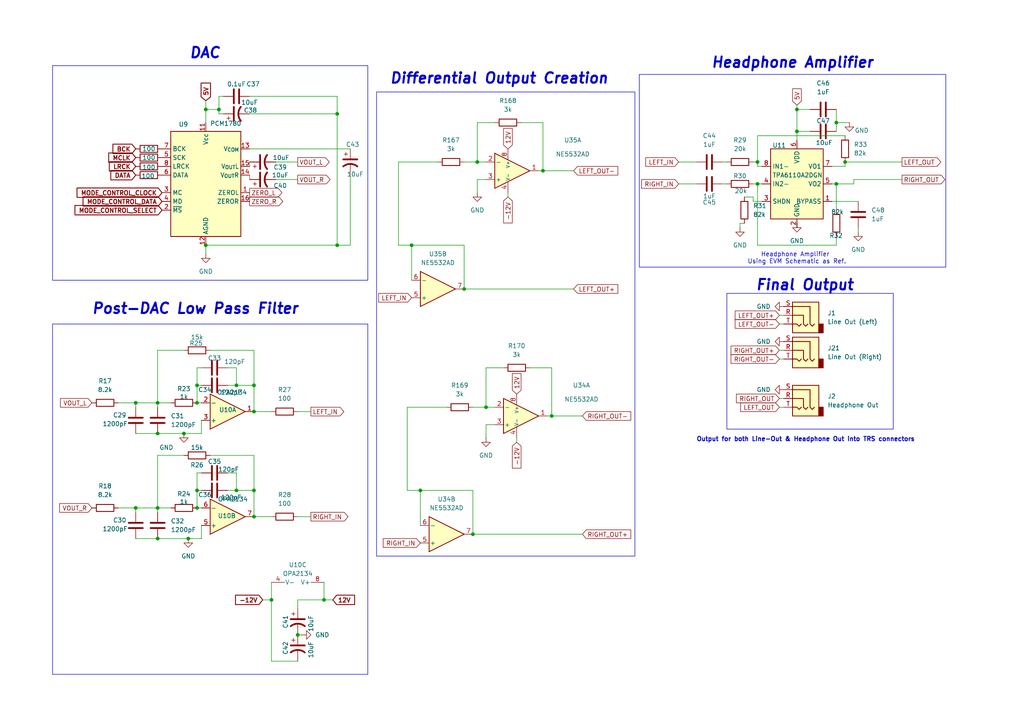
<source format=kicad_sch>
(kicad_sch
	(version 20231120)
	(generator "eeschema")
	(generator_version "8.0")
	(uuid "602ab12f-22cc-4708-94f7-09db7891e90e")
	(paper "A4")
	(title_block
		(company "Michael Meyers")
	)
	(lib_symbols
		(symbol "Amplifier_Audio:TPA6110A2DGN"
			(exclude_from_sim no)
			(in_bom yes)
			(on_board yes)
			(property "Reference" "U"
				(at -6.35 11.43 0)
				(effects
					(font
						(size 1.27 1.27)
					)
				)
			)
			(property "Value" "TPA6110A2DGN"
				(at 6.35 11.43 0)
				(effects
					(font
						(size 1.27 1.27)
					)
				)
			)
			(property "Footprint" "Package_SO:HVSSOP-8-1EP_3x3mm_P0.65mm_EP1.57x1.89mm"
				(at 0 0 0)
				(effects
					(font
						(size 1.27 1.27)
						(italic yes)
					)
					(hide yes)
				)
			)
			(property "Datasheet" "https://www.ti.com/lit/ds/symlink/tpa6110a2.pdf"
				(at 0 0 0)
				(effects
					(font
						(size 1.27 1.27)
					)
					(hide yes)
				)
			)
			(property "Description" "150-mW Stereo Audio Power Amplifier, HVSSOP"
				(at 0 0 0)
				(effects
					(font
						(size 1.27 1.27)
					)
					(hide yes)
				)
			)
			(property "ki_keywords" "audio amplifier headphone"
				(at 0 0 0)
				(effects
					(font
						(size 1.27 1.27)
					)
					(hide yes)
				)
			)
			(property "ki_fp_filters" "HVSSOP*3x3mm*P0.65mm*"
				(at 0 0 0)
				(effects
					(font
						(size 1.27 1.27)
					)
					(hide yes)
				)
			)
			(symbol "TPA6110A2DGN_0_1"
				(rectangle
					(start -7.62 10.16)
					(end 7.62 -10.16)
					(stroke
						(width 0.254)
						(type default)
					)
					(fill
						(type background)
					)
				)
			)
			(symbol "TPA6110A2DGN_1_1"
				(pin passive line
					(at 10.16 -5.08 180)
					(length 2.54)
					(name "BYPASS"
						(effects
							(font
								(size 1.27 1.27)
							)
						)
					)
					(number "1"
						(effects
							(font
								(size 1.27 1.27)
							)
						)
					)
				)
				(pin power_in line
					(at 0 -12.7 90)
					(length 2.54)
					(name "GND"
						(effects
							(font
								(size 1.27 1.27)
							)
						)
					)
					(number "2"
						(effects
							(font
								(size 1.27 1.27)
							)
						)
					)
				)
				(pin input line
					(at -10.16 -5.08 0)
					(length 2.54)
					(name "SHDN"
						(effects
							(font
								(size 1.27 1.27)
							)
						)
					)
					(number "3"
						(effects
							(font
								(size 1.27 1.27)
							)
						)
					)
				)
				(pin input line
					(at -10.16 0 0)
					(length 2.54)
					(name "IN2-"
						(effects
							(font
								(size 1.27 1.27)
							)
						)
					)
					(number "4"
						(effects
							(font
								(size 1.27 1.27)
							)
						)
					)
				)
				(pin output line
					(at 10.16 0 180)
					(length 2.54)
					(name "VO2"
						(effects
							(font
								(size 1.27 1.27)
							)
						)
					)
					(number "5"
						(effects
							(font
								(size 1.27 1.27)
							)
						)
					)
				)
				(pin power_in line
					(at 0 12.7 270)
					(length 2.54)
					(name "VDD"
						(effects
							(font
								(size 1.27 1.27)
							)
						)
					)
					(number "6"
						(effects
							(font
								(size 1.27 1.27)
							)
						)
					)
				)
				(pin output line
					(at 10.16 5.08 180)
					(length 2.54)
					(name "VO1"
						(effects
							(font
								(size 1.27 1.27)
							)
						)
					)
					(number "7"
						(effects
							(font
								(size 1.27 1.27)
							)
						)
					)
				)
				(pin input line
					(at -10.16 5.08 0)
					(length 2.54)
					(name "IN1-"
						(effects
							(font
								(size 1.27 1.27)
							)
						)
					)
					(number "8"
						(effects
							(font
								(size 1.27 1.27)
							)
						)
					)
				)
				(pin passive line
					(at 0 -12.7 90)
					(length 2.54) hide
					(name "GND"
						(effects
							(font
								(size 1.27 1.27)
							)
						)
					)
					(number "9"
						(effects
							(font
								(size 1.27 1.27)
							)
						)
					)
				)
			)
		)
		(symbol "Amplifier_Operational:OPA2134"
			(pin_names
				(offset 0.127)
			)
			(exclude_from_sim no)
			(in_bom yes)
			(on_board yes)
			(property "Reference" "U"
				(at 0 5.08 0)
				(effects
					(font
						(size 1.27 1.27)
					)
					(justify left)
				)
			)
			(property "Value" "OPA2134"
				(at 0 -5.08 0)
				(effects
					(font
						(size 1.27 1.27)
					)
					(justify left)
				)
			)
			(property "Footprint" ""
				(at 0 0 0)
				(effects
					(font
						(size 1.27 1.27)
					)
					(hide yes)
				)
			)
			(property "Datasheet" "http://www.ti.com/lit/ds/symlink/opa134.pdf"
				(at 0 0 0)
				(effects
					(font
						(size 1.27 1.27)
					)
					(hide yes)
				)
			)
			(property "Description" "Dual SoundPlus High Performance Audio Operational Amplifiers, DIP-8/SOIC-8"
				(at 0 0 0)
				(effects
					(font
						(size 1.27 1.27)
					)
					(hide yes)
				)
			)
			(property "ki_locked" ""
				(at 0 0 0)
				(effects
					(font
						(size 1.27 1.27)
					)
				)
			)
			(property "ki_keywords" "dual opamp"
				(at 0 0 0)
				(effects
					(font
						(size 1.27 1.27)
					)
					(hide yes)
				)
			)
			(property "ki_fp_filters" "SOIC*3.9x4.9mm*P1.27mm* DIP*W7.62mm* TO*99* OnSemi*Micro8* TSSOP*3x3mm*P0.65mm* TSSOP*4.4x3mm*P0.65mm* MSOP*3x3mm*P0.65mm* SSOP*3.9x4.9mm*P0.635mm* LFCSP*2x2mm*P0.5mm* *SIP* SOIC*5.3x6.2mm*P1.27mm*"
				(at 0 0 0)
				(effects
					(font
						(size 1.27 1.27)
					)
					(hide yes)
				)
			)
			(symbol "OPA2134_1_1"
				(polyline
					(pts
						(xy -5.08 5.08) (xy 5.08 0) (xy -5.08 -5.08) (xy -5.08 5.08)
					)
					(stroke
						(width 0.254)
						(type default)
					)
					(fill
						(type background)
					)
				)
				(pin output line
					(at 7.62 0 180)
					(length 2.54)
					(name "~"
						(effects
							(font
								(size 1.27 1.27)
							)
						)
					)
					(number "1"
						(effects
							(font
								(size 1.27 1.27)
							)
						)
					)
				)
				(pin input line
					(at -7.62 -2.54 0)
					(length 2.54)
					(name "-"
						(effects
							(font
								(size 1.27 1.27)
							)
						)
					)
					(number "2"
						(effects
							(font
								(size 1.27 1.27)
							)
						)
					)
				)
				(pin input line
					(at -7.62 2.54 0)
					(length 2.54)
					(name "+"
						(effects
							(font
								(size 1.27 1.27)
							)
						)
					)
					(number "3"
						(effects
							(font
								(size 1.27 1.27)
							)
						)
					)
				)
			)
			(symbol "OPA2134_2_1"
				(polyline
					(pts
						(xy -5.08 5.08) (xy 5.08 0) (xy -5.08 -5.08) (xy -5.08 5.08)
					)
					(stroke
						(width 0.254)
						(type default)
					)
					(fill
						(type background)
					)
				)
				(pin input line
					(at -7.62 2.54 0)
					(length 2.54)
					(name "+"
						(effects
							(font
								(size 1.27 1.27)
							)
						)
					)
					(number "5"
						(effects
							(font
								(size 1.27 1.27)
							)
						)
					)
				)
				(pin input line
					(at -7.62 -2.54 0)
					(length 2.54)
					(name "-"
						(effects
							(font
								(size 1.27 1.27)
							)
						)
					)
					(number "6"
						(effects
							(font
								(size 1.27 1.27)
							)
						)
					)
				)
				(pin output line
					(at 7.62 0 180)
					(length 2.54)
					(name "~"
						(effects
							(font
								(size 1.27 1.27)
							)
						)
					)
					(number "7"
						(effects
							(font
								(size 1.27 1.27)
							)
						)
					)
				)
			)
			(symbol "OPA2134_3_1"
				(pin power_in line
					(at -2.54 -7.62 90)
					(length 3.81)
					(name "V-"
						(effects
							(font
								(size 1.27 1.27)
							)
						)
					)
					(number "4"
						(effects
							(font
								(size 1.27 1.27)
							)
						)
					)
				)
				(pin power_in line
					(at -2.54 7.62 270)
					(length 3.81)
					(name "V+"
						(effects
							(font
								(size 1.27 1.27)
							)
						)
					)
					(number "8"
						(effects
							(font
								(size 1.27 1.27)
							)
						)
					)
				)
			)
		)
		(symbol "Audio:PCM1780"
			(exclude_from_sim no)
			(in_bom yes)
			(on_board yes)
			(property "Reference" "U"
				(at -9.652 16.764 0)
				(effects
					(font
						(size 1.27 1.27)
					)
				)
			)
			(property "Value" "PCM1780"
				(at 12.192 16.764 0)
				(effects
					(font
						(size 1.27 1.27)
					)
				)
			)
			(property "Footprint" "Package_SO:SSOP-16_3.9x4.9mm_P0.635mm"
				(at -0.254 -31.242 0)
				(effects
					(font
						(size 1.27 1.27)
					)
					(hide yes)
				)
			)
			(property "Datasheet" "https://www.ti.com/lit/ds/symlink/pcm1780.pdf"
				(at 0.508 -28.448 0)
				(effects
					(font
						(size 1.27 1.27)
					)
					(hide yes)
				)
			)
			(property "Description" "24-bit, 192-kHz sampling, Stereo Audio DAC, SSOP-16"
				(at 0.254 -34.29 0)
				(effects
					(font
						(size 1.27 1.27)
					)
					(hide yes)
				)
			)
			(property "ki_keywords" "audio dac 24-bit"
				(at 0 0 0)
				(effects
					(font
						(size 1.27 1.27)
					)
					(hide yes)
				)
			)
			(property "ki_fp_filters" "*SSOP*3.9x4.9mm*P0.635mm*"
				(at 0 0 0)
				(effects
					(font
						(size 1.27 1.27)
					)
					(hide yes)
				)
			)
			(symbol "PCM1780_1_1"
				(rectangle
					(start -10.16 15.24)
					(end 10.16 -15.24)
					(stroke
						(width 0.254)
						(type default)
					)
					(fill
						(type background)
					)
				)
				(pin output line
					(at 12.7 -2.54 180)
					(length 2.54)
					(name "ZEROL"
						(effects
							(font
								(size 1.27 1.27)
							)
						)
					)
					(number "1"
						(effects
							(font
								(size 1.27 1.27)
							)
						)
					)
				)
				(pin no_connect line
					(at 10.16 -10.16 180)
					(length 2.54) hide
					(name "NC"
						(effects
							(font
								(size 1.27 1.27)
							)
						)
					)
					(number "10"
						(effects
							(font
								(size 1.27 1.27)
							)
						)
					)
				)
				(pin power_in line
					(at 0 17.78 270)
					(length 2.54)
					(name "Vcc"
						(effects
							(font
								(size 1.27 1.27)
							)
						)
					)
					(number "11"
						(effects
							(font
								(size 1.27 1.27)
							)
						)
					)
				)
				(pin power_in line
					(at 0 -17.78 90)
					(length 2.54)
					(name "AGND"
						(effects
							(font
								(size 1.27 1.27)
							)
						)
					)
					(number "12"
						(effects
							(font
								(size 1.27 1.27)
							)
						)
					)
				)
				(pin output line
					(at 12.7 10.16 180)
					(length 2.54)
					(name "V_{COM}"
						(effects
							(font
								(size 1.27 1.27)
							)
						)
					)
					(number "13"
						(effects
							(font
								(size 1.27 1.27)
							)
						)
					)
				)
				(pin output line
					(at 12.7 2.54 180)
					(length 2.54)
					(name "V_{OUT}R"
						(effects
							(font
								(size 1.27 1.27)
							)
						)
					)
					(number "14"
						(effects
							(font
								(size 1.27 1.27)
							)
						)
					)
				)
				(pin output line
					(at 12.7 5.08 180)
					(length 2.54)
					(name "V_{OUT}L"
						(effects
							(font
								(size 1.27 1.27)
							)
						)
					)
					(number "15"
						(effects
							(font
								(size 1.27 1.27)
							)
						)
					)
				)
				(pin output line
					(at 12.7 -5.08 180)
					(length 2.54)
					(name "ZEROR"
						(effects
							(font
								(size 1.27 1.27)
							)
						)
					)
					(number "16"
						(effects
							(font
								(size 1.27 1.27)
							)
						)
					)
				)
				(pin input line
					(at -12.7 -7.62 0)
					(length 2.54)
					(name "~{MS}"
						(effects
							(font
								(size 1.27 1.27)
							)
						)
					)
					(number "2"
						(effects
							(font
								(size 1.27 1.27)
							)
						)
					)
				)
				(pin input line
					(at -12.7 -2.54 0)
					(length 2.54)
					(name "MC"
						(effects
							(font
								(size 1.27 1.27)
							)
						)
					)
					(number "3"
						(effects
							(font
								(size 1.27 1.27)
							)
						)
					)
				)
				(pin input line
					(at -12.7 -5.08 0)
					(length 2.54)
					(name "MD"
						(effects
							(font
								(size 1.27 1.27)
							)
						)
					)
					(number "4"
						(effects
							(font
								(size 1.27 1.27)
							)
						)
					)
				)
				(pin input line
					(at -12.7 7.62 0)
					(length 2.54)
					(name "SCK"
						(effects
							(font
								(size 1.27 1.27)
							)
						)
					)
					(number "5"
						(effects
							(font
								(size 1.27 1.27)
							)
						)
					)
				)
				(pin input line
					(at -12.7 2.54 0)
					(length 2.54)
					(name "DATA"
						(effects
							(font
								(size 1.27 1.27)
							)
						)
					)
					(number "6"
						(effects
							(font
								(size 1.27 1.27)
							)
						)
					)
				)
				(pin input line
					(at -12.7 10.16 0)
					(length 2.54)
					(name "BCK"
						(effects
							(font
								(size 1.27 1.27)
							)
						)
					)
					(number "7"
						(effects
							(font
								(size 1.27 1.27)
							)
						)
					)
				)
				(pin input line
					(at -12.7 5.08 0)
					(length 2.54)
					(name "LRCK"
						(effects
							(font
								(size 1.27 1.27)
							)
						)
					)
					(number "8"
						(effects
							(font
								(size 1.27 1.27)
							)
						)
					)
				)
				(pin no_connect line
					(at 10.16 -12.7 180)
					(length 2.54) hide
					(name "NC"
						(effects
							(font
								(size 1.27 1.27)
							)
						)
					)
					(number "9"
						(effects
							(font
								(size 1.27 1.27)
							)
						)
					)
				)
			)
		)
		(symbol "Connector_Audio:AudioJack3"
			(exclude_from_sim no)
			(in_bom yes)
			(on_board yes)
			(property "Reference" "J"
				(at 0 8.89 0)
				(effects
					(font
						(size 1.27 1.27)
					)
				)
			)
			(property "Value" "AudioJack3"
				(at 0 6.35 0)
				(effects
					(font
						(size 1.27 1.27)
					)
				)
			)
			(property "Footprint" ""
				(at 0 0 0)
				(effects
					(font
						(size 1.27 1.27)
					)
					(hide yes)
				)
			)
			(property "Datasheet" "~"
				(at 0 0 0)
				(effects
					(font
						(size 1.27 1.27)
					)
					(hide yes)
				)
			)
			(property "Description" "Audio Jack, 3 Poles (Stereo / TRS)"
				(at 0 0 0)
				(effects
					(font
						(size 1.27 1.27)
					)
					(hide yes)
				)
			)
			(property "ki_keywords" "audio jack receptacle stereo headphones phones TRS connector"
				(at 0 0 0)
				(effects
					(font
						(size 1.27 1.27)
					)
					(hide yes)
				)
			)
			(property "ki_fp_filters" "Jack*"
				(at 0 0 0)
				(effects
					(font
						(size 1.27 1.27)
					)
					(hide yes)
				)
			)
			(symbol "AudioJack3_0_1"
				(rectangle
					(start -5.08 -5.08)
					(end -6.35 -2.54)
					(stroke
						(width 0.254)
						(type default)
					)
					(fill
						(type outline)
					)
				)
				(polyline
					(pts
						(xy 0 -2.54) (xy 0.635 -3.175) (xy 1.27 -2.54) (xy 2.54 -2.54)
					)
					(stroke
						(width 0.254)
						(type default)
					)
					(fill
						(type none)
					)
				)
				(polyline
					(pts
						(xy -1.905 -2.54) (xy -1.27 -3.175) (xy -0.635 -2.54) (xy -0.635 0) (xy 2.54 0)
					)
					(stroke
						(width 0.254)
						(type default)
					)
					(fill
						(type none)
					)
				)
				(polyline
					(pts
						(xy 2.54 2.54) (xy -2.54 2.54) (xy -2.54 -2.54) (xy -3.175 -3.175) (xy -3.81 -2.54)
					)
					(stroke
						(width 0.254)
						(type default)
					)
					(fill
						(type none)
					)
				)
				(rectangle
					(start 2.54 3.81)
					(end -5.08 -5.08)
					(stroke
						(width 0.254)
						(type default)
					)
					(fill
						(type background)
					)
				)
			)
			(symbol "AudioJack3_1_1"
				(pin passive line
					(at 5.08 0 180)
					(length 2.54)
					(name "~"
						(effects
							(font
								(size 1.27 1.27)
							)
						)
					)
					(number "R"
						(effects
							(font
								(size 1.27 1.27)
							)
						)
					)
				)
				(pin passive line
					(at 5.08 2.54 180)
					(length 2.54)
					(name "~"
						(effects
							(font
								(size 1.27 1.27)
							)
						)
					)
					(number "S"
						(effects
							(font
								(size 1.27 1.27)
							)
						)
					)
				)
				(pin passive line
					(at 5.08 -2.54 180)
					(length 2.54)
					(name "~"
						(effects
							(font
								(size 1.27 1.27)
							)
						)
					)
					(number "T"
						(effects
							(font
								(size 1.27 1.27)
							)
						)
					)
				)
			)
		)
		(symbol "Device:C"
			(pin_numbers hide)
			(pin_names
				(offset 0.254)
			)
			(exclude_from_sim no)
			(in_bom yes)
			(on_board yes)
			(property "Reference" "C"
				(at 0.635 2.54 0)
				(effects
					(font
						(size 1.27 1.27)
					)
					(justify left)
				)
			)
			(property "Value" "C"
				(at 0.635 -2.54 0)
				(effects
					(font
						(size 1.27 1.27)
					)
					(justify left)
				)
			)
			(property "Footprint" ""
				(at 0.9652 -3.81 0)
				(effects
					(font
						(size 1.27 1.27)
					)
					(hide yes)
				)
			)
			(property "Datasheet" "~"
				(at 0 0 0)
				(effects
					(font
						(size 1.27 1.27)
					)
					(hide yes)
				)
			)
			(property "Description" "Unpolarized capacitor"
				(at 0 0 0)
				(effects
					(font
						(size 1.27 1.27)
					)
					(hide yes)
				)
			)
			(property "ki_keywords" "cap capacitor"
				(at 0 0 0)
				(effects
					(font
						(size 1.27 1.27)
					)
					(hide yes)
				)
			)
			(property "ki_fp_filters" "C_*"
				(at 0 0 0)
				(effects
					(font
						(size 1.27 1.27)
					)
					(hide yes)
				)
			)
			(symbol "C_0_1"
				(polyline
					(pts
						(xy -2.032 -0.762) (xy 2.032 -0.762)
					)
					(stroke
						(width 0.508)
						(type default)
					)
					(fill
						(type none)
					)
				)
				(polyline
					(pts
						(xy -2.032 0.762) (xy 2.032 0.762)
					)
					(stroke
						(width 0.508)
						(type default)
					)
					(fill
						(type none)
					)
				)
			)
			(symbol "C_1_1"
				(pin passive line
					(at 0 3.81 270)
					(length 2.794)
					(name "~"
						(effects
							(font
								(size 1.27 1.27)
							)
						)
					)
					(number "1"
						(effects
							(font
								(size 1.27 1.27)
							)
						)
					)
				)
				(pin passive line
					(at 0 -3.81 90)
					(length 2.794)
					(name "~"
						(effects
							(font
								(size 1.27 1.27)
							)
						)
					)
					(number "2"
						(effects
							(font
								(size 1.27 1.27)
							)
						)
					)
				)
			)
		)
		(symbol "Device:C_Polarized_US"
			(pin_numbers hide)
			(pin_names
				(offset 0.254) hide)
			(exclude_from_sim no)
			(in_bom yes)
			(on_board yes)
			(property "Reference" "C"
				(at 0.635 2.54 0)
				(effects
					(font
						(size 1.27 1.27)
					)
					(justify left)
				)
			)
			(property "Value" "C_Polarized_US"
				(at 0.635 -2.54 0)
				(effects
					(font
						(size 1.27 1.27)
					)
					(justify left)
				)
			)
			(property "Footprint" ""
				(at 0 0 0)
				(effects
					(font
						(size 1.27 1.27)
					)
					(hide yes)
				)
			)
			(property "Datasheet" "~"
				(at 0 0 0)
				(effects
					(font
						(size 1.27 1.27)
					)
					(hide yes)
				)
			)
			(property "Description" "Polarized capacitor, US symbol"
				(at 0 0 0)
				(effects
					(font
						(size 1.27 1.27)
					)
					(hide yes)
				)
			)
			(property "ki_keywords" "cap capacitor"
				(at 0 0 0)
				(effects
					(font
						(size 1.27 1.27)
					)
					(hide yes)
				)
			)
			(property "ki_fp_filters" "CP_*"
				(at 0 0 0)
				(effects
					(font
						(size 1.27 1.27)
					)
					(hide yes)
				)
			)
			(symbol "C_Polarized_US_0_1"
				(polyline
					(pts
						(xy -2.032 0.762) (xy 2.032 0.762)
					)
					(stroke
						(width 0.508)
						(type default)
					)
					(fill
						(type none)
					)
				)
				(polyline
					(pts
						(xy -1.778 2.286) (xy -0.762 2.286)
					)
					(stroke
						(width 0)
						(type default)
					)
					(fill
						(type none)
					)
				)
				(polyline
					(pts
						(xy -1.27 1.778) (xy -1.27 2.794)
					)
					(stroke
						(width 0)
						(type default)
					)
					(fill
						(type none)
					)
				)
				(arc
					(start 2.032 -1.27)
					(mid 0 -0.5572)
					(end -2.032 -1.27)
					(stroke
						(width 0.508)
						(type default)
					)
					(fill
						(type none)
					)
				)
			)
			(symbol "C_Polarized_US_1_1"
				(pin passive line
					(at 0 3.81 270)
					(length 2.794)
					(name "~"
						(effects
							(font
								(size 1.27 1.27)
							)
						)
					)
					(number "1"
						(effects
							(font
								(size 1.27 1.27)
							)
						)
					)
				)
				(pin passive line
					(at 0 -3.81 90)
					(length 3.302)
					(name "~"
						(effects
							(font
								(size 1.27 1.27)
							)
						)
					)
					(number "2"
						(effects
							(font
								(size 1.27 1.27)
							)
						)
					)
				)
			)
		)
		(symbol "Device:R"
			(pin_numbers hide)
			(pin_names
				(offset 0)
			)
			(exclude_from_sim no)
			(in_bom yes)
			(on_board yes)
			(property "Reference" "R"
				(at 2.032 0 90)
				(effects
					(font
						(size 1.27 1.27)
					)
				)
			)
			(property "Value" "R"
				(at 0 0 90)
				(effects
					(font
						(size 1.27 1.27)
					)
				)
			)
			(property "Footprint" ""
				(at -1.778 0 90)
				(effects
					(font
						(size 1.27 1.27)
					)
					(hide yes)
				)
			)
			(property "Datasheet" "~"
				(at 0 0 0)
				(effects
					(font
						(size 1.27 1.27)
					)
					(hide yes)
				)
			)
			(property "Description" "Resistor"
				(at 0 0 0)
				(effects
					(font
						(size 1.27 1.27)
					)
					(hide yes)
				)
			)
			(property "ki_keywords" "R res resistor"
				(at 0 0 0)
				(effects
					(font
						(size 1.27 1.27)
					)
					(hide yes)
				)
			)
			(property "ki_fp_filters" "R_*"
				(at 0 0 0)
				(effects
					(font
						(size 1.27 1.27)
					)
					(hide yes)
				)
			)
			(symbol "R_0_1"
				(rectangle
					(start -1.016 -2.54)
					(end 1.016 2.54)
					(stroke
						(width 0.254)
						(type default)
					)
					(fill
						(type none)
					)
				)
			)
			(symbol "R_1_1"
				(pin passive line
					(at 0 3.81 270)
					(length 1.27)
					(name "~"
						(effects
							(font
								(size 1.27 1.27)
							)
						)
					)
					(number "1"
						(effects
							(font
								(size 1.27 1.27)
							)
						)
					)
				)
				(pin passive line
					(at 0 -3.81 90)
					(length 1.27)
					(name "~"
						(effects
							(font
								(size 1.27 1.27)
							)
						)
					)
					(number "2"
						(effects
							(font
								(size 1.27 1.27)
							)
						)
					)
				)
			)
		)
		(symbol "PCM_Amplifier_Operational_AKL:NE5532AD"
			(pin_names
				(offset 0.2)
			)
			(exclude_from_sim no)
			(in_bom yes)
			(on_board yes)
			(property "Reference" "U"
				(at 1.27 6.35 0)
				(effects
					(font
						(size 1.27 1.27)
					)
					(justify left)
				)
			)
			(property "Value" "NE5532AD"
				(at 1.27 3.81 0)
				(effects
					(font
						(size 1.27 1.27)
					)
					(justify left)
				)
			)
			(property "Footprint" "PCM_Package_SO_AKL:SO-8_3.9x4.9mm_P1.27mm"
				(at 0 0 0)
				(effects
					(font
						(size 1.27 1.27)
					)
					(hide yes)
				)
			)
			(property "Datasheet" "https://www.ti.com/lit/ds/symlink/ne5532.pdf?ts=1634915487120&ref_url=https%253A%252F%252Fwww.google.com%252F"
				(at 0 0 0)
				(effects
					(font
						(size 1.27 1.27)
					)
					(hide yes)
				)
			)
			(property "Description" "SO-8 Dual Low Noise Operational Amplifier, 4mV Offset, 5nV/√Hz, 10MHz, Alternate KiCAD Library"
				(at 0 0 0)
				(effects
					(font
						(size 1.27 1.27)
					)
					(hide yes)
				)
			)
			(property "ki_locked" ""
				(at 0 0 0)
				(effects
					(font
						(size 1.27 1.27)
					)
				)
			)
			(property "ki_keywords" "dual opamp operational amplifier low noise NE5532"
				(at 0 0 0)
				(effects
					(font
						(size 1.27 1.27)
					)
					(hide yes)
				)
			)
			(symbol "NE5532AD_0_1"
				(polyline
					(pts
						(xy -3.81 5.08) (xy -3.81 -5.08) (xy 6.35 0) (xy -3.81 5.08)
					)
					(stroke
						(width 0.254)
						(type default)
					)
					(fill
						(type background)
					)
				)
			)
			(symbol "NE5532AD_1_1"
				(pin output line
					(at 8.89 0 180)
					(length 2.54)
					(name "~"
						(effects
							(font
								(size 1.27 1.27)
							)
						)
					)
					(number "1"
						(effects
							(font
								(size 1.27 1.27)
							)
						)
					)
				)
				(pin input line
					(at -6.35 2.54 0)
					(length 2.54)
					(name "-"
						(effects
							(font
								(size 1.27 1.27)
							)
						)
					)
					(number "2"
						(effects
							(font
								(size 1.27 1.27)
							)
						)
					)
				)
				(pin input line
					(at -6.35 -2.54 0)
					(length 2.54)
					(name "+"
						(effects
							(font
								(size 1.27 1.27)
							)
						)
					)
					(number "3"
						(effects
							(font
								(size 1.27 1.27)
							)
						)
					)
				)
				(pin power_in line
					(at 0 -6.35 90)
					(length 3.18)
					(name "V-"
						(effects
							(font
								(size 1 1)
							)
						)
					)
					(number "4"
						(effects
							(font
								(size 1.27 1.27)
							)
						)
					)
				)
				(pin power_in line
					(at 0 6.35 270)
					(length 3.18)
					(name "V+"
						(effects
							(font
								(size 1 1)
							)
						)
					)
					(number "8"
						(effects
							(font
								(size 1.27 1.27)
							)
						)
					)
				)
			)
			(symbol "NE5532AD_2_1"
				(pin input line
					(at -6.35 -2.54 0)
					(length 2.54)
					(name "+"
						(effects
							(font
								(size 1.27 1.27)
							)
						)
					)
					(number "5"
						(effects
							(font
								(size 1.27 1.27)
							)
						)
					)
				)
				(pin input line
					(at -6.35 2.54 0)
					(length 2.54)
					(name "-"
						(effects
							(font
								(size 1.27 1.27)
							)
						)
					)
					(number "6"
						(effects
							(font
								(size 1.27 1.27)
							)
						)
					)
				)
				(pin output line
					(at 8.89 0 180)
					(length 2.54)
					(name "~"
						(effects
							(font
								(size 1.27 1.27)
							)
						)
					)
					(number "7"
						(effects
							(font
								(size 1.27 1.27)
							)
						)
					)
				)
			)
		)
		(symbol "power:GND"
			(power)
			(pin_numbers hide)
			(pin_names
				(offset 0) hide)
			(exclude_from_sim no)
			(in_bom yes)
			(on_board yes)
			(property "Reference" "#PWR"
				(at 0 -6.35 0)
				(effects
					(font
						(size 1.27 1.27)
					)
					(hide yes)
				)
			)
			(property "Value" "GND"
				(at 0 -3.81 0)
				(effects
					(font
						(size 1.27 1.27)
					)
				)
			)
			(property "Footprint" ""
				(at 0 0 0)
				(effects
					(font
						(size 1.27 1.27)
					)
					(hide yes)
				)
			)
			(property "Datasheet" ""
				(at 0 0 0)
				(effects
					(font
						(size 1.27 1.27)
					)
					(hide yes)
				)
			)
			(property "Description" "Power symbol creates a global label with name \"GND\" , ground"
				(at 0 0 0)
				(effects
					(font
						(size 1.27 1.27)
					)
					(hide yes)
				)
			)
			(property "ki_keywords" "global power"
				(at 0 0 0)
				(effects
					(font
						(size 1.27 1.27)
					)
					(hide yes)
				)
			)
			(symbol "GND_0_1"
				(polyline
					(pts
						(xy 0 0) (xy 0 -1.27) (xy 1.27 -1.27) (xy 0 -2.54) (xy -1.27 -1.27) (xy 0 -1.27)
					)
					(stroke
						(width 0)
						(type default)
					)
					(fill
						(type none)
					)
				)
			)
			(symbol "GND_1_1"
				(pin power_in line
					(at 0 0 270)
					(length 0)
					(name "~"
						(effects
							(font
								(size 1.27 1.27)
							)
						)
					)
					(number "1"
						(effects
							(font
								(size 1.27 1.27)
							)
						)
					)
				)
			)
		)
	)
	(junction
		(at 242.57 35.56)
		(diameter 0)
		(color 0 0 0 0)
		(uuid "034450cc-ffe6-43ca-84a9-5d2dfa581f28")
	)
	(junction
		(at 242.57 53.34)
		(diameter 0)
		(color 0 0 0 0)
		(uuid "04bc9f49-f2b2-4b65-ad46-3d02c7168492")
	)
	(junction
		(at 45.72 116.84)
		(diameter 0)
		(color 0 0 0 0)
		(uuid "132b6e0e-f78f-44e0-956a-e8f27aab78f1")
	)
	(junction
		(at 68.58 142.24)
		(diameter 0)
		(color 0 0 0 0)
		(uuid "1ffd7ecd-7ed0-4d7d-a4d7-64451050c967")
	)
	(junction
		(at 57.15 147.32)
		(diameter 0)
		(color 0 0 0 0)
		(uuid "2009dc4a-728d-4a1c-a79e-5983884ed8a9")
	)
	(junction
		(at 121.92 142.24)
		(diameter 0)
		(color 0 0 0 0)
		(uuid "2ba95b89-5103-41a8-b525-05c0eecbb70b")
	)
	(junction
		(at 231.14 31.75)
		(diameter 0)
		(color 0 0 0 0)
		(uuid "31cd69d7-14ff-4e1d-8613-cb0671513ebf")
	)
	(junction
		(at 93.98 173.99)
		(diameter 0)
		(color 0 0 0 0)
		(uuid "3703567a-0890-4c5a-b905-f2aa9aa2145f")
	)
	(junction
		(at 45.72 156.21)
		(diameter 0)
		(color 0 0 0 0)
		(uuid "3e5059bc-84ec-4843-9624-32d8fe742030")
	)
	(junction
		(at 157.48 49.53)
		(diameter 0)
		(color 0 0 0 0)
		(uuid "3ecc71ae-ddcb-4cc7-87c9-a40b8192b0fb")
	)
	(junction
		(at 45.72 125.73)
		(diameter 0)
		(color 0 0 0 0)
		(uuid "3ffbd1c0-3033-4a59-b34d-0ffd1b09cd4e")
	)
	(junction
		(at 59.69 71.12)
		(diameter 0)
		(color 0 0 0 0)
		(uuid "59fafa2b-cee0-42ac-ab7c-15d55bcf1e86")
	)
	(junction
		(at 73.66 111.76)
		(diameter 0)
		(color 0 0 0 0)
		(uuid "69dd62b5-22b5-4851-80ea-476056ecf8a3")
	)
	(junction
		(at 68.58 111.76)
		(diameter 0)
		(color 0 0 0 0)
		(uuid "7b125830-3859-4b36-ad37-1af21829edd5")
	)
	(junction
		(at 160.02 120.65)
		(diameter 0)
		(color 0 0 0 0)
		(uuid "7b8976f1-d0ab-4576-a2a7-328518eee9a7")
	)
	(junction
		(at 39.37 116.84)
		(diameter 0)
		(color 0 0 0 0)
		(uuid "84468024-6b72-46a4-a4ee-218d789fa3c3")
	)
	(junction
		(at 138.43 46.99)
		(diameter 0)
		(color 0 0 0 0)
		(uuid "8dd967b7-a1b4-4ff1-b247-9816dac6533c")
	)
	(junction
		(at 78.74 173.99)
		(diameter 0)
		(color 0 0 0 0)
		(uuid "8ff67664-ff30-4ef3-a38e-dabdce139d1d")
	)
	(junction
		(at 57.15 111.76)
		(diameter 0)
		(color 0 0 0 0)
		(uuid "914cadaa-6977-408a-8052-e9c181b662a7")
	)
	(junction
		(at 119.38 71.12)
		(diameter 0)
		(color 0 0 0 0)
		(uuid "948da708-422f-4afd-b9bd-5c4891338c18")
	)
	(junction
		(at 134.62 83.82)
		(diameter 0)
		(color 0 0 0 0)
		(uuid "995c9d6d-fcdc-480b-ab0a-a7fc99ae127b")
	)
	(junction
		(at 39.37 147.32)
		(diameter 0)
		(color 0 0 0 0)
		(uuid "9ab16623-1a5d-43b4-a8c8-cbf3a1be9543")
	)
	(junction
		(at 73.66 119.38)
		(diameter 0)
		(color 0 0 0 0)
		(uuid "9ebeed20-84a5-47ac-87ec-d2df0c1ede62")
	)
	(junction
		(at 73.66 149.86)
		(diameter 0)
		(color 0 0 0 0)
		(uuid "9f94f8df-3898-4609-8d85-6cca59f8a5fe")
	)
	(junction
		(at 57.15 116.84)
		(diameter 0)
		(color 0 0 0 0)
		(uuid "a113cdff-e6a3-4d85-8617-c26bec41df6a")
	)
	(junction
		(at 231.14 38.1)
		(diameter 0)
		(color 0 0 0 0)
		(uuid "a27845d3-94ca-4f0d-a0a7-c60a92a8a461")
	)
	(junction
		(at 45.72 147.32)
		(diameter 0)
		(color 0 0 0 0)
		(uuid "b83cba75-0463-4bae-96d2-73499bb5aca9")
	)
	(junction
		(at 54.61 156.21)
		(diameter 0)
		(color 0 0 0 0)
		(uuid "c065f7a0-d854-47be-a6d2-df8ebb6e4b5b")
	)
	(junction
		(at 97.79 33.02)
		(diameter 0)
		(color 0 0 0 0)
		(uuid "cb9a404d-420d-4c7f-bf55-28189328ae1b")
	)
	(junction
		(at 63.5 31.75)
		(diameter 0)
		(color 0 0 0 0)
		(uuid "cc775465-a8fb-4647-8773-da5bb90e5a91")
	)
	(junction
		(at 140.97 118.11)
		(diameter 0)
		(color 0 0 0 0)
		(uuid "d028e188-0063-4012-ab90-e90fc481ec4c")
	)
	(junction
		(at 57.15 142.24)
		(diameter 0)
		(color 0 0 0 0)
		(uuid "dbcc5197-15d8-4520-a534-e2aa1e031395")
	)
	(junction
		(at 97.79 71.12)
		(diameter 0)
		(color 0 0 0 0)
		(uuid "dd4ee31e-b15b-4f8e-a8cd-b6b1c4d2b293")
	)
	(junction
		(at 219.71 46.99)
		(diameter 0)
		(color 0 0 0 0)
		(uuid "e08da35e-b599-426a-8017-622070c3993c")
	)
	(junction
		(at 73.66 142.24)
		(diameter 0)
		(color 0 0 0 0)
		(uuid "e445de13-bca2-4efe-ab3e-4dd2a452971d")
	)
	(junction
		(at 219.71 53.34)
		(diameter 0)
		(color 0 0 0 0)
		(uuid "e71881bd-15d3-4545-a054-8c82a47b5be8")
	)
	(junction
		(at 245.11 46.99)
		(diameter 0)
		(color 0 0 0 0)
		(uuid "ef3e7c5e-e985-44b1-9370-272d3478e773")
	)
	(junction
		(at 137.16 154.94)
		(diameter 0)
		(color 0 0 0 0)
		(uuid "f0438b79-5dda-4d9d-8d1b-daae362c685e")
	)
	(junction
		(at 86.36 184.15)
		(diameter 0)
		(color 0 0 0 0)
		(uuid "f655c9f0-e342-4e30-bf80-e30de8cc4965")
	)
	(junction
		(at 59.69 31.75)
		(diameter 0)
		(color 0 0 0 0)
		(uuid "f75f47de-01c6-4462-a0f6-28641e237501")
	)
	(junction
		(at 53.34 125.73)
		(diameter 0)
		(color 0 0 0 0)
		(uuid "f863780e-8f41-45b1-a251-9638e9f4ac35")
	)
	(wire
		(pts
			(xy 242.57 35.56) (xy 242.57 38.1)
		)
		(stroke
			(width 0)
			(type default)
		)
		(uuid "0063ca36-049b-406c-a340-df751476d17a")
	)
	(wire
		(pts
			(xy 64.77 33.02) (xy 63.5 33.02)
		)
		(stroke
			(width 0)
			(type default)
		)
		(uuid "020c1a35-08cf-421f-a177-a114f2dda376")
	)
	(wire
		(pts
			(xy 134.62 46.99) (xy 138.43 46.99)
		)
		(stroke
			(width 0)
			(type default)
		)
		(uuid "0210a8ca-9aeb-4de3-aac1-18a5ac5fecc3")
	)
	(wire
		(pts
			(xy 160.02 120.65) (xy 168.91 120.65)
		)
		(stroke
			(width 0)
			(type default)
		)
		(uuid "0276df45-b2df-4105-880c-57f035fcad89")
	)
	(wire
		(pts
			(xy 39.37 125.73) (xy 45.72 125.73)
		)
		(stroke
			(width 0)
			(type default)
		)
		(uuid "032587c0-480e-4d6b-b451-bef8cd9af891")
	)
	(wire
		(pts
			(xy 219.71 39.37) (xy 245.11 39.37)
		)
		(stroke
			(width 0)
			(type default)
		)
		(uuid "03ff91ad-9d8b-4b6f-9226-d3ea7831f9e9")
	)
	(wire
		(pts
			(xy 57.15 137.16) (xy 57.15 142.24)
		)
		(stroke
			(width 0)
			(type default)
		)
		(uuid "04830f8b-d205-44d9-a9c9-61c3cfae8e5f")
	)
	(wire
		(pts
			(xy 68.58 137.16) (xy 68.58 142.24)
		)
		(stroke
			(width 0)
			(type default)
		)
		(uuid "06d03e9f-d6ab-4733-9b18-0ff201e8741b")
	)
	(wire
		(pts
			(xy 34.29 116.84) (xy 39.37 116.84)
		)
		(stroke
			(width 0)
			(type default)
		)
		(uuid "0798c390-6ed0-4de7-8efa-2ea7602785cf")
	)
	(wire
		(pts
			(xy 146.05 106.68) (xy 140.97 106.68)
		)
		(stroke
			(width 0)
			(type default)
		)
		(uuid "0820c5d6-0706-4903-a19d-671cf35c14fb")
	)
	(wire
		(pts
			(xy 54.61 156.21) (xy 58.42 156.21)
		)
		(stroke
			(width 0)
			(type default)
		)
		(uuid "09463d6b-ff80-403d-ae93-f420bfcc3e29")
	)
	(wire
		(pts
			(xy 134.62 83.82) (xy 166.37 83.82)
		)
		(stroke
			(width 0)
			(type default)
		)
		(uuid "0a437dea-39b2-459d-a772-0e58b3c55d70")
	)
	(wire
		(pts
			(xy 115.57 46.99) (xy 115.57 71.12)
		)
		(stroke
			(width 0)
			(type default)
		)
		(uuid "0b05e316-153a-4bb9-a611-77e00ded7f04")
	)
	(wire
		(pts
			(xy 86.36 52.07) (xy 80.01 52.07)
		)
		(stroke
			(width 0)
			(type default)
		)
		(uuid "0bf12d05-f8e5-4704-9497-4563a0296cec")
	)
	(wire
		(pts
			(xy 147.32 57.15) (xy 147.32 55.88)
		)
		(stroke
			(width 0)
			(type default)
		)
		(uuid "0d22607e-15ee-46ba-bbd9-79471f9e988b")
	)
	(wire
		(pts
			(xy 247.65 52.07) (xy 261.62 52.07)
		)
		(stroke
			(width 0)
			(type default)
		)
		(uuid "0da98871-e93a-4a25-9c02-7923c0d1f19b")
	)
	(wire
		(pts
			(xy 118.11 142.24) (xy 121.92 142.24)
		)
		(stroke
			(width 0)
			(type default)
		)
		(uuid "1049e203-37ce-4430-8607-d3a20b54a24e")
	)
	(wire
		(pts
			(xy 45.72 125.73) (xy 53.34 125.73)
		)
		(stroke
			(width 0)
			(type default)
		)
		(uuid "11936457-0e84-4066-a973-edcc3f7d0d45")
	)
	(wire
		(pts
			(xy 231.14 38.1) (xy 234.95 38.1)
		)
		(stroke
			(width 0)
			(type default)
		)
		(uuid "14af20a3-7ae0-433f-86d6-1759c1b4ae0f")
	)
	(wire
		(pts
			(xy 59.69 73.66) (xy 59.69 71.12)
		)
		(stroke
			(width 0)
			(type default)
		)
		(uuid "1588158d-7562-405f-b3aa-fa30885e1ce9")
	)
	(wire
		(pts
			(xy 39.37 116.84) (xy 39.37 118.11)
		)
		(stroke
			(width 0)
			(type default)
		)
		(uuid "169b1928-e1ea-4d80-9290-50a68044cc16")
	)
	(wire
		(pts
			(xy 231.14 38.1) (xy 231.14 40.64)
		)
		(stroke
			(width 0)
			(type default)
		)
		(uuid "178f12b4-13ff-471d-b00e-01769bc9b28e")
	)
	(wire
		(pts
			(xy 57.15 142.24) (xy 57.15 147.32)
		)
		(stroke
			(width 0)
			(type default)
		)
		(uuid "1816a451-2d53-4b55-acd7-cb5256c3e3fd")
	)
	(wire
		(pts
			(xy 58.42 142.24) (xy 57.15 142.24)
		)
		(stroke
			(width 0)
			(type default)
		)
		(uuid "19582295-bd94-4658-bfde-bce391256838")
	)
	(wire
		(pts
			(xy 53.34 101.6) (xy 45.72 101.6)
		)
		(stroke
			(width 0)
			(type default)
		)
		(uuid "19e97579-a3c4-4049-bde6-a1a898d9268e")
	)
	(wire
		(pts
			(xy 138.43 52.07) (xy 138.43 55.88)
		)
		(stroke
			(width 0)
			(type default)
		)
		(uuid "1d97d28b-d34d-4c99-844d-f5e5d992d44b")
	)
	(wire
		(pts
			(xy 45.72 147.32) (xy 49.53 147.32)
		)
		(stroke
			(width 0)
			(type default)
		)
		(uuid "1fa205f6-c246-42e0-8db8-4f945083d88f")
	)
	(wire
		(pts
			(xy 53.34 125.73) (xy 58.42 125.73)
		)
		(stroke
			(width 0)
			(type default)
		)
		(uuid "22a032e2-1f7a-4286-ad9c-e7ba9bf50e87")
	)
	(wire
		(pts
			(xy 63.5 31.75) (xy 63.5 27.94)
		)
		(stroke
			(width 0)
			(type default)
		)
		(uuid "22b94106-1058-409c-ab8f-02ae6085cfaa")
	)
	(wire
		(pts
			(xy 57.15 147.32) (xy 58.42 147.32)
		)
		(stroke
			(width 0)
			(type default)
		)
		(uuid "2673e11b-5e4b-4423-8ea6-acfba8fd0f01")
	)
	(wire
		(pts
			(xy 68.58 111.76) (xy 73.66 111.76)
		)
		(stroke
			(width 0)
			(type default)
		)
		(uuid "27a577ab-a9e6-4cd5-be68-c738d9bf28c0")
	)
	(wire
		(pts
			(xy 39.37 147.32) (xy 45.72 147.32)
		)
		(stroke
			(width 0)
			(type default)
		)
		(uuid "284d1165-8b11-4868-a32b-5dd549f255dc")
	)
	(wire
		(pts
			(xy 219.71 48.26) (xy 219.71 46.99)
		)
		(stroke
			(width 0)
			(type default)
		)
		(uuid "2bc5a400-904a-46ff-a577-dbc1b1cac8ee")
	)
	(wire
		(pts
			(xy 137.16 142.24) (xy 121.92 142.24)
		)
		(stroke
			(width 0)
			(type default)
		)
		(uuid "2c13c375-7f92-4c28-a1af-7036ce29c8ee")
	)
	(wire
		(pts
			(xy 59.69 31.75) (xy 59.69 35.56)
		)
		(stroke
			(width 0)
			(type default)
		)
		(uuid "32a8dfaa-1a98-4fd5-8332-21397972c46e")
	)
	(wire
		(pts
			(xy 34.29 147.32) (xy 39.37 147.32)
		)
		(stroke
			(width 0)
			(type default)
		)
		(uuid "334829a7-aaa6-4236-8dc4-a62d1ad11b36")
	)
	(wire
		(pts
			(xy 127 46.99) (xy 115.57 46.99)
		)
		(stroke
			(width 0)
			(type default)
		)
		(uuid "33718a99-3356-477d-82d8-cb1065651c80")
	)
	(wire
		(pts
			(xy 58.42 106.68) (xy 57.15 106.68)
		)
		(stroke
			(width 0)
			(type default)
		)
		(uuid "33f92920-2be1-4093-958d-e15182d5776f")
	)
	(wire
		(pts
			(xy 73.66 149.86) (xy 78.74 149.86)
		)
		(stroke
			(width 0)
			(type default)
		)
		(uuid "35d35f16-d855-4a6a-9f86-8ad765fbf036")
	)
	(wire
		(pts
			(xy 151.13 35.56) (xy 157.48 35.56)
		)
		(stroke
			(width 0)
			(type default)
		)
		(uuid "36037460-04d4-4603-a873-c2563cdac146")
	)
	(wire
		(pts
			(xy 73.66 101.6) (xy 73.66 111.76)
		)
		(stroke
			(width 0)
			(type default)
		)
		(uuid "3694511f-6f2f-4f8c-aea0-2ab30094d8ff")
	)
	(wire
		(pts
			(xy 248.92 67.31) (xy 248.92 66.04)
		)
		(stroke
			(width 0)
			(type default)
		)
		(uuid "39d35ce1-f65b-4874-bf7a-d3dcc008f10b")
	)
	(wire
		(pts
			(xy 261.62 46.99) (xy 245.11 46.99)
		)
		(stroke
			(width 0)
			(type default)
		)
		(uuid "3c029dff-a6c8-41e5-bab1-06e01973a527")
	)
	(wire
		(pts
			(xy 73.66 111.76) (xy 73.66 119.38)
		)
		(stroke
			(width 0)
			(type default)
		)
		(uuid "3c41e896-4277-4385-b6d7-a9aae6b2f0ce")
	)
	(wire
		(pts
			(xy 231.14 31.75) (xy 234.95 31.75)
		)
		(stroke
			(width 0)
			(type default)
		)
		(uuid "3f578264-6e27-4292-93ed-12293fd99447")
	)
	(wire
		(pts
			(xy 138.43 52.07) (xy 140.97 52.07)
		)
		(stroke
			(width 0)
			(type default)
		)
		(uuid "4167b677-de37-4b94-81be-7f00d0804106")
	)
	(wire
		(pts
			(xy 160.02 106.68) (xy 160.02 120.65)
		)
		(stroke
			(width 0)
			(type default)
		)
		(uuid "4211fbe8-efa2-4d88-b8ae-82458feacf0e")
	)
	(wire
		(pts
			(xy 72.39 52.07) (xy 72.39 50.8)
		)
		(stroke
			(width 0)
			(type default)
		)
		(uuid "434eb8cc-70e7-48ed-82ee-36c38d542913")
	)
	(wire
		(pts
			(xy 86.36 173.99) (xy 86.36 176.53)
		)
		(stroke
			(width 0)
			(type default)
		)
		(uuid "43cc2cdf-85f8-45e2-9945-c191fe49e724")
	)
	(wire
		(pts
			(xy 196.85 53.34) (xy 201.93 53.34)
		)
		(stroke
			(width 0)
			(type default)
		)
		(uuid "44ac6b3b-8654-469c-8be5-79b98b70a6cc")
	)
	(wire
		(pts
			(xy 134.62 83.82) (xy 134.62 71.12)
		)
		(stroke
			(width 0)
			(type default)
		)
		(uuid "44d65437-b924-40f9-85d8-ed046a310773")
	)
	(wire
		(pts
			(xy 73.66 119.38) (xy 78.74 119.38)
		)
		(stroke
			(width 0)
			(type default)
		)
		(uuid "47803a76-d8a4-49ba-b054-90de19531119")
	)
	(wire
		(pts
			(xy 87.63 184.15) (xy 86.36 184.15)
		)
		(stroke
			(width 0)
			(type default)
		)
		(uuid "47c4210f-3871-4470-92dd-d2da797d263d")
	)
	(wire
		(pts
			(xy 57.15 106.68) (xy 57.15 111.76)
		)
		(stroke
			(width 0)
			(type default)
		)
		(uuid "4914b4df-6e06-4b83-9bac-709fafeffcfe")
	)
	(wire
		(pts
			(xy 119.38 71.12) (xy 119.38 81.28)
		)
		(stroke
			(width 0)
			(type default)
		)
		(uuid "49a50dc6-ee20-4c45-91cc-4419d4aca11a")
	)
	(wire
		(pts
			(xy 96.52 173.99) (xy 93.98 173.99)
		)
		(stroke
			(width 0)
			(type default)
		)
		(uuid "4b571683-1e77-4a1f-8d1d-a1b4f16c2159")
	)
	(wire
		(pts
			(xy 45.72 118.11) (xy 45.72 116.84)
		)
		(stroke
			(width 0)
			(type default)
		)
		(uuid "4b8c3d8a-d7a9-46d8-9f3f-c26b929fa7ab")
	)
	(wire
		(pts
			(xy 226.06 93.98) (xy 227.33 93.98)
		)
		(stroke
			(width 0)
			(type default)
		)
		(uuid "4b9ca1d6-2de4-4da9-a239-7b6baec96c41")
	)
	(wire
		(pts
			(xy 60.96 132.08) (xy 73.66 132.08)
		)
		(stroke
			(width 0)
			(type default)
		)
		(uuid "4bc53cbd-d4a2-422c-92ff-2a4502da9767")
	)
	(wire
		(pts
			(xy 226.06 104.14) (xy 227.33 104.14)
		)
		(stroke
			(width 0)
			(type default)
		)
		(uuid "4cca2efb-d225-448b-b5dc-56528caf292e")
	)
	(wire
		(pts
			(xy 137.16 154.94) (xy 137.16 142.24)
		)
		(stroke
			(width 0)
			(type default)
		)
		(uuid "4cef4076-0977-4c18-8ff8-72ea7151e1a9")
	)
	(wire
		(pts
			(xy 53.34 132.08) (xy 45.72 132.08)
		)
		(stroke
			(width 0)
			(type default)
		)
		(uuid "4fabc0fc-0c62-4a14-b9eb-8c945c84ef99")
	)
	(wire
		(pts
			(xy 63.5 33.02) (xy 63.5 31.75)
		)
		(stroke
			(width 0)
			(type default)
		)
		(uuid "51baeb5a-a480-4c58-a4a1-6beb67c46494")
	)
	(wire
		(pts
			(xy 219.71 53.34) (xy 220.98 53.34)
		)
		(stroke
			(width 0)
			(type default)
		)
		(uuid "5248b82e-8c92-490e-9961-ca3b7510769e")
	)
	(wire
		(pts
			(xy 86.36 149.86) (xy 90.17 149.86)
		)
		(stroke
			(width 0)
			(type default)
		)
		(uuid "54173cfe-c0b8-4f5a-b601-ffce74651311")
	)
	(wire
		(pts
			(xy 68.58 142.24) (xy 73.66 142.24)
		)
		(stroke
			(width 0)
			(type default)
		)
		(uuid "55bbd121-2cfd-40c1-a0a2-a1e9fee2f56c")
	)
	(wire
		(pts
			(xy 72.39 43.18) (xy 101.6 43.18)
		)
		(stroke
			(width 0)
			(type default)
		)
		(uuid "5b4e3567-ce39-42da-96f2-28b5630419d6")
	)
	(wire
		(pts
			(xy 138.43 35.56) (xy 138.43 46.99)
		)
		(stroke
			(width 0)
			(type default)
		)
		(uuid "5b8902bd-e182-4397-88e0-d9e749c6d5c4")
	)
	(wire
		(pts
			(xy 118.11 118.11) (xy 118.11 142.24)
		)
		(stroke
			(width 0)
			(type default)
		)
		(uuid "61a37a47-ac0a-4702-bc57-250b94aa07d9")
	)
	(wire
		(pts
			(xy 115.57 71.12) (xy 119.38 71.12)
		)
		(stroke
			(width 0)
			(type default)
		)
		(uuid "63598076-91eb-400b-bc9d-02505f79be73")
	)
	(wire
		(pts
			(xy 63.5 27.94) (xy 64.77 27.94)
		)
		(stroke
			(width 0)
			(type default)
		)
		(uuid "63d1fc3c-0e34-42ab-9b52-e39338ee27f3")
	)
	(wire
		(pts
			(xy 72.39 27.94) (xy 97.79 27.94)
		)
		(stroke
			(width 0)
			(type default)
		)
		(uuid "6dde8c97-00cf-486f-b93d-834d4e8dbe60")
	)
	(wire
		(pts
			(xy 140.97 123.19) (xy 140.97 127)
		)
		(stroke
			(width 0)
			(type default)
		)
		(uuid "6fd7199e-1642-4c47-880e-96f2dbca7344")
	)
	(wire
		(pts
			(xy 149.86 128.27) (xy 149.86 127)
		)
		(stroke
			(width 0)
			(type default)
		)
		(uuid "70959e88-a768-4506-b74c-3479479c0df7")
	)
	(wire
		(pts
			(xy 156.21 49.53) (xy 157.48 49.53)
		)
		(stroke
			(width 0)
			(type default)
		)
		(uuid "709e4252-62c1-40b4-88cc-dbe61d3a050a")
	)
	(wire
		(pts
			(xy 157.48 35.56) (xy 157.48 49.53)
		)
		(stroke
			(width 0)
			(type default)
		)
		(uuid "72135b45-05a6-4467-a6c5-63b68eb8b376")
	)
	(wire
		(pts
			(xy 68.58 137.16) (xy 66.04 137.16)
		)
		(stroke
			(width 0)
			(type default)
		)
		(uuid "736d3c57-37cc-4f0b-94b7-f22f4efe971e")
	)
	(wire
		(pts
			(xy 73.66 132.08) (xy 73.66 142.24)
		)
		(stroke
			(width 0)
			(type default)
		)
		(uuid "7751799b-50e3-4e3b-870b-eef0ea722763")
	)
	(wire
		(pts
			(xy 45.72 156.21) (xy 54.61 156.21)
		)
		(stroke
			(width 0)
			(type default)
		)
		(uuid "78ea5e2d-afce-409a-a05e-9e327e62a72e")
	)
	(wire
		(pts
			(xy 218.44 58.42) (xy 218.44 57.15)
		)
		(stroke
			(width 0)
			(type default)
		)
		(uuid "796bebe6-2256-433f-bab8-dafef50e5ff1")
	)
	(wire
		(pts
			(xy 214.63 66.04) (xy 214.63 64.77)
		)
		(stroke
			(width 0)
			(type default)
		)
		(uuid "7a163f49-a908-40c7-b8fe-61a329459921")
	)
	(wire
		(pts
			(xy 72.39 33.02) (xy 97.79 33.02)
		)
		(stroke
			(width 0)
			(type default)
		)
		(uuid "7c5d34f8-b2aa-4a68-b204-64497506b701")
	)
	(wire
		(pts
			(xy 219.71 39.37) (xy 219.71 46.99)
		)
		(stroke
			(width 0)
			(type default)
		)
		(uuid "7dea246d-5b22-42e6-b414-e7b6689a025e")
	)
	(wire
		(pts
			(xy 226.06 101.6) (xy 227.33 101.6)
		)
		(stroke
			(width 0)
			(type default)
		)
		(uuid "809a1c27-99f6-4ac4-96ce-57a4e32fdab7")
	)
	(wire
		(pts
			(xy 68.58 106.68) (xy 66.04 106.68)
		)
		(stroke
			(width 0)
			(type default)
		)
		(uuid "8381eb2b-5873-4439-b86d-23106a456e26")
	)
	(wire
		(pts
			(xy 72.39 46.99) (xy 72.39 48.26)
		)
		(stroke
			(width 0)
			(type default)
		)
		(uuid "83835a28-66c0-44c6-9684-43632d827a8e")
	)
	(wire
		(pts
			(xy 196.85 46.99) (xy 201.93 46.99)
		)
		(stroke
			(width 0)
			(type default)
		)
		(uuid "84a291ae-1d9f-4d6c-b023-9d10c4dfb1ff")
	)
	(wire
		(pts
			(xy 97.79 27.94) (xy 97.79 33.02)
		)
		(stroke
			(width 0)
			(type default)
		)
		(uuid "858528ca-5977-4faf-b4df-f7ef98789c39")
	)
	(wire
		(pts
			(xy 121.92 142.24) (xy 121.92 152.4)
		)
		(stroke
			(width 0)
			(type default)
		)
		(uuid "86dd088b-f782-412f-a9cf-4335ae7fc657")
	)
	(wire
		(pts
			(xy 78.74 173.99) (xy 78.74 191.77)
		)
		(stroke
			(width 0)
			(type default)
		)
		(uuid "871731f1-daa3-4381-b476-14d782b6effe")
	)
	(wire
		(pts
			(xy 59.69 71.12) (xy 97.79 71.12)
		)
		(stroke
			(width 0)
			(type default)
		)
		(uuid "8941bdf2-790b-4d0b-9715-3c6a1f594026")
	)
	(wire
		(pts
			(xy 66.04 111.76) (xy 68.58 111.76)
		)
		(stroke
			(width 0)
			(type default)
		)
		(uuid "8b3719f5-0102-4a69-a939-5c5c5b0f9540")
	)
	(wire
		(pts
			(xy 93.98 173.99) (xy 86.36 173.99)
		)
		(stroke
			(width 0)
			(type default)
		)
		(uuid "8d2f86fb-daef-4536-b8fe-5731c2d5848b")
	)
	(wire
		(pts
			(xy 231.14 30.48) (xy 231.14 31.75)
		)
		(stroke
			(width 0)
			(type default)
		)
		(uuid "8e30f69b-76e0-4f77-9997-a916559efd5f")
	)
	(wire
		(pts
			(xy 86.36 46.99) (xy 80.01 46.99)
		)
		(stroke
			(width 0)
			(type default)
		)
		(uuid "8ed08a81-aa42-44d2-9ad8-b880ecb688d7")
	)
	(wire
		(pts
			(xy 73.66 142.24) (xy 73.66 149.86)
		)
		(stroke
			(width 0)
			(type default)
		)
		(uuid "92200a72-72b6-41cd-8287-27b130c4519e")
	)
	(wire
		(pts
			(xy 57.15 116.84) (xy 58.42 116.84)
		)
		(stroke
			(width 0)
			(type default)
		)
		(uuid "9315c923-63f3-4888-951c-a3db8e1d16c9")
	)
	(wire
		(pts
			(xy 45.72 132.08) (xy 45.72 147.32)
		)
		(stroke
			(width 0)
			(type default)
		)
		(uuid "931fdebf-2b04-4620-a7e9-537128e6af46")
	)
	(wire
		(pts
			(xy 247.65 53.34) (xy 242.57 53.34)
		)
		(stroke
			(width 0)
			(type default)
		)
		(uuid "95229734-13a4-4720-9a4a-96905a0e8612")
	)
	(wire
		(pts
			(xy 218.44 46.99) (xy 219.71 46.99)
		)
		(stroke
			(width 0)
			(type default)
		)
		(uuid "973bc5c5-e9af-4991-86e1-ea7333020975")
	)
	(wire
		(pts
			(xy 219.71 53.34) (xy 219.71 71.12)
		)
		(stroke
			(width 0)
			(type default)
		)
		(uuid "98e843dc-b274-4f43-b33e-f105f9a2bf9a")
	)
	(wire
		(pts
			(xy 241.3 58.42) (xy 248.92 58.42)
		)
		(stroke
			(width 0)
			(type default)
		)
		(uuid "9e5906fc-5182-4848-b44e-47c7a0f6b1b4")
	)
	(wire
		(pts
			(xy 226.06 118.11) (xy 227.33 118.11)
		)
		(stroke
			(width 0)
			(type default)
		)
		(uuid "9e78f936-1f82-46ab-9550-879854db2e0c")
	)
	(wire
		(pts
			(xy 218.44 58.42) (xy 220.98 58.42)
		)
		(stroke
			(width 0)
			(type default)
		)
		(uuid "a0b7b69e-1124-47de-b85e-890c4517240e")
	)
	(wire
		(pts
			(xy 60.96 101.6) (xy 73.66 101.6)
		)
		(stroke
			(width 0)
			(type default)
		)
		(uuid "a0ca07f0-b464-490c-981a-5e1b54074297")
	)
	(wire
		(pts
			(xy 63.5 31.75) (xy 59.69 31.75)
		)
		(stroke
			(width 0)
			(type default)
		)
		(uuid "a39a0691-92b2-4ebf-a92f-e9a7b6d6300e")
	)
	(wire
		(pts
			(xy 209.55 53.34) (xy 210.82 53.34)
		)
		(stroke
			(width 0)
			(type default)
		)
		(uuid "a4be0bc5-bada-4b7e-90fe-2ab054509434")
	)
	(wire
		(pts
			(xy 58.42 121.92) (xy 58.42 125.73)
		)
		(stroke
			(width 0)
			(type default)
		)
		(uuid "a8549888-0033-4574-8d91-602948e682a1")
	)
	(wire
		(pts
			(xy 231.14 31.75) (xy 231.14 38.1)
		)
		(stroke
			(width 0)
			(type default)
		)
		(uuid "a90f0346-0b78-42d8-8b02-62012883bbd1")
	)
	(wire
		(pts
			(xy 245.11 48.26) (xy 245.11 46.99)
		)
		(stroke
			(width 0)
			(type default)
		)
		(uuid "ab8784dc-b34f-4f22-91a2-db8dd80e07d9")
	)
	(wire
		(pts
			(xy 58.42 111.76) (xy 57.15 111.76)
		)
		(stroke
			(width 0)
			(type default)
		)
		(uuid "afbada12-3788-47bf-947a-bc3258a3bae9")
	)
	(wire
		(pts
			(xy 76.2 173.99) (xy 78.74 173.99)
		)
		(stroke
			(width 0)
			(type default)
		)
		(uuid "b1a7f122-7754-4b10-afbc-2e9b9a518ab6")
	)
	(wire
		(pts
			(xy 218.44 53.34) (xy 219.71 53.34)
		)
		(stroke
			(width 0)
			(type default)
		)
		(uuid "b46eb26f-d784-4d53-903b-d7e8eb800d67")
	)
	(wire
		(pts
			(xy 78.74 191.77) (xy 86.36 191.77)
		)
		(stroke
			(width 0)
			(type default)
		)
		(uuid "b484fc7d-abb0-4b46-9fbb-8a76f23dbfb3")
	)
	(wire
		(pts
			(xy 218.44 57.15) (xy 215.9 57.15)
		)
		(stroke
			(width 0)
			(type default)
		)
		(uuid "b716b11b-6c4f-4fdc-a12a-042b59806d36")
	)
	(wire
		(pts
			(xy 97.79 33.02) (xy 97.79 71.12)
		)
		(stroke
			(width 0)
			(type default)
		)
		(uuid "b7a9ad27-0eed-44e2-91ef-a91124c699be")
	)
	(wire
		(pts
			(xy 231.14 66.04) (xy 231.14 64.77)
		)
		(stroke
			(width 0)
			(type default)
		)
		(uuid "b87aeff5-8da0-4fc8-a494-7f9b8bad50cd")
	)
	(wire
		(pts
			(xy 68.58 106.68) (xy 68.58 111.76)
		)
		(stroke
			(width 0)
			(type default)
		)
		(uuid "b8fc24e7-7e21-4bf3-aa69-44c2ab3a1110")
	)
	(wire
		(pts
			(xy 209.55 46.99) (xy 210.82 46.99)
		)
		(stroke
			(width 0)
			(type default)
		)
		(uuid "b946b8e8-563a-4110-bf11-1406e39b0827")
	)
	(wire
		(pts
			(xy 242.57 31.75) (xy 242.57 35.56)
		)
		(stroke
			(width 0)
			(type default)
		)
		(uuid "bd6f5530-9b4f-49db-91d0-b922660e4564")
	)
	(wire
		(pts
			(xy 59.69 29.21) (xy 59.69 31.75)
		)
		(stroke
			(width 0)
			(type default)
		)
		(uuid "bf6ec167-263a-4e79-b694-babe2f7ce642")
	)
	(wire
		(pts
			(xy 242.57 53.34) (xy 241.3 53.34)
		)
		(stroke
			(width 0)
			(type default)
		)
		(uuid "c11771f2-c0df-4560-9cc8-46a8cab94319")
	)
	(wire
		(pts
			(xy 242.57 68.58) (xy 242.57 71.12)
		)
		(stroke
			(width 0)
			(type default)
		)
		(uuid "c192524c-3f5a-433d-bab7-a35ac346ffaa")
	)
	(wire
		(pts
			(xy 226.06 91.44) (xy 227.33 91.44)
		)
		(stroke
			(width 0)
			(type default)
		)
		(uuid "c30a256c-5545-48c5-b04f-98d94edc44ec")
	)
	(wire
		(pts
			(xy 140.97 106.68) (xy 140.97 118.11)
		)
		(stroke
			(width 0)
			(type default)
		)
		(uuid "c5cbb023-61b6-4d09-af3f-628d8fb4b761")
	)
	(wire
		(pts
			(xy 143.51 35.56) (xy 138.43 35.56)
		)
		(stroke
			(width 0)
			(type default)
		)
		(uuid "c63a7442-45c0-4f2b-b7d3-5c0833dae780")
	)
	(wire
		(pts
			(xy 66.04 142.24) (xy 68.58 142.24)
		)
		(stroke
			(width 0)
			(type default)
		)
		(uuid "c6f00973-f663-44dd-9f54-ddd4ee3ec458")
	)
	(wire
		(pts
			(xy 157.48 49.53) (xy 166.37 49.53)
		)
		(stroke
			(width 0)
			(type default)
		)
		(uuid "c80633b9-a3aa-4c0b-9a2a-a28c26d5e6ba")
	)
	(wire
		(pts
			(xy 137.16 118.11) (xy 140.97 118.11)
		)
		(stroke
			(width 0)
			(type default)
		)
		(uuid "cda6c0c1-7a52-44ae-8168-69f050b7b931")
	)
	(wire
		(pts
			(xy 86.36 119.38) (xy 90.17 119.38)
		)
		(stroke
			(width 0)
			(type default)
		)
		(uuid "cdfbf425-7e94-4fb8-89b3-6f361165f287")
	)
	(wire
		(pts
			(xy 245.11 48.26) (xy 241.3 48.26)
		)
		(stroke
			(width 0)
			(type default)
		)
		(uuid "ce8ba7a3-8d5c-4a0f-9acc-19be7888f422")
	)
	(wire
		(pts
			(xy 39.37 116.84) (xy 45.72 116.84)
		)
		(stroke
			(width 0)
			(type default)
		)
		(uuid "cfc1025b-a5fb-4b45-9caf-846403e77747")
	)
	(wire
		(pts
			(xy 58.42 137.16) (xy 57.15 137.16)
		)
		(stroke
			(width 0)
			(type default)
		)
		(uuid "d0af491c-c455-4eb7-ab74-8070a469b17c")
	)
	(wire
		(pts
			(xy 214.63 64.77) (xy 215.9 64.77)
		)
		(stroke
			(width 0)
			(type default)
		)
		(uuid "d0e248f8-00ea-4138-a06d-c4c50386e851")
	)
	(wire
		(pts
			(xy 45.72 116.84) (xy 49.53 116.84)
		)
		(stroke
			(width 0)
			(type default)
		)
		(uuid "d2d3ae13-6d3a-4c3f-a1fd-618e1dec2d31")
	)
	(wire
		(pts
			(xy 242.57 53.34) (xy 242.57 60.96)
		)
		(stroke
			(width 0)
			(type default)
		)
		(uuid "d810b409-13a3-4389-ae87-dd065718af4c")
	)
	(wire
		(pts
			(xy 137.16 154.94) (xy 168.91 154.94)
		)
		(stroke
			(width 0)
			(type default)
		)
		(uuid "d9a0e468-1dc2-4500-9132-bc86ffefceba")
	)
	(wire
		(pts
			(xy 138.43 46.99) (xy 140.97 46.99)
		)
		(stroke
			(width 0)
			(type default)
		)
		(uuid "da1c8120-b5d7-4e26-893a-b9981a6f2075")
	)
	(wire
		(pts
			(xy 158.75 120.65) (xy 160.02 120.65)
		)
		(stroke
			(width 0)
			(type default)
		)
		(uuid "decec039-b9ef-4d2b-aec9-47e8731d1a4b")
	)
	(wire
		(pts
			(xy 78.74 168.91) (xy 78.74 173.99)
		)
		(stroke
			(width 0)
			(type default)
		)
		(uuid "e038c1df-d39e-4f92-89e9-22146adb0d37")
	)
	(wire
		(pts
			(xy 129.54 118.11) (xy 118.11 118.11)
		)
		(stroke
			(width 0)
			(type default)
		)
		(uuid "e14a1c2e-3b89-43e7-8ceb-463bb08cfe7a")
	)
	(wire
		(pts
			(xy 101.6 50.8) (xy 101.6 71.12)
		)
		(stroke
			(width 0)
			(type default)
		)
		(uuid "e2c18e1a-60ce-47de-8534-0752cf1f746f")
	)
	(wire
		(pts
			(xy 226.06 115.57) (xy 227.33 115.57)
		)
		(stroke
			(width 0)
			(type default)
		)
		(uuid "ea63d1b7-d59b-46de-af47-9c70717a4279")
	)
	(wire
		(pts
			(xy 93.98 168.91) (xy 93.98 173.99)
		)
		(stroke
			(width 0)
			(type default)
		)
		(uuid "eb856adb-f989-49d2-a56e-d50f8f76f511")
	)
	(wire
		(pts
			(xy 39.37 147.32) (xy 39.37 148.59)
		)
		(stroke
			(width 0)
			(type default)
		)
		(uuid "ec93dcb8-437f-4f57-aa2d-76e1e45fc526")
	)
	(wire
		(pts
			(xy 140.97 118.11) (xy 143.51 118.11)
		)
		(stroke
			(width 0)
			(type default)
		)
		(uuid "ef36636e-20a9-4749-b191-319ebb5744c8")
	)
	(wire
		(pts
			(xy 219.71 71.12) (xy 242.57 71.12)
		)
		(stroke
			(width 0)
			(type default)
		)
		(uuid "f1945ffb-a6b0-4472-a271-4406b40aecdd")
	)
	(wire
		(pts
			(xy 153.67 106.68) (xy 160.02 106.68)
		)
		(stroke
			(width 0)
			(type default)
		)
		(uuid "f2c36615-6f74-4d66-ac06-6b498f8a9fbc")
	)
	(wire
		(pts
			(xy 45.72 101.6) (xy 45.72 116.84)
		)
		(stroke
			(width 0)
			(type default)
		)
		(uuid "f3206d99-cd63-4288-ba4e-aae9533c0b0e")
	)
	(wire
		(pts
			(xy 97.79 71.12) (xy 101.6 71.12)
		)
		(stroke
			(width 0)
			(type default)
		)
		(uuid "f40422e5-ddcc-4204-9860-923d4948f561")
	)
	(wire
		(pts
			(xy 57.15 111.76) (xy 57.15 116.84)
		)
		(stroke
			(width 0)
			(type default)
		)
		(uuid "f5338325-d743-4af0-b874-d377bf276aac")
	)
	(wire
		(pts
			(xy 58.42 152.4) (xy 58.42 156.21)
		)
		(stroke
			(width 0)
			(type default)
		)
		(uuid "f55c72b7-e3ff-4815-b2b9-ea93347ba94b")
	)
	(wire
		(pts
			(xy 39.37 156.21) (xy 45.72 156.21)
		)
		(stroke
			(width 0)
			(type default)
		)
		(uuid "f704c6b4-48dd-4c97-b660-a6a8981e6200")
	)
	(wire
		(pts
			(xy 45.72 148.59) (xy 45.72 147.32)
		)
		(stroke
			(width 0)
			(type default)
		)
		(uuid "f8f372e8-11a5-4ec2-b6f6-8d681e35bc15")
	)
	(wire
		(pts
			(xy 247.65 53.34) (xy 247.65 52.07)
		)
		(stroke
			(width 0)
			(type default)
		)
		(uuid "fbbe26dc-c45e-4192-a9f8-5d6eca81c706")
	)
	(wire
		(pts
			(xy 219.71 48.26) (xy 220.98 48.26)
		)
		(stroke
			(width 0)
			(type default)
		)
		(uuid "fcf6c0e5-9b5f-4467-85e6-93194a3bf9a1")
	)
	(wire
		(pts
			(xy 134.62 71.12) (xy 119.38 71.12)
		)
		(stroke
			(width 0)
			(type default)
		)
		(uuid "fe98e820-386b-461d-ac34-b1ecdc6f6de5")
	)
	(wire
		(pts
			(xy 242.57 35.56) (xy 246.38 35.56)
		)
		(stroke
			(width 0)
			(type default)
		)
		(uuid "fef1d1e1-0279-439f-acb3-0f3f28d229aa")
	)
	(wire
		(pts
			(xy 140.97 123.19) (xy 143.51 123.19)
		)
		(stroke
			(width 0)
			(type default)
		)
		(uuid "ff17c24f-0039-4a27-8c7c-d6c0d03b3295")
	)
	(rectangle
		(start 109.22 26.67)
		(end 184.15 161.29)
		(stroke
			(width 0)
			(type default)
		)
		(fill
			(type none)
		)
		(uuid 53bad724-9c63-4324-a8b4-90064c0eb60e)
	)
	(rectangle
		(start 210.82 85.09)
		(end 259.08 124.46)
		(stroke
			(width 0)
			(type default)
		)
		(fill
			(type none)
		)
		(uuid a9e3b55d-6cd2-4afc-a472-e74301e8b169)
	)
	(rectangle
		(start 15.24 19.05)
		(end 106.68 81.28)
		(stroke
			(width 0)
			(type default)
		)
		(fill
			(type none)
		)
		(uuid b156ef9c-3624-4bb8-9827-050f55a46c68)
	)
	(rectangle
		(start 185.42 21.59)
		(end 274.32 77.47)
		(stroke
			(width 0)
			(type default)
		)
		(fill
			(type none)
		)
		(uuid d36dc3b3-6e2e-406f-9603-c0a71cffcbfb)
	)
	(rectangle
		(start 15.24 93.98)
		(end 106.68 195.58)
		(stroke
			(width 0)
			(type default)
		)
		(fill
			(type none)
		)
		(uuid d47b90c3-a1eb-4d23-9173-ee99670eea8e)
	)
	(text "Post-DAC Low Pass Filter"
		(exclude_from_sim no)
		(at 56.642 89.662 0)
		(effects
			(font
				(size 3 3)
				(thickness 0.6)
				(bold yes)
				(italic yes)
			)
		)
		(uuid "41fa862a-489d-41b7-b71b-db6973481d7f")
	)
	(text "Output for both Line-Out & Headphone Out into TRS connectors"
		(exclude_from_sim no)
		(at 233.68 127.508 0)
		(effects
			(font
				(size 1.27 1.27)
				(bold yes)
			)
		)
		(uuid "51c18ce0-e385-49cc-8937-b094d071ee5b")
	)
	(text "Headphone Amplifier \nUsing EVM Schematic as Ref.\n"
		(exclude_from_sim no)
		(at 231.14 74.93 0)
		(effects
			(font
				(size 1.27 1.27)
			)
		)
		(uuid "767aee68-fb15-45e8-ab7e-c2037e6785f7")
	)
	(text "Final Output"
		(exclude_from_sim no)
		(at 233.426 82.804 0)
		(effects
			(font
				(size 3 3)
				(thickness 0.6)
				(bold yes)
				(italic yes)
			)
		)
		(uuid "942a275e-a163-40c0-946d-742bf2c0239c")
	)
	(text "Headphone Amplifier"
		(exclude_from_sim no)
		(at 229.87 18.288 0)
		(effects
			(font
				(size 3 3)
				(thickness 0.6)
				(bold yes)
				(italic yes)
			)
		)
		(uuid "c7f76657-120e-4c50-b2b3-9b09e24b6ef1")
	)
	(text "DAC"
		(exclude_from_sim no)
		(at 59.436 15.494 0)
		(effects
			(font
				(size 3 3)
				(thickness 0.6)
				(bold yes)
				(italic yes)
			)
		)
		(uuid "c9cf16e3-a930-4518-adee-5cba0c5ba315")
	)
	(text "Differential Output Creation"
		(exclude_from_sim no)
		(at 144.78 22.86 0)
		(effects
			(font
				(size 3 3)
				(thickness 0.6)
				(bold yes)
				(italic yes)
			)
		)
		(uuid "de6ee58c-dc68-4135-bfb1-fa929521412c")
	)
	(global_label "LEFT_IN"
		(shape input)
		(at 196.85 46.99 180)
		(fields_autoplaced yes)
		(effects
			(font
				(size 1.27 1.27)
			)
			(justify right)
		)
		(uuid "017e49f9-42ee-4c97-b01d-b03394015054")
		(property "Intersheetrefs" "${INTERSHEET_REFS}"
			(at 186.7286 46.99 0)
			(effects
				(font
					(size 1.27 1.27)
				)
				(justify right)
				(hide yes)
			)
		)
	)
	(global_label "LEFT_OUT"
		(shape input)
		(at 226.06 118.11 180)
		(fields_autoplaced yes)
		(effects
			(font
				(size 1.27 1.27)
			)
			(justify right)
		)
		(uuid "01c8e183-aec9-44d0-8a57-5443696df779")
		(property "Intersheetrefs" "${INTERSHEET_REFS}"
			(at 214.2453 118.11 0)
			(effects
				(font
					(size 1.27 1.27)
				)
				(justify right)
				(hide yes)
			)
		)
	)
	(global_label "12V"
		(shape input)
		(at 149.86 114.3 90)
		(fields_autoplaced yes)
		(effects
			(font
				(size 1.27 1.27)
			)
			(justify left)
		)
		(uuid "023c8a96-36b4-45e1-ad1f-e419c4d7b8a2")
		(property "Intersheetrefs" "${INTERSHEET_REFS}"
			(at 149.86 107.8072 90)
			(effects
				(font
					(size 1.27 1.27)
				)
				(justify left)
				(hide yes)
			)
		)
	)
	(global_label "RIGHT_IN"
		(shape output)
		(at 90.17 149.86 0)
		(fields_autoplaced yes)
		(effects
			(font
				(size 1.27 1.27)
			)
			(justify left)
		)
		(uuid "186cc728-e5a2-4283-a09a-169143c7488f")
		(property "Intersheetrefs" "${INTERSHEET_REFS}"
			(at 101.501 149.86 0)
			(effects
				(font
					(size 1.27 1.27)
				)
				(justify left)
				(hide yes)
			)
		)
	)
	(global_label "MODE_CONTROL_CLOCK"
		(shape input)
		(at 46.99 55.88 180)
		(fields_autoplaced yes)
		(effects
			(font
				(size 1.27 1.27)
				(bold yes)
			)
			(justify right)
		)
		(uuid "1e29f9e0-ec55-41d8-89b3-fc094972d874")
		(property "Intersheetrefs" "${INTERSHEET_REFS}"
			(at 21.6969 55.88 0)
			(effects
				(font
					(size 1.27 1.27)
				)
				(justify right)
				(hide yes)
			)
		)
	)
	(global_label "RIGHT_IN"
		(shape input)
		(at 121.92 157.48 180)
		(fields_autoplaced yes)
		(effects
			(font
				(size 1.27 1.27)
			)
			(justify right)
		)
		(uuid "2c55638e-4c4e-46c8-ad3f-2638a923886a")
		(property "Intersheetrefs" "${INTERSHEET_REFS}"
			(at 110.589 157.48 0)
			(effects
				(font
					(size 1.27 1.27)
				)
				(justify right)
				(hide yes)
			)
		)
	)
	(global_label "LEFT_OUT+"
		(shape input)
		(at 166.37 83.82 0)
		(fields_autoplaced yes)
		(effects
			(font
				(size 1.27 1.27)
			)
			(justify left)
		)
		(uuid "2db66811-2f4c-4eab-a403-9e4818e6336c")
		(property "Intersheetrefs" "${INTERSHEET_REFS}"
			(at 179.7571 83.82 0)
			(effects
				(font
					(size 1.27 1.27)
				)
				(justify left)
				(hide yes)
			)
		)
	)
	(global_label "LEFT_IN"
		(shape input)
		(at 119.38 86.36 180)
		(fields_autoplaced yes)
		(effects
			(font
				(size 1.27 1.27)
			)
			(justify right)
		)
		(uuid "33b05819-496f-499c-a19c-4675ae9241e8")
		(property "Intersheetrefs" "${INTERSHEET_REFS}"
			(at 109.2586 86.36 0)
			(effects
				(font
					(size 1.27 1.27)
				)
				(justify right)
				(hide yes)
			)
		)
	)
	(global_label "5V"
		(shape input)
		(at 59.69 29.21 90)
		(fields_autoplaced yes)
		(effects
			(font
				(size 1.27 1.27)
				(bold yes)
			)
			(justify left)
		)
		(uuid "3e32756f-bc6e-4423-a5ca-e55d5944481f")
		(property "Intersheetrefs" "${INTERSHEET_REFS}"
			(at 59.69 23.4507 90)
			(effects
				(font
					(size 1.27 1.27)
				)
				(justify left)
				(hide yes)
			)
		)
	)
	(global_label "12V"
		(shape input)
		(at 147.32 43.18 90)
		(fields_autoplaced yes)
		(effects
			(font
				(size 1.27 1.27)
			)
			(justify left)
		)
		(uuid "5c1ce652-4deb-4e4a-b533-abebac6a75b6")
		(property "Intersheetrefs" "${INTERSHEET_REFS}"
			(at 147.32 36.6872 90)
			(effects
				(font
					(size 1.27 1.27)
				)
				(justify left)
				(hide yes)
			)
		)
	)
	(global_label "RIGHT_OUT-"
		(shape input)
		(at 168.91 120.65 0)
		(fields_autoplaced yes)
		(effects
			(font
				(size 1.27 1.27)
			)
			(justify left)
		)
		(uuid "5c2171bf-bc03-42ea-8531-b4da41320d4b")
		(property "Intersheetrefs" "${INTERSHEET_REFS}"
			(at 183.5067 120.65 0)
			(effects
				(font
					(size 1.27 1.27)
				)
				(justify left)
				(hide yes)
			)
		)
	)
	(global_label "-12V"
		(shape input)
		(at 149.86 128.27 270)
		(fields_autoplaced yes)
		(effects
			(font
				(size 1.27 1.27)
			)
			(justify right)
		)
		(uuid "63a40ed0-c918-4fb8-bb62-271626157cf7")
		(property "Intersheetrefs" "${INTERSHEET_REFS}"
			(at 149.86 136.3352 90)
			(effects
				(font
					(size 1.27 1.27)
				)
				(justify right)
				(hide yes)
			)
		)
	)
	(global_label "LEFT_OUT-"
		(shape input)
		(at 166.37 49.53 0)
		(fields_autoplaced yes)
		(effects
			(font
				(size 1.27 1.27)
			)
			(justify left)
		)
		(uuid "667b665f-961f-452f-b09e-dd8a06b70752")
		(property "Intersheetrefs" "${INTERSHEET_REFS}"
			(at 179.7571 49.53 0)
			(effects
				(font
					(size 1.27 1.27)
				)
				(justify left)
				(hide yes)
			)
		)
	)
	(global_label "MODE_CONTROL_SELECT"
		(shape input)
		(at 46.99 60.96 180)
		(fields_autoplaced yes)
		(effects
			(font
				(size 1.27 1.27)
				(bold yes)
			)
			(justify right)
		)
		(uuid "6ba66e0b-1036-47d7-be1d-6de9d45ab8af")
		(property "Intersheetrefs" "${INTERSHEET_REFS}"
			(at 21.0923 60.96 0)
			(effects
				(font
					(size 1.27 1.27)
				)
				(justify right)
				(hide yes)
			)
		)
	)
	(global_label "RIGHT_OUT+"
		(shape input)
		(at 168.91 154.94 0)
		(fields_autoplaced yes)
		(effects
			(font
				(size 1.27 1.27)
			)
			(justify left)
		)
		(uuid "6d08b53b-384a-4d98-9656-bdeb1c89fa8c")
		(property "Intersheetrefs" "${INTERSHEET_REFS}"
			(at 183.5067 154.94 0)
			(effects
				(font
					(size 1.27 1.27)
				)
				(justify left)
				(hide yes)
			)
		)
	)
	(global_label "LEFT_IN"
		(shape output)
		(at 90.17 119.38 0)
		(fields_autoplaced yes)
		(effects
			(font
				(size 1.27 1.27)
			)
			(justify left)
		)
		(uuid "7120ee54-d53f-482d-8cf5-1d4b65f72496")
		(property "Intersheetrefs" "${INTERSHEET_REFS}"
			(at 100.2914 119.38 0)
			(effects
				(font
					(size 1.27 1.27)
				)
				(justify left)
				(hide yes)
			)
		)
	)
	(global_label "RIGHT_OUT-"
		(shape input)
		(at 226.06 104.14 180)
		(fields_autoplaced yes)
		(effects
			(font
				(size 1.27 1.27)
			)
			(justify right)
		)
		(uuid "7ea811be-5533-4c67-999e-13a8648054d7")
		(property "Intersheetrefs" "${INTERSHEET_REFS}"
			(at 211.4633 104.14 0)
			(effects
				(font
					(size 1.27 1.27)
				)
				(justify right)
				(hide yes)
			)
		)
	)
	(global_label "DATA"
		(shape input)
		(at 39.37 50.8 180)
		(fields_autoplaced yes)
		(effects
			(font
				(size 1.27 1.27)
				(bold yes)
			)
			(justify right)
		)
		(uuid "8017673a-add7-481c-8588-b0d5a2c1f258")
		(property "Intersheetrefs" "${INTERSHEET_REFS}"
			(at 31.494 50.8 0)
			(effects
				(font
					(size 1.27 1.27)
				)
				(justify right)
				(hide yes)
			)
		)
	)
	(global_label "BCK"
		(shape input)
		(at 39.37 43.18 180)
		(fields_autoplaced yes)
		(effects
			(font
				(size 1.27 1.27)
				(bold yes)
			)
			(justify right)
		)
		(uuid "8446fd57-b926-49bc-bc45-b5033f5e042a")
		(property "Intersheetrefs" "${INTERSHEET_REFS}"
			(at 32.0988 43.18 0)
			(effects
				(font
					(size 1.27 1.27)
				)
				(justify right)
				(hide yes)
			)
		)
	)
	(global_label "-12V"
		(shape input)
		(at 76.2 173.99 180)
		(fields_autoplaced yes)
		(effects
			(font
				(size 1.27 1.27)
				(bold yes)
			)
			(justify right)
		)
		(uuid "8630b64f-18b1-4525-b617-c0405ad4fd3d")
		(property "Intersheetrefs" "${INTERSHEET_REFS}"
			(at 67.6588 173.99 0)
			(effects
				(font
					(size 1.27 1.27)
				)
				(justify right)
				(hide yes)
			)
		)
	)
	(global_label "LEFT_OUT+"
		(shape input)
		(at 226.06 91.44 180)
		(fields_autoplaced yes)
		(effects
			(font
				(size 1.27 1.27)
			)
			(justify right)
		)
		(uuid "885af291-c67b-4281-a22d-bfae1f67abfe")
		(property "Intersheetrefs" "${INTERSHEET_REFS}"
			(at 212.6729 91.44 0)
			(effects
				(font
					(size 1.27 1.27)
				)
				(justify right)
				(hide yes)
			)
		)
	)
	(global_label "RIGHT_IN"
		(shape input)
		(at 196.85 53.34 180)
		(fields_autoplaced yes)
		(effects
			(font
				(size 1.27 1.27)
			)
			(justify right)
		)
		(uuid "8a3b5a51-0d1a-4d9c-8ec7-3d9226f19e56")
		(property "Intersheetrefs" "${INTERSHEET_REFS}"
			(at 185.519 53.34 0)
			(effects
				(font
					(size 1.27 1.27)
				)
				(justify right)
				(hide yes)
			)
		)
	)
	(global_label "LRCK"
		(shape input)
		(at 39.37 48.26 180)
		(fields_autoplaced yes)
		(effects
			(font
				(size 1.27 1.27)
				(bold yes)
			)
			(justify right)
		)
		(uuid "924ff541-db62-4c7b-ba99-30f0a27b4dc8")
		(property "Intersheetrefs" "${INTERSHEET_REFS}"
			(at 31.0707 48.26 0)
			(effects
				(font
					(size 1.27 1.27)
				)
				(justify right)
				(hide yes)
			)
		)
	)
	(global_label "VOUT_R"
		(shape input)
		(at 26.67 147.32 180)
		(fields_autoplaced yes)
		(effects
			(font
				(size 1.27 1.27)
			)
			(justify right)
		)
		(uuid "9b4396c1-ae19-47c0-a81e-432a071a0fe1")
		(property "Intersheetrefs" "${INTERSHEET_REFS}"
			(at 16.73 147.32 0)
			(effects
				(font
					(size 1.27 1.27)
				)
				(justify right)
				(hide yes)
			)
		)
	)
	(global_label "12V"
		(shape input)
		(at 96.52 173.99 0)
		(fields_autoplaced yes)
		(effects
			(font
				(size 1.27 1.27)
				(bold yes)
			)
			(justify left)
		)
		(uuid "9d5df99c-b372-4d17-9eda-c296ebf2b929")
		(property "Intersheetrefs" "${INTERSHEET_REFS}"
			(at 103.4888 173.99 0)
			(effects
				(font
					(size 1.27 1.27)
				)
				(justify left)
				(hide yes)
			)
		)
	)
	(global_label "MODE_CONTROL_DATA"
		(shape input)
		(at 46.99 58.42 180)
		(fields_autoplaced yes)
		(effects
			(font
				(size 1.27 1.27)
				(bold yes)
			)
			(justify right)
		)
		(uuid "ade0b88b-d371-424f-9681-3c2b77d523ae")
		(property "Intersheetrefs" "${INTERSHEET_REFS}"
			(at 23.4507 58.42 0)
			(effects
				(font
					(size 1.27 1.27)
				)
				(justify right)
				(hide yes)
			)
		)
	)
	(global_label "VOUT_R"
		(shape output)
		(at 86.36 52.07 0)
		(fields_autoplaced yes)
		(effects
			(font
				(size 1.27 1.27)
			)
			(justify left)
		)
		(uuid "ae516fc5-781e-4e28-adb4-f3e024c04ab4")
		(property "Intersheetrefs" "${INTERSHEET_REFS}"
			(at 96.3 52.07 0)
			(effects
				(font
					(size 1.27 1.27)
				)
				(justify left)
				(hide yes)
			)
		)
	)
	(global_label "5V"
		(shape input)
		(at 231.14 30.48 90)
		(fields_autoplaced yes)
		(effects
			(font
				(size 1.27 1.27)
			)
			(justify left)
		)
		(uuid "ae6fd0ba-efac-4113-b3bd-1504e9ca56ad")
		(property "Intersheetrefs" "${INTERSHEET_REFS}"
			(at 231.14 25.1967 90)
			(effects
				(font
					(size 1.27 1.27)
				)
				(justify left)
				(hide yes)
			)
		)
	)
	(global_label "ZERO_R"
		(shape output)
		(at 72.39 58.42 0)
		(fields_autoplaced yes)
		(effects
			(font
				(size 1.27 1.27)
			)
			(justify left)
		)
		(uuid "b0313d21-11a5-45b2-bdc9-038e7ed75262")
		(property "Intersheetrefs" "${INTERSHEET_REFS}"
			(at 82.5718 58.42 0)
			(effects
				(font
					(size 1.27 1.27)
				)
				(justify left)
				(hide yes)
			)
		)
	)
	(global_label "ZERO_L"
		(shape output)
		(at 72.39 55.88 0)
		(fields_autoplaced yes)
		(effects
			(font
				(size 1.27 1.27)
			)
			(justify left)
		)
		(uuid "b567cc7a-15d8-4f87-b072-dae1e5fb60cd")
		(property "Intersheetrefs" "${INTERSHEET_REFS}"
			(at 82.3299 55.88 0)
			(effects
				(font
					(size 1.27 1.27)
				)
				(justify left)
				(hide yes)
			)
		)
	)
	(global_label "MCLK"
		(shape input)
		(at 39.37 45.72 180)
		(fields_autoplaced yes)
		(effects
			(font
				(size 1.27 1.27)
				(bold yes)
			)
			(justify right)
		)
		(uuid "b92652cd-df37-4da6-b993-f76e9749438a")
		(property "Intersheetrefs" "${INTERSHEET_REFS}"
			(at 30.8893 45.72 0)
			(effects
				(font
					(size 1.27 1.27)
				)
				(justify right)
				(hide yes)
			)
		)
	)
	(global_label "LEFT_OUT"
		(shape output)
		(at 261.62 46.99 0)
		(fields_autoplaced yes)
		(effects
			(font
				(size 1.27 1.27)
			)
			(justify left)
		)
		(uuid "bfac6cce-1892-4af1-919f-26736cec5914")
		(property "Intersheetrefs" "${INTERSHEET_REFS}"
			(at 273.4347 46.99 0)
			(effects
				(font
					(size 1.27 1.27)
				)
				(justify left)
				(hide yes)
			)
		)
	)
	(global_label "-12V"
		(shape input)
		(at 147.32 57.15 270)
		(fields_autoplaced yes)
		(effects
			(font
				(size 1.27 1.27)
			)
			(justify right)
		)
		(uuid "c313e14d-cff3-44b1-9a64-df08ac04de23")
		(property "Intersheetrefs" "${INTERSHEET_REFS}"
			(at 147.32 65.2152 90)
			(effects
				(font
					(size 1.27 1.27)
				)
				(justify right)
				(hide yes)
			)
		)
	)
	(global_label "RIGHT_OUT+"
		(shape input)
		(at 226.06 101.6 180)
		(fields_autoplaced yes)
		(effects
			(font
				(size 1.27 1.27)
			)
			(justify right)
		)
		(uuid "de405c3f-c032-4c42-a7fd-25c2286d8838")
		(property "Intersheetrefs" "${INTERSHEET_REFS}"
			(at 211.4633 101.6 0)
			(effects
				(font
					(size 1.27 1.27)
				)
				(justify right)
				(hide yes)
			)
		)
	)
	(global_label "LEFT_OUT-"
		(shape input)
		(at 226.06 93.98 180)
		(fields_autoplaced yes)
		(effects
			(font
				(size 1.27 1.27)
			)
			(justify right)
		)
		(uuid "ede2f161-4b3b-4d36-972f-256050d2869f")
		(property "Intersheetrefs" "${INTERSHEET_REFS}"
			(at 212.6729 93.98 0)
			(effects
				(font
					(size 1.27 1.27)
				)
				(justify right)
				(hide yes)
			)
		)
	)
	(global_label "RIGHT_OUT"
		(shape input)
		(at 226.06 115.57 180)
		(fields_autoplaced yes)
		(effects
			(font
				(size 1.27 1.27)
			)
			(justify right)
		)
		(uuid "f76b7892-cb06-4e08-81a5-e01b9cddb7ce")
		(property "Intersheetrefs" "${INTERSHEET_REFS}"
			(at 213.0357 115.57 0)
			(effects
				(font
					(size 1.27 1.27)
				)
				(justify right)
				(hide yes)
			)
		)
	)
	(global_label "RIGHT_OUT"
		(shape output)
		(at 261.62 52.07 0)
		(fields_autoplaced yes)
		(effects
			(font
				(size 1.27 1.27)
			)
			(justify left)
		)
		(uuid "fad8a667-86c6-4809-944e-48d877452cfe")
		(property "Intersheetrefs" "${INTERSHEET_REFS}"
			(at 274.6443 52.07 0)
			(effects
				(font
					(size 1.27 1.27)
				)
				(justify left)
				(hide yes)
			)
		)
	)
	(global_label "VOUT_L"
		(shape input)
		(at 26.67 116.84 180)
		(fields_autoplaced yes)
		(effects
			(font
				(size 1.27 1.27)
			)
			(justify right)
		)
		(uuid "fb4e474a-8bca-46ec-942f-75759f9f520b")
		(property "Intersheetrefs" "${INTERSHEET_REFS}"
			(at 16.9719 116.84 0)
			(effects
				(font
					(size 1.27 1.27)
				)
				(justify right)
				(hide yes)
			)
		)
	)
	(global_label "VOUT_L"
		(shape output)
		(at 86.36 46.99 0)
		(fields_autoplaced yes)
		(effects
			(font
				(size 1.27 1.27)
			)
			(justify left)
		)
		(uuid "fece4d71-86eb-46b9-9b26-9d1456d56c79")
		(property "Intersheetrefs" "${INTERSHEET_REFS}"
			(at 96.0581 46.99 0)
			(effects
				(font
					(size 1.27 1.27)
				)
				(justify left)
				(hide yes)
			)
		)
	)
	(symbol
		(lib_id "Device:R")
		(at 149.86 106.68 90)
		(unit 1)
		(exclude_from_sim no)
		(in_bom yes)
		(on_board yes)
		(dnp no)
		(fields_autoplaced yes)
		(uuid "01ae57c1-d5ed-4725-b698-810abc4d0659")
		(property "Reference" "R170"
			(at 149.86 100.33 90)
			(effects
				(font
					(size 1.27 1.27)
				)
			)
		)
		(property "Value" "3k"
			(at 149.86 102.87 90)
			(effects
				(font
					(size 1.27 1.27)
				)
			)
		)
		(property "Footprint" "Resistor_SMD:R_0805_2012Metric"
			(at 149.86 108.458 90)
			(effects
				(font
					(size 1.27 1.27)
				)
				(hide yes)
			)
		)
		(property "Datasheet" "~"
			(at 149.86 106.68 0)
			(effects
				(font
					(size 1.27 1.27)
				)
				(hide yes)
			)
		)
		(property "Description" "Resistor"
			(at 149.86 106.68 0)
			(effects
				(font
					(size 1.27 1.27)
				)
				(hide yes)
			)
		)
		(pin "2"
			(uuid "6ec3e73f-9855-47ee-9799-2dd0ad6140c5")
		)
		(pin "1"
			(uuid "c44c9b40-de95-4abc-b6db-5bcac261f302")
		)
		(instances
			(project "Power_Supplies"
				(path "/5266cf9e-da90-4c53-80fd-cf3dbed42632/29bf6371-8a12-4a95-b0c2-fbe02aad04a0"
					(reference "R170")
					(unit 1)
				)
			)
		)
	)
	(symbol
		(lib_id "Device:C")
		(at 45.72 121.92 0)
		(unit 1)
		(exclude_from_sim no)
		(in_bom yes)
		(on_board yes)
		(dnp no)
		(fields_autoplaced yes)
		(uuid "022da14c-1b58-4929-aadd-a3364c0cb91c")
		(property "Reference" "C31"
			(at 49.53 120.6499 0)
			(effects
				(font
					(size 1.27 1.27)
				)
				(justify left)
			)
		)
		(property "Value" "1200pF"
			(at 49.53 123.1899 0)
			(effects
				(font
					(size 1.27 1.27)
				)
				(justify left)
			)
		)
		(property "Footprint" "Capacitor_SMD:C_0402_1005Metric"
			(at 46.6852 125.73 0)
			(effects
				(font
					(size 1.27 1.27)
				)
				(hide yes)
			)
		)
		(property "Datasheet" "~"
			(at 45.72 121.92 0)
			(effects
				(font
					(size 1.27 1.27)
				)
				(hide yes)
			)
		)
		(property "Description" "Unpolarized capacitor"
			(at 45.72 121.92 0)
			(effects
				(font
					(size 1.27 1.27)
				)
				(hide yes)
			)
		)
		(pin "1"
			(uuid "89b3de40-a8ab-4986-ba9a-bf85d38e9a92")
		)
		(pin "2"
			(uuid "f59ee944-3710-4082-8f21-7b2f10dfd107")
		)
		(instances
			(project "Power_Supplies"
				(path "/5266cf9e-da90-4c53-80fd-cf3dbed42632/29bf6371-8a12-4a95-b0c2-fbe02aad04a0"
					(reference "C31")
					(unit 1)
				)
			)
		)
	)
	(symbol
		(lib_id "Device:R")
		(at 30.48 116.84 90)
		(unit 1)
		(exclude_from_sim no)
		(in_bom yes)
		(on_board yes)
		(dnp no)
		(fields_autoplaced yes)
		(uuid "0569b374-337b-4417-88c7-21046797588c")
		(property "Reference" "R17"
			(at 30.48 110.49 90)
			(effects
				(font
					(size 1.27 1.27)
				)
			)
		)
		(property "Value" "8.2k"
			(at 30.48 113.03 90)
			(effects
				(font
					(size 1.27 1.27)
				)
			)
		)
		(property "Footprint" "Resistor_SMD:R_0805_2012Metric"
			(at 30.48 118.618 90)
			(effects
				(font
					(size 1.27 1.27)
				)
				(hide yes)
			)
		)
		(property "Datasheet" "~"
			(at 30.48 116.84 0)
			(effects
				(font
					(size 1.27 1.27)
				)
				(hide yes)
			)
		)
		(property "Description" "Resistor"
			(at 30.48 116.84 0)
			(effects
				(font
					(size 1.27 1.27)
				)
				(hide yes)
			)
		)
		(pin "2"
			(uuid "9ef67544-e183-4dc3-82d2-dc716402831c")
		)
		(pin "1"
			(uuid "31f9c7bd-53e3-4e59-b52e-7e49a9368b95")
		)
		(instances
			(project "Power_Supplies"
				(path "/5266cf9e-da90-4c53-80fd-cf3dbed42632/29bf6371-8a12-4a95-b0c2-fbe02aad04a0"
					(reference "R17")
					(unit 1)
				)
			)
		)
	)
	(symbol
		(lib_id "Device:C_Polarized_US")
		(at 86.36 187.96 0)
		(unit 1)
		(exclude_from_sim no)
		(in_bom yes)
		(on_board yes)
		(dnp no)
		(uuid "187c081a-a383-49c9-9884-39e450e8f239")
		(property "Reference" "C42"
			(at 82.804 187.96 90)
			(effects
				(font
					(size 1.27 1.27)
				)
			)
		)
		(property "Value" "10uF"
			(at 90.17 188.468 90)
			(effects
				(font
					(size 1.27 1.27)
				)
			)
		)
		(property "Footprint" "Capacitor_SMD:CP_Elec_4x5.8"
			(at 86.36 187.96 0)
			(effects
				(font
					(size 1.27 1.27)
				)
				(hide yes)
			)
		)
		(property "Datasheet" "~"
			(at 86.36 187.96 0)
			(effects
				(font
					(size 1.27 1.27)
				)
				(hide yes)
			)
		)
		(property "Description" "Polarized capacitor, US symbol"
			(at 86.36 187.96 0)
			(effects
				(font
					(size 1.27 1.27)
				)
				(hide yes)
			)
		)
		(pin "1"
			(uuid "09da3d12-7c3f-4468-b916-a3506370c05f")
		)
		(pin "2"
			(uuid "47b41f4f-67b1-4a22-97bd-e05a8af99a8e")
		)
		(instances
			(project "Power_Supplies"
				(path "/5266cf9e-da90-4c53-80fd-cf3dbed42632/29bf6371-8a12-4a95-b0c2-fbe02aad04a0"
					(reference "C42")
					(unit 1)
				)
			)
		)
	)
	(symbol
		(lib_id "Device:C_Polarized_US")
		(at 101.6 46.99 0)
		(unit 1)
		(exclude_from_sim no)
		(in_bom yes)
		(on_board yes)
		(dnp no)
		(uuid "1b9e33d2-a1b5-4521-8e4c-f1d0678f843c")
		(property "Reference" "C43"
			(at 100.33 41.91 0)
			(effects
				(font
					(size 1.27 1.27)
				)
				(justify left)
			)
		)
		(property "Value" "10uF"
			(at 100.584 50.546 0)
			(effects
				(font
					(size 1.27 1.27)
				)
				(justify left)
			)
		)
		(property "Footprint" "Capacitor_SMD:CP_Elec_4x5.8"
			(at 101.6 46.99 0)
			(effects
				(font
					(size 1.27 1.27)
				)
				(hide yes)
			)
		)
		(property "Datasheet" "~"
			(at 101.6 46.99 0)
			(effects
				(font
					(size 1.27 1.27)
				)
				(hide yes)
			)
		)
		(property "Description" "Polarized capacitor, US symbol"
			(at 101.6 46.99 0)
			(effects
				(font
					(size 1.27 1.27)
				)
				(hide yes)
			)
		)
		(pin "1"
			(uuid "44c9cd3e-08ec-4ffb-95fb-2a23c0b901d1")
		)
		(pin "2"
			(uuid "d1bd7e8a-0646-4ecd-ba8f-89c92f687b1e")
		)
		(instances
			(project ""
				(path "/5266cf9e-da90-4c53-80fd-cf3dbed42632/29bf6371-8a12-4a95-b0c2-fbe02aad04a0"
					(reference "C43")
					(unit 1)
				)
			)
		)
	)
	(symbol
		(lib_id "power:GND")
		(at 248.92 67.31 0)
		(unit 1)
		(exclude_from_sim no)
		(in_bom yes)
		(on_board yes)
		(dnp no)
		(fields_autoplaced yes)
		(uuid "1c4743ab-a31b-4acf-8b50-0b22e02fd47d")
		(property "Reference" "#PWR045"
			(at 248.92 73.66 0)
			(effects
				(font
					(size 1.27 1.27)
				)
				(hide yes)
			)
		)
		(property "Value" "GND"
			(at 248.92 72.39 0)
			(effects
				(font
					(size 1.27 1.27)
				)
			)
		)
		(property "Footprint" ""
			(at 248.92 67.31 0)
			(effects
				(font
					(size 1.27 1.27)
				)
				(hide yes)
			)
		)
		(property "Datasheet" ""
			(at 248.92 67.31 0)
			(effects
				(font
					(size 1.27 1.27)
				)
				(hide yes)
			)
		)
		(property "Description" "Power symbol creates a global label with name \"GND\" , ground"
			(at 248.92 67.31 0)
			(effects
				(font
					(size 1.27 1.27)
				)
				(hide yes)
			)
		)
		(pin "1"
			(uuid "f5b9a67b-df04-4a94-a8f5-82f97bc88b24")
		)
		(instances
			(project "Power_Supplies"
				(path "/5266cf9e-da90-4c53-80fd-cf3dbed42632/29bf6371-8a12-4a95-b0c2-fbe02aad04a0"
					(reference "#PWR045")
					(unit 1)
				)
			)
		)
	)
	(symbol
		(lib_id "PCM_Amplifier_Operational_AKL:NE5532AD")
		(at 149.86 120.65 0)
		(unit 1)
		(exclude_from_sim no)
		(in_bom yes)
		(on_board yes)
		(dnp no)
		(uuid "1f41d8d6-4c0a-4e68-a951-a9fd6bc3b8e0")
		(property "Reference" "U34"
			(at 168.656 111.76 0)
			(effects
				(font
					(size 1.27 1.27)
				)
			)
		)
		(property "Value" "NE5532AD"
			(at 168.656 115.824 0)
			(effects
				(font
					(size 1.27 1.27)
				)
			)
		)
		(property "Footprint" "PCM_Package_SO_AKL:SO-8_3.9x4.9mm_P1.27mm"
			(at 149.86 120.65 0)
			(effects
				(font
					(size 1.27 1.27)
				)
				(hide yes)
			)
		)
		(property "Datasheet" "https://www.ti.com/lit/ds/symlink/ne5532.pdf?ts=1634915487120&ref_url=https%253A%252F%252Fwww.google.com%252F"
			(at 149.86 120.65 0)
			(effects
				(font
					(size 1.27 1.27)
				)
				(hide yes)
			)
		)
		(property "Description" "SO-8 Dual Low Noise Operational Amplifier, 4mV Offset, 5nV/√Hz, 10MHz, Alternate KiCAD Library"
			(at 149.86 120.65 0)
			(effects
				(font
					(size 1.27 1.27)
				)
				(hide yes)
			)
		)
		(pin "3"
			(uuid "e1a17251-6563-401c-a938-ca61fc5e0283")
		)
		(pin "2"
			(uuid "95ab382b-1828-44ae-a062-6593235f6716")
		)
		(pin "5"
			(uuid "bd030a96-9406-4cc0-bcb7-b8c06bf843b8")
		)
		(pin "6"
			(uuid "77b52b31-21cc-42fd-afed-13d2b2e02981")
		)
		(pin "1"
			(uuid "17a0587a-e171-4551-bbe6-adf36bfb7855")
		)
		(pin "7"
			(uuid "8725c8a4-5b73-40c7-8d9f-9401f9b0ec3b")
		)
		(pin "4"
			(uuid "b105e512-b453-474d-8d26-03912e0446f3")
		)
		(pin "8"
			(uuid "6614f5ee-5421-4037-a032-8af3726f0d42")
		)
		(instances
			(project ""
				(path "/5266cf9e-da90-4c53-80fd-cf3dbed42632/29bf6371-8a12-4a95-b0c2-fbe02aad04a0"
					(reference "U34")
					(unit 1)
				)
			)
		)
	)
	(symbol
		(lib_id "Device:R")
		(at 130.81 46.99 90)
		(unit 1)
		(exclude_from_sim no)
		(in_bom yes)
		(on_board yes)
		(dnp no)
		(fields_autoplaced yes)
		(uuid "1f50af74-6233-4385-ab14-46541965810e")
		(property "Reference" "R167"
			(at 130.81 40.64 90)
			(effects
				(font
					(size 1.27 1.27)
				)
			)
		)
		(property "Value" "3k"
			(at 130.81 43.18 90)
			(effects
				(font
					(size 1.27 1.27)
				)
			)
		)
		(property "Footprint" "Resistor_SMD:R_0805_2012Metric"
			(at 130.81 48.768 90)
			(effects
				(font
					(size 1.27 1.27)
				)
				(hide yes)
			)
		)
		(property "Datasheet" "~"
			(at 130.81 46.99 0)
			(effects
				(font
					(size 1.27 1.27)
				)
				(hide yes)
			)
		)
		(property "Description" "Resistor"
			(at 130.81 46.99 0)
			(effects
				(font
					(size 1.27 1.27)
				)
				(hide yes)
			)
		)
		(pin "2"
			(uuid "9787f48b-907c-4fa1-8d1f-d29940986244")
		)
		(pin "1"
			(uuid "73bcb574-b2fe-4916-8f65-b6d2ba5f1619")
		)
		(instances
			(project "Power_Supplies"
				(path "/5266cf9e-da90-4c53-80fd-cf3dbed42632/29bf6371-8a12-4a95-b0c2-fbe02aad04a0"
					(reference "R167")
					(unit 1)
				)
			)
		)
	)
	(symbol
		(lib_id "Connector_Audio:AudioJack3")
		(at 232.41 115.57 0)
		(mirror y)
		(unit 1)
		(exclude_from_sim no)
		(in_bom yes)
		(on_board yes)
		(dnp no)
		(fields_autoplaced yes)
		(uuid "20972435-f6c0-4d14-b0ba-19a56c559eeb")
		(property "Reference" "J2"
			(at 240.03 114.9349 0)
			(effects
				(font
					(size 1.27 1.27)
				)
				(justify right)
			)
		)
		(property "Value" "Headphone Out"
			(at 240.03 117.4749 0)
			(effects
				(font
					(size 1.27 1.27)
				)
				(justify right)
			)
		)
		(property "Footprint" "Connector_Audio:Jack_3.5mm_CUI_SJ-3523-SMT_Horizontal"
			(at 232.41 115.57 0)
			(effects
				(font
					(size 1.27 1.27)
				)
				(hide yes)
			)
		)
		(property "Datasheet" "~"
			(at 232.41 115.57 0)
			(effects
				(font
					(size 1.27 1.27)
				)
				(hide yes)
			)
		)
		(property "Description" "Audio Jack, 3 Poles (Stereo / TRS)"
			(at 232.41 115.57 0)
			(effects
				(font
					(size 1.27 1.27)
				)
				(hide yes)
			)
		)
		(pin "R"
			(uuid "495c7519-f40e-40c7-84af-a1ba2a84b98c")
		)
		(pin "T"
			(uuid "1c5380e8-6b75-44d7-aa04-1d2288d5f6f5")
		)
		(pin "S"
			(uuid "75fe8610-5290-40a9-9323-b87af8aeef81")
		)
		(instances
			(project "Power_Supplies"
				(path "/5266cf9e-da90-4c53-80fd-cf3dbed42632/29bf6371-8a12-4a95-b0c2-fbe02aad04a0"
					(reference "J2")
					(unit 1)
				)
			)
		)
	)
	(symbol
		(lib_id "Device:C_Polarized_US")
		(at 86.36 180.34 0)
		(unit 1)
		(exclude_from_sim no)
		(in_bom yes)
		(on_board yes)
		(dnp no)
		(uuid "25ba3f94-f44d-4624-886b-f039495299d8")
		(property "Reference" "C41"
			(at 82.804 180.34 90)
			(effects
				(font
					(size 1.27 1.27)
				)
			)
		)
		(property "Value" "10uF"
			(at 90.17 180.848 90)
			(effects
				(font
					(size 1.27 1.27)
				)
			)
		)
		(property "Footprint" "Capacitor_SMD:CP_Elec_4x5.8"
			(at 86.36 180.34 0)
			(effects
				(font
					(size 1.27 1.27)
				)
				(hide yes)
			)
		)
		(property "Datasheet" "~"
			(at 86.36 180.34 0)
			(effects
				(font
					(size 1.27 1.27)
				)
				(hide yes)
			)
		)
		(property "Description" "Polarized capacitor, US symbol"
			(at 86.36 180.34 0)
			(effects
				(font
					(size 1.27 1.27)
				)
				(hide yes)
			)
		)
		(pin "1"
			(uuid "2c4bd742-a087-4788-9863-d0f09828f20f")
		)
		(pin "2"
			(uuid "195bfa43-3f07-4b97-becf-e2fffb11f3bb")
		)
		(instances
			(project "Power_Supplies"
				(path "/5266cf9e-da90-4c53-80fd-cf3dbed42632/29bf6371-8a12-4a95-b0c2-fbe02aad04a0"
					(reference "C41")
					(unit 1)
				)
			)
		)
	)
	(symbol
		(lib_id "Device:R")
		(at 53.34 147.32 90)
		(unit 1)
		(exclude_from_sim no)
		(in_bom yes)
		(on_board yes)
		(dnp no)
		(uuid "281af414-97e5-4727-9a08-024db7d5e92c")
		(property "Reference" "R24"
			(at 53.34 143.256 90)
			(effects
				(font
					(size 1.27 1.27)
				)
			)
		)
		(property "Value" "1k"
			(at 53.34 145.542 90)
			(effects
				(font
					(size 1.27 1.27)
				)
			)
		)
		(property "Footprint" "Resistor_SMD:R_0805_2012Metric"
			(at 53.34 149.098 90)
			(effects
				(font
					(size 1.27 1.27)
				)
				(hide yes)
			)
		)
		(property "Datasheet" "~"
			(at 53.34 147.32 0)
			(effects
				(font
					(size 1.27 1.27)
				)
				(hide yes)
			)
		)
		(property "Description" "Resistor"
			(at 53.34 147.32 0)
			(effects
				(font
					(size 1.27 1.27)
				)
				(hide yes)
			)
		)
		(pin "2"
			(uuid "d4188e45-176f-47a5-b661-07a3c7bba003")
		)
		(pin "1"
			(uuid "3f4309c9-9df8-4ee3-ad2c-00b2d6a4e756")
		)
		(instances
			(project "Power_Supplies"
				(path "/5266cf9e-da90-4c53-80fd-cf3dbed42632/29bf6371-8a12-4a95-b0c2-fbe02aad04a0"
					(reference "R24")
					(unit 1)
				)
			)
		)
	)
	(symbol
		(lib_id "Device:C")
		(at 62.23 106.68 90)
		(unit 1)
		(exclude_from_sim no)
		(in_bom yes)
		(on_board yes)
		(dnp no)
		(uuid "2b494ba2-7f08-48c5-8dbd-68a6e170b1a8")
		(property "Reference" "C33"
			(at 62.23 103.886 90)
			(effects
				(font
					(size 1.27 1.27)
				)
			)
		)
		(property "Value" "120pF"
			(at 68.072 104.902 90)
			(effects
				(font
					(size 1.27 1.27)
				)
			)
		)
		(property "Footprint" "Capacitor_SMD:C_0402_1005Metric"
			(at 66.04 105.7148 0)
			(effects
				(font
					(size 1.27 1.27)
				)
				(hide yes)
			)
		)
		(property "Datasheet" "~"
			(at 62.23 106.68 0)
			(effects
				(font
					(size 1.27 1.27)
				)
				(hide yes)
			)
		)
		(property "Description" "Unpolarized capacitor"
			(at 62.23 106.68 0)
			(effects
				(font
					(size 1.27 1.27)
				)
				(hide yes)
			)
		)
		(pin "1"
			(uuid "590e5605-7fee-4912-ad8a-36e089621a09")
		)
		(pin "2"
			(uuid "d4aa97e2-a446-489b-b5bc-29819bc3c8a6")
		)
		(instances
			(project "Power_Supplies"
				(path "/5266cf9e-da90-4c53-80fd-cf3dbed42632/29bf6371-8a12-4a95-b0c2-fbe02aad04a0"
					(reference "C33")
					(unit 1)
				)
			)
		)
	)
	(symbol
		(lib_id "Device:C_Polarized_US")
		(at 68.58 33.02 90)
		(unit 1)
		(exclude_from_sim no)
		(in_bom yes)
		(on_board yes)
		(dnp no)
		(fields_autoplaced yes)
		(uuid "2d2fb06d-1909-46b3-a15f-94999d68e2ba")
		(property "Reference" "C38"
			(at 72.644 32.004 90)
			(effects
				(font
					(size 1.27 1.27)
				)
			)
		)
		(property "Value" "10uF"
			(at 72.39 29.718 90)
			(effects
				(font
					(size 1.27 1.27)
				)
			)
		)
		(property "Footprint" "Capacitor_SMD:CP_Elec_4x5.8"
			(at 68.58 33.02 0)
			(effects
				(font
					(size 1.27 1.27)
				)
				(hide yes)
			)
		)
		(property "Datasheet" "~"
			(at 68.58 33.02 0)
			(effects
				(font
					(size 1.27 1.27)
				)
				(hide yes)
			)
		)
		(property "Description" "Polarized capacitor, US symbol"
			(at 68.58 33.02 0)
			(effects
				(font
					(size 1.27 1.27)
				)
				(hide yes)
			)
		)
		(pin "1"
			(uuid "fcfcbe70-d573-4775-957d-c7cc8e2dbcd6")
		)
		(pin "2"
			(uuid "28bfc59a-e8af-4e3a-977c-ade20f72c53b")
		)
		(instances
			(project "Power_Supplies"
				(path "/5266cf9e-da90-4c53-80fd-cf3dbed42632/29bf6371-8a12-4a95-b0c2-fbe02aad04a0"
					(reference "C38")
					(unit 1)
				)
			)
		)
	)
	(symbol
		(lib_id "Device:R")
		(at 215.9 60.96 0)
		(unit 1)
		(exclude_from_sim no)
		(in_bom yes)
		(on_board yes)
		(dnp no)
		(fields_autoplaced yes)
		(uuid "2dcc60d7-f25a-49f4-b8d9-7d6d4a0c0fd1")
		(property "Reference" "R31"
			(at 218.44 59.6899 0)
			(effects
				(font
					(size 1.27 1.27)
				)
				(justify left)
			)
		)
		(property "Value" "82k"
			(at 218.44 62.2299 0)
			(effects
				(font
					(size 1.27 1.27)
				)
				(justify left)
			)
		)
		(property "Footprint" "Resistor_SMD:R_0805_2012Metric"
			(at 214.122 60.96 90)
			(effects
				(font
					(size 1.27 1.27)
				)
				(hide yes)
			)
		)
		(property "Datasheet" "~"
			(at 215.9 60.96 0)
			(effects
				(font
					(size 1.27 1.27)
				)
				(hide yes)
			)
		)
		(property "Description" "Resistor"
			(at 215.9 60.96 0)
			(effects
				(font
					(size 1.27 1.27)
				)
				(hide yes)
			)
		)
		(pin "2"
			(uuid "dcc60ec9-9eb4-4cfb-9e8b-9d0e6ae1179a")
		)
		(pin "1"
			(uuid "4ee08a57-2d84-4d81-98fe-023699a25747")
		)
		(instances
			(project "Power_Supplies"
				(path "/5266cf9e-da90-4c53-80fd-cf3dbed42632/29bf6371-8a12-4a95-b0c2-fbe02aad04a0"
					(reference "R31")
					(unit 1)
				)
			)
		)
	)
	(symbol
		(lib_id "Device:C")
		(at 39.37 121.92 0)
		(unit 1)
		(exclude_from_sim no)
		(in_bom yes)
		(on_board yes)
		(dnp no)
		(uuid "36fd331e-0a1e-42a2-92ff-d81fcf4edf10")
		(property "Reference" "C29"
			(at 32.766 120.396 0)
			(effects
				(font
					(size 1.27 1.27)
				)
				(justify left)
			)
		)
		(property "Value" "1200pF"
			(at 29.718 122.936 0)
			(effects
				(font
					(size 1.27 1.27)
				)
				(justify left)
			)
		)
		(property "Footprint" "Capacitor_SMD:C_0402_1005Metric"
			(at 40.3352 125.73 0)
			(effects
				(font
					(size 1.27 1.27)
				)
				(hide yes)
			)
		)
		(property "Datasheet" "~"
			(at 39.37 121.92 0)
			(effects
				(font
					(size 1.27 1.27)
				)
				(hide yes)
			)
		)
		(property "Description" "Unpolarized capacitor"
			(at 39.37 121.92 0)
			(effects
				(font
					(size 1.27 1.27)
				)
				(hide yes)
			)
		)
		(pin "1"
			(uuid "686274d4-c1f2-4143-859e-da818d4dac51")
		)
		(pin "2"
			(uuid "7f17ad65-ea75-4e4d-a707-1aef3dcb717d")
		)
		(instances
			(project "Power_Supplies"
				(path "/5266cf9e-da90-4c53-80fd-cf3dbed42632/29bf6371-8a12-4a95-b0c2-fbe02aad04a0"
					(reference "C29")
					(unit 1)
				)
			)
		)
	)
	(symbol
		(lib_id "power:GND")
		(at 53.34 125.73 0)
		(unit 1)
		(exclude_from_sim no)
		(in_bom yes)
		(on_board yes)
		(dnp no)
		(uuid "3dc73c4c-cef8-4ed5-b7aa-e27757a6d646")
		(property "Reference" "#PWR036"
			(at 53.34 132.08 0)
			(effects
				(font
					(size 1.27 1.27)
				)
				(hide yes)
			)
		)
		(property "Value" "GND"
			(at 48.26 129.794 0)
			(effects
				(font
					(size 1.27 1.27)
				)
			)
		)
		(property "Footprint" ""
			(at 53.34 125.73 0)
			(effects
				(font
					(size 1.27 1.27)
				)
				(hide yes)
			)
		)
		(property "Datasheet" ""
			(at 53.34 125.73 0)
			(effects
				(font
					(size 1.27 1.27)
				)
				(hide yes)
			)
		)
		(property "Description" "Power symbol creates a global label with name \"GND\" , ground"
			(at 53.34 125.73 0)
			(effects
				(font
					(size 1.27 1.27)
				)
				(hide yes)
			)
		)
		(pin "1"
			(uuid "41f7e448-7de6-4f0d-9f1d-aed23cbfc053")
		)
		(instances
			(project "Power_Supplies"
				(path "/5266cf9e-da90-4c53-80fd-cf3dbed42632/29bf6371-8a12-4a95-b0c2-fbe02aad04a0"
					(reference "#PWR036")
					(unit 1)
				)
			)
		)
	)
	(symbol
		(lib_id "power:GND")
		(at 87.63 184.15 90)
		(unit 1)
		(exclude_from_sim no)
		(in_bom yes)
		(on_board yes)
		(dnp no)
		(fields_autoplaced yes)
		(uuid "49a1b629-e4a0-4f8c-ad7e-c92d070c2afd")
		(property "Reference" "#PWR038"
			(at 93.98 184.15 0)
			(effects
				(font
					(size 1.27 1.27)
				)
				(hide yes)
			)
		)
		(property "Value" "GND"
			(at 91.44 184.1499 90)
			(effects
				(font
					(size 1.27 1.27)
				)
				(justify right)
			)
		)
		(property "Footprint" ""
			(at 87.63 184.15 0)
			(effects
				(font
					(size 1.27 1.27)
				)
				(hide yes)
			)
		)
		(property "Datasheet" ""
			(at 87.63 184.15 0)
			(effects
				(font
					(size 1.27 1.27)
				)
				(hide yes)
			)
		)
		(property "Description" "Power symbol creates a global label with name \"GND\" , ground"
			(at 87.63 184.15 0)
			(effects
				(font
					(size 1.27 1.27)
				)
				(hide yes)
			)
		)
		(pin "1"
			(uuid "cc5f7171-9dfb-4ab0-af1b-7e9f48dae2e5")
		)
		(instances
			(project "Power_Supplies"
				(path "/5266cf9e-da90-4c53-80fd-cf3dbed42632/29bf6371-8a12-4a95-b0c2-fbe02aad04a0"
					(reference "#PWR038")
					(unit 1)
				)
			)
		)
	)
	(symbol
		(lib_id "Device:C")
		(at 205.74 46.99 270)
		(unit 1)
		(exclude_from_sim no)
		(in_bom yes)
		(on_board yes)
		(dnp no)
		(fields_autoplaced yes)
		(uuid "4a5bba18-11c8-4925-a9cb-3a94b8d185e1")
		(property "Reference" "C44"
			(at 205.74 39.37 90)
			(effects
				(font
					(size 1.27 1.27)
				)
			)
		)
		(property "Value" "1uF"
			(at 205.74 41.91 90)
			(effects
				(font
					(size 1.27 1.27)
				)
			)
		)
		(property "Footprint" "Capacitor_SMD:C_0805_2012Metric"
			(at 201.93 47.9552 0)
			(effects
				(font
					(size 1.27 1.27)
				)
				(hide yes)
			)
		)
		(property "Datasheet" "~"
			(at 205.74 46.99 0)
			(effects
				(font
					(size 1.27 1.27)
				)
				(hide yes)
			)
		)
		(property "Description" "Unpolarized capacitor"
			(at 205.74 46.99 0)
			(effects
				(font
					(size 1.27 1.27)
				)
				(hide yes)
			)
		)
		(pin "1"
			(uuid "2921a58c-9d9d-4221-b2de-e8a82bf93d5d")
		)
		(pin "2"
			(uuid "4cbada16-d3d8-45f9-a411-f429c769cf4c")
		)
		(instances
			(project "Power_Supplies"
				(path "/5266cf9e-da90-4c53-80fd-cf3dbed42632/29bf6371-8a12-4a95-b0c2-fbe02aad04a0"
					(reference "C44")
					(unit 1)
				)
			)
		)
	)
	(symbol
		(lib_id "Device:R")
		(at 82.55 119.38 90)
		(unit 1)
		(exclude_from_sim no)
		(in_bom yes)
		(on_board yes)
		(dnp no)
		(fields_autoplaced yes)
		(uuid "4c963953-e0bb-4059-b1f5-c1f79a996446")
		(property "Reference" "R27"
			(at 82.55 113.03 90)
			(effects
				(font
					(size 1.27 1.27)
				)
			)
		)
		(property "Value" "100"
			(at 82.55 115.57 90)
			(effects
				(font
					(size 1.27 1.27)
				)
			)
		)
		(property "Footprint" "Resistor_SMD:R_0805_2012Metric"
			(at 82.55 121.158 90)
			(effects
				(font
					(size 1.27 1.27)
				)
				(hide yes)
			)
		)
		(property "Datasheet" "~"
			(at 82.55 119.38 0)
			(effects
				(font
					(size 1.27 1.27)
				)
				(hide yes)
			)
		)
		(property "Description" "Resistor"
			(at 82.55 119.38 0)
			(effects
				(font
					(size 1.27 1.27)
				)
				(hide yes)
			)
		)
		(pin "2"
			(uuid "3e2c23ea-2fd6-4aa7-87fb-518b1d545d1a")
		)
		(pin "1"
			(uuid "349a1d65-d246-48ff-a5ff-f63cf5f73af8")
		)
		(instances
			(project "Power_Supplies"
				(path "/5266cf9e-da90-4c53-80fd-cf3dbed42632/29bf6371-8a12-4a95-b0c2-fbe02aad04a0"
					(reference "R27")
					(unit 1)
				)
			)
		)
	)
	(symbol
		(lib_id "Device:R")
		(at 133.35 118.11 90)
		(unit 1)
		(exclude_from_sim no)
		(in_bom yes)
		(on_board yes)
		(dnp no)
		(fields_autoplaced yes)
		(uuid "4ec14b40-eed7-4fbc-aa59-3ffc32bb4ca0")
		(property "Reference" "R169"
			(at 133.35 111.76 90)
			(effects
				(font
					(size 1.27 1.27)
				)
			)
		)
		(property "Value" "3k"
			(at 133.35 114.3 90)
			(effects
				(font
					(size 1.27 1.27)
				)
			)
		)
		(property "Footprint" "Resistor_SMD:R_0805_2012Metric"
			(at 133.35 119.888 90)
			(effects
				(font
					(size 1.27 1.27)
				)
				(hide yes)
			)
		)
		(property "Datasheet" "~"
			(at 133.35 118.11 0)
			(effects
				(font
					(size 1.27 1.27)
				)
				(hide yes)
			)
		)
		(property "Description" "Resistor"
			(at 133.35 118.11 0)
			(effects
				(font
					(size 1.27 1.27)
				)
				(hide yes)
			)
		)
		(pin "2"
			(uuid "5648950b-f06a-431f-b0f7-df7a42e431ea")
		)
		(pin "1"
			(uuid "8a14ca78-a6de-4acc-bf7f-a778ac11c560")
		)
		(instances
			(project "Power_Supplies"
				(path "/5266cf9e-da90-4c53-80fd-cf3dbed42632/29bf6371-8a12-4a95-b0c2-fbe02aad04a0"
					(reference "R169")
					(unit 1)
				)
			)
		)
	)
	(symbol
		(lib_id "Device:C")
		(at 68.58 27.94 90)
		(unit 1)
		(exclude_from_sim no)
		(in_bom yes)
		(on_board yes)
		(dnp no)
		(fields_autoplaced yes)
		(uuid "548ea145-7c60-4eba-aa01-fc4d3f885a84")
		(property "Reference" "C37"
			(at 73.406 24.384 90)
			(effects
				(font
					(size 1.27 1.27)
				)
			)
		)
		(property "Value" "0.1uF"
			(at 68.58 24.384 90)
			(effects
				(font
					(size 1.27 1.27)
				)
			)
		)
		(property "Footprint" "Capacitor_SMD:C_0805_2012Metric"
			(at 72.39 26.9748 0)
			(effects
				(font
					(size 1.27 1.27)
				)
				(hide yes)
			)
		)
		(property "Datasheet" "~"
			(at 68.58 27.94 0)
			(effects
				(font
					(size 1.27 1.27)
				)
				(hide yes)
			)
		)
		(property "Description" "Unpolarized capacitor"
			(at 68.58 27.94 0)
			(effects
				(font
					(size 1.27 1.27)
				)
				(hide yes)
			)
		)
		(pin "1"
			(uuid "ac7ede01-8fc7-4bcc-a972-ee841a999972")
		)
		(pin "2"
			(uuid "a855351e-e8e4-4cdf-86f2-182ff635c376")
		)
		(instances
			(project "Power_Supplies"
				(path "/5266cf9e-da90-4c53-80fd-cf3dbed42632/29bf6371-8a12-4a95-b0c2-fbe02aad04a0"
					(reference "C37")
					(unit 1)
				)
			)
		)
	)
	(symbol
		(lib_id "Amplifier_Operational:OPA2134")
		(at 86.36 166.37 270)
		(mirror x)
		(unit 3)
		(exclude_from_sim no)
		(in_bom yes)
		(on_board yes)
		(dnp no)
		(uuid "56dc7a58-e1de-4df2-adbd-100020b3d886")
		(property "Reference" "U10"
			(at 86.36 163.83 90)
			(effects
				(font
					(size 1.27 1.27)
				)
			)
		)
		(property "Value" "OPA2134"
			(at 86.36 166.37 90)
			(effects
				(font
					(size 1.27 1.27)
				)
			)
		)
		(property "Footprint" "Package_SO:SOIC-8_3.9x4.9mm_P1.27mm"
			(at 86.36 166.37 0)
			(effects
				(font
					(size 1.27 1.27)
				)
				(hide yes)
			)
		)
		(property "Datasheet" "http://www.ti.com/lit/ds/symlink/opa134.pdf"
			(at 86.36 166.37 0)
			(effects
				(font
					(size 1.27 1.27)
				)
				(hide yes)
			)
		)
		(property "Description" "Dual SoundPlus High Performance Audio Operational Amplifiers, DIP-8/SOIC-8"
			(at 86.36 166.37 0)
			(effects
				(font
					(size 1.27 1.27)
				)
				(hide yes)
			)
		)
		(pin "3"
			(uuid "453bd84c-6e10-4b72-8bb4-04f58fab9606")
		)
		(pin "8"
			(uuid "3471f95a-6e35-487e-8d23-9540a28ab432")
		)
		(pin "2"
			(uuid "df470941-018e-4b5d-85e3-7d934bae8cc0")
		)
		(pin "7"
			(uuid "e98bdd73-0c21-4e44-9fdb-13a4ac093cef")
		)
		(pin "6"
			(uuid "cfe04aee-96cd-4118-a64a-8cbaf3a1b79e")
		)
		(pin "1"
			(uuid "b7bf87fa-8bda-43f1-8ef4-aab45ca0bbbb")
		)
		(pin "4"
			(uuid "48eea3ad-fab9-4450-885f-6038ac943cb8")
		)
		(pin "5"
			(uuid "5e5bf4f2-276a-4325-8860-8813ed17815e")
		)
		(instances
			(project ""
				(path "/5266cf9e-da90-4c53-80fd-cf3dbed42632/29bf6371-8a12-4a95-b0c2-fbe02aad04a0"
					(reference "U10")
					(unit 3)
				)
			)
		)
	)
	(symbol
		(lib_id "Device:C")
		(at 238.76 31.75 90)
		(unit 1)
		(exclude_from_sim no)
		(in_bom yes)
		(on_board yes)
		(dnp no)
		(fields_autoplaced yes)
		(uuid "64e41908-f809-40f9-a1c6-645f22e47aa7")
		(property "Reference" "C46"
			(at 238.76 24.13 90)
			(effects
				(font
					(size 1.27 1.27)
				)
			)
		)
		(property "Value" "1uF"
			(at 238.76 26.67 90)
			(effects
				(font
					(size 1.27 1.27)
				)
			)
		)
		(property "Footprint" "Capacitor_SMD:C_0805_2012Metric"
			(at 242.57 30.7848 0)
			(effects
				(font
					(size 1.27 1.27)
				)
				(hide yes)
			)
		)
		(property "Datasheet" "~"
			(at 238.76 31.75 0)
			(effects
				(font
					(size 1.27 1.27)
				)
				(hide yes)
			)
		)
		(property "Description" "Unpolarized capacitor"
			(at 238.76 31.75 0)
			(effects
				(font
					(size 1.27 1.27)
				)
				(hide yes)
			)
		)
		(pin "1"
			(uuid "15dfc71f-08db-4130-8945-af59380a2cc9")
		)
		(pin "2"
			(uuid "8ffb4c9a-81e5-4dee-9212-344b956100e8")
		)
		(instances
			(project "Power_Supplies"
				(path "/5266cf9e-da90-4c53-80fd-cf3dbed42632/29bf6371-8a12-4a95-b0c2-fbe02aad04a0"
					(reference "C46")
					(unit 1)
				)
			)
		)
	)
	(symbol
		(lib_id "Device:C")
		(at 62.23 137.16 90)
		(unit 1)
		(exclude_from_sim no)
		(in_bom yes)
		(on_board yes)
		(dnp no)
		(uuid "69572626-7912-4acb-8915-29a801a63132")
		(property "Reference" "C35"
			(at 62.23 133.858 90)
			(effects
				(font
					(size 1.27 1.27)
				)
			)
		)
		(property "Value" "120pF"
			(at 66.294 136.144 90)
			(effects
				(font
					(size 1.27 1.27)
				)
			)
		)
		(property "Footprint" "Capacitor_SMD:C_0402_1005Metric"
			(at 66.04 136.1948 0)
			(effects
				(font
					(size 1.27 1.27)
				)
				(hide yes)
			)
		)
		(property "Datasheet" "~"
			(at 62.23 137.16 0)
			(effects
				(font
					(size 1.27 1.27)
				)
				(hide yes)
			)
		)
		(property "Description" "Unpolarized capacitor"
			(at 62.23 137.16 0)
			(effects
				(font
					(size 1.27 1.27)
				)
				(hide yes)
			)
		)
		(pin "1"
			(uuid "d4a75ffb-32d3-4cb7-bd08-d79bd106ae7b")
		)
		(pin "2"
			(uuid "e9da9eca-4605-4192-a247-3e321f530b1b")
		)
		(instances
			(project "Power_Supplies"
				(path "/5266cf9e-da90-4c53-80fd-cf3dbed42632/29bf6371-8a12-4a95-b0c2-fbe02aad04a0"
					(reference "C35")
					(unit 1)
				)
			)
		)
	)
	(symbol
		(lib_id "Amplifier_Audio:TPA6110A2DGN")
		(at 231.14 53.34 0)
		(unit 1)
		(exclude_from_sim no)
		(in_bom yes)
		(on_board yes)
		(dnp no)
		(uuid "6c5ad7dd-9141-43d9-b221-ff9e09eb80bb")
		(property "Reference" "U11"
			(at 224.028 42.164 0)
			(effects
				(font
					(size 1.27 1.27)
				)
				(justify left)
			)
		)
		(property "Value" "TPA6110A2DGN"
			(at 224.028 50.8 0)
			(effects
				(font
					(size 1.27 1.27)
				)
				(justify left)
			)
		)
		(property "Footprint" "Package_SO:HVSSOP-8-1EP_3x3mm_P0.65mm_EP1.57x1.89mm"
			(at 231.14 53.34 0)
			(effects
				(font
					(size 1.27 1.27)
					(italic yes)
				)
				(hide yes)
			)
		)
		(property "Datasheet" "https://www.ti.com/lit/ds/symlink/tpa6110a2.pdf"
			(at 231.14 53.34 0)
			(effects
				(font
					(size 1.27 1.27)
				)
				(hide yes)
			)
		)
		(property "Description" "150-mW Stereo Audio Power Amplifier, HVSSOP"
			(at 231.14 53.34 0)
			(effects
				(font
					(size 1.27 1.27)
				)
				(hide yes)
			)
		)
		(pin "9"
			(uuid "e8fa1d70-67ac-472f-a8a0-f16397e71cf7")
		)
		(pin "4"
			(uuid "369c045f-03c8-4f2c-8656-ded24b21c3dc")
		)
		(pin "3"
			(uuid "f98d7282-4520-4e7b-9485-fd0a2d9e5fd1")
		)
		(pin "5"
			(uuid "81a5d35c-44ab-4a2b-9f43-08f368d4d6e5")
		)
		(pin "8"
			(uuid "63aaa113-b2d1-4032-8c2f-0948375038c5")
		)
		(pin "7"
			(uuid "e84edcdd-3c53-4378-bfe6-c150f5a51ee9")
		)
		(pin "6"
			(uuid "54a32f17-d1a1-4a68-8e3c-0ba76ab871dc")
		)
		(pin "1"
			(uuid "b2ebf03f-54be-49d4-8a2f-a1a2b43e5374")
		)
		(pin "2"
			(uuid "04cd228a-1d40-4188-a5d2-1608af7d9dd5")
		)
		(instances
			(project "Power_Supplies"
				(path "/5266cf9e-da90-4c53-80fd-cf3dbed42632/29bf6371-8a12-4a95-b0c2-fbe02aad04a0"
					(reference "U11")
					(unit 1)
				)
			)
		)
	)
	(symbol
		(lib_id "Device:R")
		(at 57.15 132.08 90)
		(unit 1)
		(exclude_from_sim no)
		(in_bom yes)
		(on_board yes)
		(dnp no)
		(uuid "6cdec2d2-c621-4107-89b0-92ac730d2a75")
		(property "Reference" "R26"
			(at 57.15 134.874 90)
			(effects
				(font
					(size 1.27 1.27)
				)
			)
		)
		(property "Value" "15k"
			(at 57.15 129.794 90)
			(effects
				(font
					(size 1.27 1.27)
				)
			)
		)
		(property "Footprint" "Resistor_SMD:R_0805_2012Metric"
			(at 57.15 133.858 90)
			(effects
				(font
					(size 1.27 1.27)
				)
				(hide yes)
			)
		)
		(property "Datasheet" "~"
			(at 57.15 132.08 0)
			(effects
				(font
					(size 1.27 1.27)
				)
				(hide yes)
			)
		)
		(property "Description" "Resistor"
			(at 57.15 132.08 0)
			(effects
				(font
					(size 1.27 1.27)
				)
				(hide yes)
			)
		)
		(pin "2"
			(uuid "4ec61767-71a0-4fc6-8d6e-32ca594867ee")
		)
		(pin "1"
			(uuid "e7463be9-3c03-476d-b5ae-48812c711e09")
		)
		(instances
			(project "Power_Supplies"
				(path "/5266cf9e-da90-4c53-80fd-cf3dbed42632/29bf6371-8a12-4a95-b0c2-fbe02aad04a0"
					(reference "R26")
					(unit 1)
				)
			)
		)
	)
	(symbol
		(lib_id "PCM_Amplifier_Operational_AKL:NE5532AD")
		(at 125.73 83.82 0)
		(unit 2)
		(exclude_from_sim no)
		(in_bom yes)
		(on_board yes)
		(dnp no)
		(fields_autoplaced yes)
		(uuid "6e134d54-ac03-42f8-ab7e-1cc684d9e4cb")
		(property "Reference" "U35"
			(at 127 73.66 0)
			(effects
				(font
					(size 1.27 1.27)
				)
			)
		)
		(property "Value" "NE5532AD"
			(at 127 76.2 0)
			(effects
				(font
					(size 1.27 1.27)
				)
			)
		)
		(property "Footprint" "PCM_Package_SO_AKL:SO-8_3.9x4.9mm_P1.27mm"
			(at 125.73 83.82 0)
			(effects
				(font
					(size 1.27 1.27)
				)
				(hide yes)
			)
		)
		(property "Datasheet" "https://www.ti.com/lit/ds/symlink/ne5532.pdf?ts=1634915487120&ref_url=https%253A%252F%252Fwww.google.com%252F"
			(at 125.73 83.82 0)
			(effects
				(font
					(size 1.27 1.27)
				)
				(hide yes)
			)
		)
		(property "Description" "SO-8 Dual Low Noise Operational Amplifier, 4mV Offset, 5nV/√Hz, 10MHz, Alternate KiCAD Library"
			(at 125.73 83.82 0)
			(effects
				(font
					(size 1.27 1.27)
				)
				(hide yes)
			)
		)
		(pin "3"
			(uuid "e1a17251-6563-401c-a938-ca61fc5e0284")
		)
		(pin "2"
			(uuid "95ab382b-1828-44ae-a062-6593235f6717")
		)
		(pin "5"
			(uuid "a48e1777-604e-4fd6-ba37-e544e9f8a5e0")
		)
		(pin "6"
			(uuid "9923dad2-4ed1-474e-b87c-6e7ce2b00c4f")
		)
		(pin "1"
			(uuid "17a0587a-e171-4551-bbe6-adf36bfb7856")
		)
		(pin "7"
			(uuid "bcbf612f-654d-4c45-8a8c-98f7ea5b4b54")
		)
		(pin "4"
			(uuid "b105e512-b453-474d-8d26-03912e0446f4")
		)
		(pin "8"
			(uuid "6614f5ee-5421-4037-a032-8af3726f0d43")
		)
		(instances
			(project "Power_Supplies"
				(path "/5266cf9e-da90-4c53-80fd-cf3dbed42632/29bf6371-8a12-4a95-b0c2-fbe02aad04a0"
					(reference "U35")
					(unit 2)
				)
			)
		)
	)
	(symbol
		(lib_id "Device:R")
		(at 30.48 147.32 90)
		(unit 1)
		(exclude_from_sim no)
		(in_bom yes)
		(on_board yes)
		(dnp no)
		(fields_autoplaced yes)
		(uuid "76f73a26-29be-4835-839c-792a707fad5f")
		(property "Reference" "R18"
			(at 30.48 140.97 90)
			(effects
				(font
					(size 1.27 1.27)
				)
			)
		)
		(property "Value" "8.2k"
			(at 30.48 143.51 90)
			(effects
				(font
					(size 1.27 1.27)
				)
			)
		)
		(property "Footprint" "Resistor_SMD:R_0805_2012Metric"
			(at 30.48 149.098 90)
			(effects
				(font
					(size 1.27 1.27)
				)
				(hide yes)
			)
		)
		(property "Datasheet" "~"
			(at 30.48 147.32 0)
			(effects
				(font
					(size 1.27 1.27)
				)
				(hide yes)
			)
		)
		(property "Description" "Resistor"
			(at 30.48 147.32 0)
			(effects
				(font
					(size 1.27 1.27)
				)
				(hide yes)
			)
		)
		(pin "2"
			(uuid "a02929d4-52a3-43dd-9426-ad1398c21e2c")
		)
		(pin "1"
			(uuid "3fb20051-d0b3-4102-afcf-3584e5b7e522")
		)
		(instances
			(project "Power_Supplies"
				(path "/5266cf9e-da90-4c53-80fd-cf3dbed42632/29bf6371-8a12-4a95-b0c2-fbe02aad04a0"
					(reference "R18")
					(unit 1)
				)
			)
		)
	)
	(symbol
		(lib_id "Device:C")
		(at 62.23 111.76 90)
		(unit 1)
		(exclude_from_sim no)
		(in_bom yes)
		(on_board yes)
		(dnp no)
		(uuid "7b31dd67-4305-4d03-9530-0a61b1f2dc72")
		(property "Reference" "C34"
			(at 59.436 113.03 90)
			(effects
				(font
					(size 1.27 1.27)
				)
			)
		)
		(property "Value" "120pF"
			(at 67.056 113.792 90)
			(effects
				(font
					(size 1.27 1.27)
				)
			)
		)
		(property "Footprint" "Capacitor_SMD:C_0402_1005Metric"
			(at 66.04 110.7948 0)
			(effects
				(font
					(size 1.27 1.27)
				)
				(hide yes)
			)
		)
		(property "Datasheet" "~"
			(at 62.23 111.76 0)
			(effects
				(font
					(size 1.27 1.27)
				)
				(hide yes)
			)
		)
		(property "Description" "Unpolarized capacitor"
			(at 62.23 111.76 0)
			(effects
				(font
					(size 1.27 1.27)
				)
				(hide yes)
			)
		)
		(pin "1"
			(uuid "aa7c7f66-f06e-4ddb-be08-afaeb3552cc6")
		)
		(pin "2"
			(uuid "beb48f8b-629f-45c4-925f-afee9cc51759")
		)
		(instances
			(project "Power_Supplies"
				(path "/5266cf9e-da90-4c53-80fd-cf3dbed42632/29bf6371-8a12-4a95-b0c2-fbe02aad04a0"
					(reference "C34")
					(unit 1)
				)
			)
		)
	)
	(symbol
		(lib_id "power:GND")
		(at 227.33 113.03 270)
		(unit 1)
		(exclude_from_sim no)
		(in_bom yes)
		(on_board yes)
		(dnp no)
		(fields_autoplaced yes)
		(uuid "7d0af406-3b41-4ba0-ac54-a1ace2781117")
		(property "Reference" "#PWR042"
			(at 220.98 113.03 0)
			(effects
				(font
					(size 1.27 1.27)
				)
				(hide yes)
			)
		)
		(property "Value" "GND"
			(at 223.52 113.0299 90)
			(effects
				(font
					(size 1.27 1.27)
				)
				(justify right)
			)
		)
		(property "Footprint" ""
			(at 227.33 113.03 0)
			(effects
				(font
					(size 1.27 1.27)
				)
				(hide yes)
			)
		)
		(property "Datasheet" ""
			(at 227.33 113.03 0)
			(effects
				(font
					(size 1.27 1.27)
				)
				(hide yes)
			)
		)
		(property "Description" "Power symbol creates a global label with name \"GND\" , ground"
			(at 227.33 113.03 0)
			(effects
				(font
					(size 1.27 1.27)
				)
				(hide yes)
			)
		)
		(pin "1"
			(uuid "649f235e-b52a-4224-a768-f33623e14b8d")
		)
		(instances
			(project "Power_Supplies"
				(path "/5266cf9e-da90-4c53-80fd-cf3dbed42632/29bf6371-8a12-4a95-b0c2-fbe02aad04a0"
					(reference "#PWR042")
					(unit 1)
				)
			)
		)
	)
	(symbol
		(lib_id "Device:R")
		(at 214.63 53.34 90)
		(unit 1)
		(exclude_from_sim no)
		(in_bom yes)
		(on_board yes)
		(dnp no)
		(uuid "7d2f2286-0abd-48e9-8a90-c8fb1e4da4b9")
		(property "Reference" "R30"
			(at 214.63 51.054 90)
			(effects
				(font
					(size 1.27 1.27)
				)
			)
		)
		(property "Value" "20k"
			(at 214.884 55.372 90)
			(effects
				(font
					(size 1.27 1.27)
				)
			)
		)
		(property "Footprint" "Resistor_SMD:R_0805_2012Metric"
			(at 214.63 55.118 90)
			(effects
				(font
					(size 1.27 1.27)
				)
				(hide yes)
			)
		)
		(property "Datasheet" "~"
			(at 214.63 53.34 0)
			(effects
				(font
					(size 1.27 1.27)
				)
				(hide yes)
			)
		)
		(property "Description" "Resistor"
			(at 214.63 53.34 0)
			(effects
				(font
					(size 1.27 1.27)
				)
				(hide yes)
			)
		)
		(pin "2"
			(uuid "859a9ae1-09aa-4208-959c-0a227ff14692")
		)
		(pin "1"
			(uuid "abd0ffe8-5f60-40ee-a207-141666885964")
		)
		(instances
			(project "Power_Supplies"
				(path "/5266cf9e-da90-4c53-80fd-cf3dbed42632/29bf6371-8a12-4a95-b0c2-fbe02aad04a0"
					(reference "R30")
					(unit 1)
				)
			)
		)
	)
	(symbol
		(lib_id "Device:R")
		(at 245.11 43.18 180)
		(unit 1)
		(exclude_from_sim no)
		(in_bom yes)
		(on_board yes)
		(dnp no)
		(fields_autoplaced yes)
		(uuid "8143efec-5c44-469a-b71b-1b500ce23843")
		(property "Reference" "R33"
			(at 247.65 41.9099 0)
			(effects
				(font
					(size 1.27 1.27)
				)
				(justify right)
			)
		)
		(property "Value" "82k"
			(at 247.65 44.4499 0)
			(effects
				(font
					(size 1.27 1.27)
				)
				(justify right)
			)
		)
		(property "Footprint" "Resistor_SMD:R_0805_2012Metric"
			(at 246.888 43.18 90)
			(effects
				(font
					(size 1.27 1.27)
				)
				(hide yes)
			)
		)
		(property "Datasheet" "~"
			(at 245.11 43.18 0)
			(effects
				(font
					(size 1.27 1.27)
				)
				(hide yes)
			)
		)
		(property "Description" "Resistor"
			(at 245.11 43.18 0)
			(effects
				(font
					(size 1.27 1.27)
				)
				(hide yes)
			)
		)
		(pin "2"
			(uuid "d2a328f4-08f6-47e5-9dd2-6d879b537994")
		)
		(pin "1"
			(uuid "8fd936b1-9c22-4e01-b883-d0b1a5511599")
		)
		(instances
			(project "Power_Supplies"
				(path "/5266cf9e-da90-4c53-80fd-cf3dbed42632/29bf6371-8a12-4a95-b0c2-fbe02aad04a0"
					(reference "R33")
					(unit 1)
				)
			)
		)
	)
	(symbol
		(lib_id "Device:R")
		(at 242.57 64.77 180)
		(unit 1)
		(exclude_from_sim no)
		(in_bom yes)
		(on_board yes)
		(dnp no)
		(uuid "84d783bb-eb8b-461c-b571-5b4e1bbc0a86")
		(property "Reference" "R32"
			(at 240.538 68.326 0)
			(effects
				(font
					(size 1.27 1.27)
				)
				(justify right)
			)
		)
		(property "Value" "82k"
			(at 241.046 61.468 0)
			(effects
				(font
					(size 1.27 1.27)
				)
				(justify right)
			)
		)
		(property "Footprint" "Resistor_SMD:R_0805_2012Metric"
			(at 244.348 64.77 90)
			(effects
				(font
					(size 1.27 1.27)
				)
				(hide yes)
			)
		)
		(property "Datasheet" "~"
			(at 242.57 64.77 0)
			(effects
				(font
					(size 1.27 1.27)
				)
				(hide yes)
			)
		)
		(property "Description" "Resistor"
			(at 242.57 64.77 0)
			(effects
				(font
					(size 1.27 1.27)
				)
				(hide yes)
			)
		)
		(pin "2"
			(uuid "9f646555-b946-4372-b483-6ff3feee0c0d")
		)
		(pin "1"
			(uuid "34d8c30b-feba-4746-98a0-2c61436550a1")
		)
		(instances
			(project "Power_Supplies"
				(path "/5266cf9e-da90-4c53-80fd-cf3dbed42632/29bf6371-8a12-4a95-b0c2-fbe02aad04a0"
					(reference "R32")
					(unit 1)
				)
			)
		)
	)
	(symbol
		(lib_id "Amplifier_Operational:OPA2134")
		(at 66.04 149.86 0)
		(mirror x)
		(unit 2)
		(exclude_from_sim no)
		(in_bom yes)
		(on_board yes)
		(dnp no)
		(uuid "8d5c5fcb-dc61-408b-988c-a65e4eadc2ac")
		(property "Reference" "U10"
			(at 65.786 149.606 0)
			(effects
				(font
					(size 1.27 1.27)
				)
			)
		)
		(property "Value" "OPA2134"
			(at 67.564 144.78 0)
			(effects
				(font
					(size 1.27 1.27)
				)
			)
		)
		(property "Footprint" "Package_SO:SOIC-8_3.9x4.9mm_P1.27mm"
			(at 66.04 149.86 0)
			(effects
				(font
					(size 1.27 1.27)
				)
				(hide yes)
			)
		)
		(property "Datasheet" "http://www.ti.com/lit/ds/symlink/opa134.pdf"
			(at 66.04 149.86 0)
			(effects
				(font
					(size 1.27 1.27)
				)
				(hide yes)
			)
		)
		(property "Description" "Dual SoundPlus High Performance Audio Operational Amplifiers, DIP-8/SOIC-8"
			(at 66.04 149.86 0)
			(effects
				(font
					(size 1.27 1.27)
				)
				(hide yes)
			)
		)
		(pin "3"
			(uuid "453bd84c-6e10-4b72-8bb4-04f58fab9608")
		)
		(pin "8"
			(uuid "3471f95a-6e35-487e-8d23-9540a28ab434")
		)
		(pin "2"
			(uuid "df470941-018e-4b5d-85e3-7d934bae8cc2")
		)
		(pin "7"
			(uuid "aad73446-52b0-4186-80a7-d1887ac63bf4")
		)
		(pin "6"
			(uuid "e4657717-96d1-4cde-b0aa-3b40f9f72c50")
		)
		(pin "1"
			(uuid "b7bf87fa-8bda-43f1-8ef4-aab45ca0bbbd")
		)
		(pin "4"
			(uuid "48eea3ad-fab9-4450-885f-6038ac943cba")
		)
		(pin "5"
			(uuid "a82283b6-ac75-4bc5-becc-c45b80e337fc")
		)
		(instances
			(project "Power_Supplies"
				(path "/5266cf9e-da90-4c53-80fd-cf3dbed42632/29bf6371-8a12-4a95-b0c2-fbe02aad04a0"
					(reference "U10")
					(unit 2)
				)
			)
		)
	)
	(symbol
		(lib_id "PCM_Amplifier_Operational_AKL:NE5532AD")
		(at 128.27 154.94 0)
		(unit 2)
		(exclude_from_sim no)
		(in_bom yes)
		(on_board yes)
		(dnp no)
		(fields_autoplaced yes)
		(uuid "8dc36739-be98-49c4-82ba-f5e818602911")
		(property "Reference" "U34"
			(at 129.54 144.78 0)
			(effects
				(font
					(size 1.27 1.27)
				)
			)
		)
		(property "Value" "NE5532AD"
			(at 129.54 147.32 0)
			(effects
				(font
					(size 1.27 1.27)
				)
			)
		)
		(property "Footprint" "PCM_Package_SO_AKL:SO-8_3.9x4.9mm_P1.27mm"
			(at 128.27 154.94 0)
			(effects
				(font
					(size 1.27 1.27)
				)
				(hide yes)
			)
		)
		(property "Datasheet" "https://www.ti.com/lit/ds/symlink/ne5532.pdf?ts=1634915487120&ref_url=https%253A%252F%252Fwww.google.com%252F"
			(at 128.27 154.94 0)
			(effects
				(font
					(size 1.27 1.27)
				)
				(hide yes)
			)
		)
		(property "Description" "SO-8 Dual Low Noise Operational Amplifier, 4mV Offset, 5nV/√Hz, 10MHz, Alternate KiCAD Library"
			(at 128.27 154.94 0)
			(effects
				(font
					(size 1.27 1.27)
				)
				(hide yes)
			)
		)
		(pin "3"
			(uuid "e1a17251-6563-401c-a938-ca61fc5e0285")
		)
		(pin "2"
			(uuid "95ab382b-1828-44ae-a062-6593235f6718")
		)
		(pin "5"
			(uuid "bd030a96-9406-4cc0-bcb7-b8c06bf843b9")
		)
		(pin "6"
			(uuid "77b52b31-21cc-42fd-afed-13d2b2e02982")
		)
		(pin "1"
			(uuid "17a0587a-e171-4551-bbe6-adf36bfb7857")
		)
		(pin "7"
			(uuid "8725c8a4-5b73-40c7-8d9f-9401f9b0ec3c")
		)
		(pin "4"
			(uuid "b105e512-b453-474d-8d26-03912e0446f5")
		)
		(pin "8"
			(uuid "6614f5ee-5421-4037-a032-8af3726f0d44")
		)
		(instances
			(project ""
				(path "/5266cf9e-da90-4c53-80fd-cf3dbed42632/29bf6371-8a12-4a95-b0c2-fbe02aad04a0"
					(reference "U34")
					(unit 2)
				)
			)
		)
	)
	(symbol
		(lib_id "power:GND")
		(at 227.33 99.06 270)
		(unit 1)
		(exclude_from_sim no)
		(in_bom yes)
		(on_board yes)
		(dnp no)
		(fields_autoplaced yes)
		(uuid "9050aea2-049b-4370-a892-f9719db85bc9")
		(property "Reference" "#PWR0211"
			(at 220.98 99.06 0)
			(effects
				(font
					(size 1.27 1.27)
				)
				(hide yes)
			)
		)
		(property "Value" "GND"
			(at 223.52 99.0599 90)
			(effects
				(font
					(size 1.27 1.27)
				)
				(justify right)
			)
		)
		(property "Footprint" ""
			(at 227.33 99.06 0)
			(effects
				(font
					(size 1.27 1.27)
				)
				(hide yes)
			)
		)
		(property "Datasheet" ""
			(at 227.33 99.06 0)
			(effects
				(font
					(size 1.27 1.27)
				)
				(hide yes)
			)
		)
		(property "Description" "Power symbol creates a global label with name \"GND\" , ground"
			(at 227.33 99.06 0)
			(effects
				(font
					(size 1.27 1.27)
				)
				(hide yes)
			)
		)
		(pin "1"
			(uuid "68556231-7bfc-4942-b93c-4df266887fc0")
		)
		(instances
			(project "Power_Supplies"
				(path "/5266cf9e-da90-4c53-80fd-cf3dbed42632/29bf6371-8a12-4a95-b0c2-fbe02aad04a0"
					(reference "#PWR0211")
					(unit 1)
				)
			)
		)
	)
	(symbol
		(lib_id "power:GND")
		(at 138.43 55.88 0)
		(unit 1)
		(exclude_from_sim no)
		(in_bom yes)
		(on_board yes)
		(dnp no)
		(fields_autoplaced yes)
		(uuid "935a2f39-609a-44be-b1ad-e7a3545cbd4d")
		(property "Reference" "#PWR0210"
			(at 138.43 62.23 0)
			(effects
				(font
					(size 1.27 1.27)
				)
				(hide yes)
			)
		)
		(property "Value" "GND"
			(at 138.43 60.96 0)
			(effects
				(font
					(size 1.27 1.27)
				)
			)
		)
		(property "Footprint" ""
			(at 138.43 55.88 0)
			(effects
				(font
					(size 1.27 1.27)
				)
				(hide yes)
			)
		)
		(property "Datasheet" ""
			(at 138.43 55.88 0)
			(effects
				(font
					(size 1.27 1.27)
				)
				(hide yes)
			)
		)
		(property "Description" "Power symbol creates a global label with name \"GND\" , ground"
			(at 138.43 55.88 0)
			(effects
				(font
					(size 1.27 1.27)
				)
				(hide yes)
			)
		)
		(pin "1"
			(uuid "da565d52-9721-4335-8a84-8230e1176248")
		)
		(instances
			(project "Power_Supplies"
				(path "/5266cf9e-da90-4c53-80fd-cf3dbed42632/29bf6371-8a12-4a95-b0c2-fbe02aad04a0"
					(reference "#PWR0210")
					(unit 1)
				)
			)
		)
	)
	(symbol
		(lib_id "power:GND")
		(at 246.38 35.56 0)
		(unit 1)
		(exclude_from_sim no)
		(in_bom yes)
		(on_board yes)
		(dnp no)
		(uuid "93714869-1d24-4fd0-8b6b-cff44db1899a")
		(property "Reference" "#PWR044"
			(at 246.38 41.91 0)
			(effects
				(font
					(size 1.27 1.27)
				)
				(hide yes)
			)
		)
		(property "Value" "GND"
			(at 249.936 37.846 0)
			(effects
				(font
					(size 1.27 1.27)
				)
			)
		)
		(property "Footprint" ""
			(at 246.38 35.56 0)
			(effects
				(font
					(size 1.27 1.27)
				)
				(hide yes)
			)
		)
		(property "Datasheet" ""
			(at 246.38 35.56 0)
			(effects
				(font
					(size 1.27 1.27)
				)
				(hide yes)
			)
		)
		(property "Description" "Power symbol creates a global label with name \"GND\" , ground"
			(at 246.38 35.56 0)
			(effects
				(font
					(size 1.27 1.27)
				)
				(hide yes)
			)
		)
		(pin "1"
			(uuid "477a7be6-215d-4104-98a1-d0d783e27e9e")
		)
		(instances
			(project "Power_Supplies"
				(path "/5266cf9e-da90-4c53-80fd-cf3dbed42632/29bf6371-8a12-4a95-b0c2-fbe02aad04a0"
					(reference "#PWR044")
					(unit 1)
				)
			)
		)
	)
	(symbol
		(lib_id "PCM_Amplifier_Operational_AKL:NE5532AD")
		(at 147.32 49.53 0)
		(unit 1)
		(exclude_from_sim no)
		(in_bom yes)
		(on_board yes)
		(dnp no)
		(uuid "939ee4cd-59bd-4ae7-b710-c14756c8961d")
		(property "Reference" "U35"
			(at 166.116 40.64 0)
			(effects
				(font
					(size 1.27 1.27)
				)
			)
		)
		(property "Value" "NE5532AD"
			(at 166.116 44.704 0)
			(effects
				(font
					(size 1.27 1.27)
				)
			)
		)
		(property "Footprint" "PCM_Package_SO_AKL:SO-8_3.9x4.9mm_P1.27mm"
			(at 147.32 49.53 0)
			(effects
				(font
					(size 1.27 1.27)
				)
				(hide yes)
			)
		)
		(property "Datasheet" "https://www.ti.com/lit/ds/symlink/ne5532.pdf?ts=1634915487120&ref_url=https%253A%252F%252Fwww.google.com%252F"
			(at 147.32 49.53 0)
			(effects
				(font
					(size 1.27 1.27)
				)
				(hide yes)
			)
		)
		(property "Description" "SO-8 Dual Low Noise Operational Amplifier, 4mV Offset, 5nV/√Hz, 10MHz, Alternate KiCAD Library"
			(at 147.32 49.53 0)
			(effects
				(font
					(size 1.27 1.27)
				)
				(hide yes)
			)
		)
		(pin "3"
			(uuid "c38814d1-dcfc-4f4f-bf0c-a3852b6ca6b8")
		)
		(pin "2"
			(uuid "825f15db-37ad-4b99-885e-9d74fc7d5406")
		)
		(pin "5"
			(uuid "bd030a96-9406-4cc0-bcb7-b8c06bf843ba")
		)
		(pin "6"
			(uuid "77b52b31-21cc-42fd-afed-13d2b2e02983")
		)
		(pin "1"
			(uuid "1a5d8eac-2be6-4bf3-9790-92d2e2865bcb")
		)
		(pin "7"
			(uuid "8725c8a4-5b73-40c7-8d9f-9401f9b0ec3d")
		)
		(pin "4"
			(uuid "85d4ad11-93a7-45df-aac4-790ad24bbc22")
		)
		(pin "8"
			(uuid "4e2e5f17-c2d5-487f-8d6b-a4a1338f0e08")
		)
		(instances
			(project "Power_Supplies"
				(path "/5266cf9e-da90-4c53-80fd-cf3dbed42632/29bf6371-8a12-4a95-b0c2-fbe02aad04a0"
					(reference "U35")
					(unit 1)
				)
			)
		)
	)
	(symbol
		(lib_id "Device:R")
		(at 43.18 45.72 90)
		(unit 1)
		(exclude_from_sim no)
		(in_bom yes)
		(on_board yes)
		(dnp no)
		(uuid "93aae06b-1bb7-463f-a28a-80cde262198c")
		(property "Reference" "R20"
			(at 43.434 40.894 90)
			(effects
				(font
					(size 1.27 1.27)
				)
				(hide yes)
			)
		)
		(property "Value" "100"
			(at 43.18 45.72 90)
			(effects
				(font
					(size 1.27 1.27)
				)
			)
		)
		(property "Footprint" "Resistor_SMD:R_0805_2012Metric"
			(at 43.18 47.498 90)
			(effects
				(font
					(size 1.27 1.27)
				)
				(hide yes)
			)
		)
		(property "Datasheet" "~"
			(at 43.18 45.72 0)
			(effects
				(font
					(size 1.27 1.27)
				)
				(hide yes)
			)
		)
		(property "Description" "Resistor"
			(at 43.18 45.72 0)
			(effects
				(font
					(size 1.27 1.27)
				)
				(hide yes)
			)
		)
		(pin "2"
			(uuid "de2862e2-97be-4e18-bdff-b3cea7455ac2")
		)
		(pin "1"
			(uuid "f02d0071-14ab-491b-b231-b4384dcb18a2")
		)
		(instances
			(project "Power_Supplies"
				(path "/5266cf9e-da90-4c53-80fd-cf3dbed42632/29bf6371-8a12-4a95-b0c2-fbe02aad04a0"
					(reference "R20")
					(unit 1)
				)
			)
		)
	)
	(symbol
		(lib_id "Device:C")
		(at 39.37 152.4 0)
		(unit 1)
		(exclude_from_sim no)
		(in_bom yes)
		(on_board yes)
		(dnp no)
		(uuid "9adeb7a4-f21e-449b-b1a1-5d9c5b99b9e7")
		(property "Reference" "C30"
			(at 32.766 150.876 0)
			(effects
				(font
					(size 1.27 1.27)
				)
				(justify left)
			)
		)
		(property "Value" "1200pF"
			(at 29.718 153.416 0)
			(effects
				(font
					(size 1.27 1.27)
				)
				(justify left)
			)
		)
		(property "Footprint" "Capacitor_SMD:C_0402_1005Metric"
			(at 40.3352 156.21 0)
			(effects
				(font
					(size 1.27 1.27)
				)
				(hide yes)
			)
		)
		(property "Datasheet" "~"
			(at 39.37 152.4 0)
			(effects
				(font
					(size 1.27 1.27)
				)
				(hide yes)
			)
		)
		(property "Description" "Unpolarized capacitor"
			(at 39.37 152.4 0)
			(effects
				(font
					(size 1.27 1.27)
				)
				(hide yes)
			)
		)
		(pin "1"
			(uuid "d0f1abf7-61ef-4d93-a331-e48e78f392b2")
		)
		(pin "2"
			(uuid "605f262c-77df-45e8-ba43-9383e127e2c9")
		)
		(instances
			(project "Power_Supplies"
				(path "/5266cf9e-da90-4c53-80fd-cf3dbed42632/29bf6371-8a12-4a95-b0c2-fbe02aad04a0"
					(reference "C30")
					(unit 1)
				)
			)
		)
	)
	(symbol
		(lib_id "Device:R")
		(at 43.18 48.26 90)
		(unit 1)
		(exclude_from_sim no)
		(in_bom yes)
		(on_board yes)
		(dnp no)
		(uuid "a05ddee0-bf1f-4281-8b78-0cf2ec125273")
		(property "Reference" "R21"
			(at 43.18 41.91 90)
			(effects
				(font
					(size 1.27 1.27)
				)
				(hide yes)
			)
		)
		(property "Value" "100"
			(at 43.18 48.514 90)
			(effects
				(font
					(size 1.27 1.27)
				)
			)
		)
		(property "Footprint" "Resistor_SMD:R_0805_2012Metric"
			(at 43.18 50.038 90)
			(effects
				(font
					(size 1.27 1.27)
				)
				(hide yes)
			)
		)
		(property "Datasheet" "~"
			(at 43.18 48.26 0)
			(effects
				(font
					(size 1.27 1.27)
				)
				(hide yes)
			)
		)
		(property "Description" "Resistor"
			(at 43.18 48.26 0)
			(effects
				(font
					(size 1.27 1.27)
				)
				(hide yes)
			)
		)
		(pin "2"
			(uuid "b7564634-3a68-43d0-94a9-a31fe09e3352")
		)
		(pin "1"
			(uuid "86ad237b-658e-4f2a-90c3-87f42e73b1fe")
		)
		(instances
			(project "Power_Supplies"
				(path "/5266cf9e-da90-4c53-80fd-cf3dbed42632/29bf6371-8a12-4a95-b0c2-fbe02aad04a0"
					(reference "R21")
					(unit 1)
				)
			)
		)
	)
	(symbol
		(lib_id "Device:C")
		(at 45.72 152.4 0)
		(unit 1)
		(exclude_from_sim no)
		(in_bom yes)
		(on_board yes)
		(dnp no)
		(fields_autoplaced yes)
		(uuid "a38c48f5-b5bc-41ec-996f-caf86f714c72")
		(property "Reference" "C32"
			(at 49.53 151.1299 0)
			(effects
				(font
					(size 1.27 1.27)
				)
				(justify left)
			)
		)
		(property "Value" "1200pF"
			(at 49.53 153.6699 0)
			(effects
				(font
					(size 1.27 1.27)
				)
				(justify left)
			)
		)
		(property "Footprint" "Capacitor_SMD:C_0402_1005Metric"
			(at 46.6852 156.21 0)
			(effects
				(font
					(size 1.27 1.27)
				)
				(hide yes)
			)
		)
		(property "Datasheet" "~"
			(at 45.72 152.4 0)
			(effects
				(font
					(size 1.27 1.27)
				)
				(hide yes)
			)
		)
		(property "Description" "Unpolarized capacitor"
			(at 45.72 152.4 0)
			(effects
				(font
					(size 1.27 1.27)
				)
				(hide yes)
			)
		)
		(pin "1"
			(uuid "d820ea0c-d00c-4f67-816a-8fa5eeb61517")
		)
		(pin "2"
			(uuid "f6d13825-f2a4-4314-b995-957066c46430")
		)
		(instances
			(project "Power_Supplies"
				(path "/5266cf9e-da90-4c53-80fd-cf3dbed42632/29bf6371-8a12-4a95-b0c2-fbe02aad04a0"
					(reference "C32")
					(unit 1)
				)
			)
		)
	)
	(symbol
		(lib_id "Device:R")
		(at 43.18 50.8 90)
		(unit 1)
		(exclude_from_sim no)
		(in_bom yes)
		(on_board yes)
		(dnp no)
		(uuid "b42a4947-16b2-4884-84db-68551449f02f")
		(property "Reference" "R22"
			(at 27.94 45.72 90)
			(effects
				(font
					(size 1.27 1.27)
				)
				(hide yes)
			)
		)
		(property "Value" "100"
			(at 42.926 51.054 90)
			(effects
				(font
					(size 1.27 1.27)
				)
			)
		)
		(property "Footprint" "Resistor_SMD:R_0805_2012Metric"
			(at 43.18 52.578 90)
			(effects
				(font
					(size 1.27 1.27)
				)
				(hide yes)
			)
		)
		(property "Datasheet" "~"
			(at 43.18 50.8 0)
			(effects
				(font
					(size 1.27 1.27)
				)
				(hide yes)
			)
		)
		(property "Description" "Resistor"
			(at 43.18 50.8 0)
			(effects
				(font
					(size 1.27 1.27)
				)
				(hide yes)
			)
		)
		(pin "2"
			(uuid "37be2965-42f0-4c7c-b868-b9518016ccf5")
		)
		(pin "1"
			(uuid "aff55e35-3711-4246-a5ee-b7d795d3ce2f")
		)
		(instances
			(project "Power_Supplies"
				(path "/5266cf9e-da90-4c53-80fd-cf3dbed42632/29bf6371-8a12-4a95-b0c2-fbe02aad04a0"
					(reference "R22")
					(unit 1)
				)
			)
		)
	)
	(symbol
		(lib_id "Device:R")
		(at 214.63 46.99 90)
		(unit 1)
		(exclude_from_sim no)
		(in_bom yes)
		(on_board yes)
		(dnp no)
		(fields_autoplaced yes)
		(uuid "b4bad890-dc8e-434e-9f1c-8380c4708634")
		(property "Reference" "R29"
			(at 214.63 40.64 90)
			(effects
				(font
					(size 1.27 1.27)
				)
			)
		)
		(property "Value" "20k"
			(at 214.63 43.18 90)
			(effects
				(font
					(size 1.27 1.27)
				)
			)
		)
		(property "Footprint" "Resistor_SMD:R_0805_2012Metric"
			(at 214.63 48.768 90)
			(effects
				(font
					(size 1.27 1.27)
				)
				(hide yes)
			)
		)
		(property "Datasheet" "~"
			(at 214.63 46.99 0)
			(effects
				(font
					(size 1.27 1.27)
				)
				(hide yes)
			)
		)
		(property "Description" "Resistor"
			(at 214.63 46.99 0)
			(effects
				(font
					(size 1.27 1.27)
				)
				(hide yes)
			)
		)
		(pin "2"
			(uuid "3f490f78-fa32-4093-8cdd-f3a3341dbac3")
		)
		(pin "1"
			(uuid "25b61f1b-b690-4c84-a9aa-c878f217a461")
		)
		(instances
			(project "Power_Supplies"
				(path "/5266cf9e-da90-4c53-80fd-cf3dbed42632/29bf6371-8a12-4a95-b0c2-fbe02aad04a0"
					(reference "R29")
					(unit 1)
				)
			)
		)
	)
	(symbol
		(lib_id "Audio:PCM1780")
		(at 59.69 53.34 0)
		(unit 1)
		(exclude_from_sim no)
		(in_bom yes)
		(on_board yes)
		(dnp no)
		(fields_autoplaced yes)
		(uuid "b7e017a2-cd96-4539-aff8-73877b79fdf1")
		(property "Reference" "U9"
			(at 51.816 36.068 0)
			(effects
				(font
					(size 1.27 1.27)
				)
				(justify left)
			)
		)
		(property "Value" "PCM1780"
			(at 60.96 35.814 0)
			(effects
				(font
					(size 1.27 1.27)
				)
				(justify left)
			)
		)
		(property "Footprint" "Package_SO:SSOP-16_3.9x4.9mm_P0.635mm"
			(at 59.436 84.582 0)
			(effects
				(font
					(size 1.27 1.27)
				)
				(hide yes)
			)
		)
		(property "Datasheet" "https://www.ti.com/lit/ds/symlink/pcm1780.pdf"
			(at 60.198 81.788 0)
			(effects
				(font
					(size 1.27 1.27)
				)
				(hide yes)
			)
		)
		(property "Description" "24-bit, 192-kHz sampling, Stereo Audio DAC, SSOP-16"
			(at 59.944 87.63 0)
			(effects
				(font
					(size 1.27 1.27)
				)
				(hide yes)
			)
		)
		(pin "11"
			(uuid "15a79ff1-6037-47ed-9088-dc4c5eb71331")
		)
		(pin "3"
			(uuid "20a6991b-252b-4832-934c-3c93c1810dc2")
		)
		(pin "8"
			(uuid "74214534-62d3-4e16-b11d-4936d8d6c902")
		)
		(pin "12"
			(uuid "164c3222-a0be-460d-ad3c-4f9b969f7f5a")
		)
		(pin "13"
			(uuid "efa20d2f-b701-43b5-9394-3a4c9cbc9abf")
		)
		(pin "14"
			(uuid "80918534-054c-465e-b935-06ceabc7ead7")
		)
		(pin "6"
			(uuid "eff5fb2c-916a-4511-bc40-de9dd358bf44")
		)
		(pin "15"
			(uuid "7d202601-c13c-44e2-9b4e-f6981a6a901b")
		)
		(pin "10"
			(uuid "2ded0cc0-057f-4b05-8fd1-4614539bee20")
		)
		(pin "5"
			(uuid "4cb0f165-a9cd-430b-b9f5-0069bd59a3e6")
		)
		(pin "7"
			(uuid "9c5058cd-4f14-4afe-961a-4e2aebd8eb14")
		)
		(pin "2"
			(uuid "e30a6fb4-9cfd-4817-b08f-49cbae6f2de9")
		)
		(pin "9"
			(uuid "4da3b2aa-a360-4719-aeef-6943bf100850")
		)
		(pin "1"
			(uuid "34e83d9f-a209-4594-a2b9-f89f28f1974e")
		)
		(pin "16"
			(uuid "32ff4c9d-0ec5-4a9b-a1af-871db4519124")
		)
		(pin "4"
			(uuid "d251c746-3641-4150-81a6-e3545f51daee")
		)
		(instances
			(project ""
				(path "/5266cf9e-da90-4c53-80fd-cf3dbed42632/29bf6371-8a12-4a95-b0c2-fbe02aad04a0"
					(reference "U9")
					(unit 1)
				)
			)
		)
	)
	(symbol
		(lib_id "power:GND")
		(at 214.63 66.04 0)
		(unit 1)
		(exclude_from_sim no)
		(in_bom yes)
		(on_board yes)
		(dnp no)
		(fields_autoplaced yes)
		(uuid "bb9c4aba-c4ae-429d-8580-d65a7dcee532")
		(property "Reference" "#PWR040"
			(at 214.63 72.39 0)
			(effects
				(font
					(size 1.27 1.27)
				)
				(hide yes)
			)
		)
		(property "Value" "GND"
			(at 214.63 71.12 0)
			(effects
				(font
					(size 1.27 1.27)
				)
			)
		)
		(property "Footprint" ""
			(at 214.63 66.04 0)
			(effects
				(font
					(size 1.27 1.27)
				)
				(hide yes)
			)
		)
		(property "Datasheet" ""
			(at 214.63 66.04 0)
			(effects
				(font
					(size 1.27 1.27)
				)
				(hide yes)
			)
		)
		(property "Description" "Power symbol creates a global label with name \"GND\" , ground"
			(at 214.63 66.04 0)
			(effects
				(font
					(size 1.27 1.27)
				)
				(hide yes)
			)
		)
		(pin "1"
			(uuid "b38d7593-3d69-43e4-8ce2-55a62e82bbf3")
		)
		(instances
			(project "Power_Supplies"
				(path "/5266cf9e-da90-4c53-80fd-cf3dbed42632/29bf6371-8a12-4a95-b0c2-fbe02aad04a0"
					(reference "#PWR040")
					(unit 1)
				)
			)
		)
	)
	(symbol
		(lib_id "Connector_Audio:AudioJack3")
		(at 232.41 101.6 0)
		(mirror y)
		(unit 1)
		(exclude_from_sim no)
		(in_bom yes)
		(on_board yes)
		(dnp no)
		(fields_autoplaced yes)
		(uuid "bc06fbf6-d04d-4db6-953c-80cbfc93fc25")
		(property "Reference" "J21"
			(at 240.03 100.9649 0)
			(effects
				(font
					(size 1.27 1.27)
				)
				(justify right)
			)
		)
		(property "Value" "Line Out (Right)"
			(at 240.03 103.5049 0)
			(effects
				(font
					(size 1.27 1.27)
				)
				(justify right)
			)
		)
		(property "Footprint" "Connector_Audio:Jack_3.5mm_CUI_SJ-3523-SMT_Horizontal"
			(at 232.41 101.6 0)
			(effects
				(font
					(size 1.27 1.27)
				)
				(hide yes)
			)
		)
		(property "Datasheet" "~"
			(at 232.41 101.6 0)
			(effects
				(font
					(size 1.27 1.27)
				)
				(hide yes)
			)
		)
		(property "Description" "Audio Jack, 3 Poles (Stereo / TRS)"
			(at 232.41 101.6 0)
			(effects
				(font
					(size 1.27 1.27)
				)
				(hide yes)
			)
		)
		(pin "R"
			(uuid "46b27a86-2943-447d-aca4-4bac2865c8a9")
		)
		(pin "T"
			(uuid "93d3227c-3bbc-4c5a-b23e-e71d77c49e9a")
		)
		(pin "S"
			(uuid "627da523-4d8b-4ab8-bb62-a592965a1f52")
		)
		(instances
			(project "Power_Supplies"
				(path "/5266cf9e-da90-4c53-80fd-cf3dbed42632/29bf6371-8a12-4a95-b0c2-fbe02aad04a0"
					(reference "J21")
					(unit 1)
				)
			)
		)
	)
	(symbol
		(lib_id "power:GND")
		(at 227.33 88.9 270)
		(unit 1)
		(exclude_from_sim no)
		(in_bom yes)
		(on_board yes)
		(dnp no)
		(fields_autoplaced yes)
		(uuid "bd1f36f1-9aaa-40ed-94c4-e07d6d2f85d5")
		(property "Reference" "#PWR041"
			(at 220.98 88.9 0)
			(effects
				(font
					(size 1.27 1.27)
				)
				(hide yes)
			)
		)
		(property "Value" "GND"
			(at 223.52 88.8999 90)
			(effects
				(font
					(size 1.27 1.27)
				)
				(justify right)
			)
		)
		(property "Footprint" ""
			(at 227.33 88.9 0)
			(effects
				(font
					(size 1.27 1.27)
				)
				(hide yes)
			)
		)
		(property "Datasheet" ""
			(at 227.33 88.9 0)
			(effects
				(font
					(size 1.27 1.27)
				)
				(hide yes)
			)
		)
		(property "Description" "Power symbol creates a global label with name \"GND\" , ground"
			(at 227.33 88.9 0)
			(effects
				(font
					(size 1.27 1.27)
				)
				(hide yes)
			)
		)
		(pin "1"
			(uuid "70c8348e-15cb-43e4-9d28-11f3c56a5e64")
		)
		(instances
			(project "Power_Supplies"
				(path "/5266cf9e-da90-4c53-80fd-cf3dbed42632/29bf6371-8a12-4a95-b0c2-fbe02aad04a0"
					(reference "#PWR041")
					(unit 1)
				)
			)
		)
	)
	(symbol
		(lib_id "Device:R")
		(at 43.18 43.18 90)
		(unit 1)
		(exclude_from_sim no)
		(in_bom yes)
		(on_board yes)
		(dnp no)
		(uuid "bd840427-40d1-4857-9a8b-753160cdefbc")
		(property "Reference" "R19"
			(at 42.926 56.134 90)
			(effects
				(font
					(size 1.27 1.27)
				)
				(hide yes)
			)
		)
		(property "Value" "100"
			(at 43.18 43.18 90)
			(effects
				(font
					(size 1.27 1.27)
				)
			)
		)
		(property "Footprint" "Resistor_SMD:R_0805_2012Metric"
			(at 43.18 44.958 90)
			(effects
				(font
					(size 1.27 1.27)
				)
				(hide yes)
			)
		)
		(property "Datasheet" "~"
			(at 43.18 43.18 0)
			(effects
				(font
					(size 1.27 1.27)
				)
				(hide yes)
			)
		)
		(property "Description" "Resistor"
			(at 43.18 43.18 0)
			(effects
				(font
					(size 1.27 1.27)
				)
				(hide yes)
			)
		)
		(pin "2"
			(uuid "16c94068-2fa7-41b0-ac5a-1e97316a3732")
		)
		(pin "1"
			(uuid "4b75f82a-fb5f-45dc-ae2c-c98900a0b1e1")
		)
		(instances
			(project "Power_Supplies"
				(path "/5266cf9e-da90-4c53-80fd-cf3dbed42632/29bf6371-8a12-4a95-b0c2-fbe02aad04a0"
					(reference "R19")
					(unit 1)
				)
			)
		)
	)
	(symbol
		(lib_id "Device:R")
		(at 82.55 149.86 90)
		(unit 1)
		(exclude_from_sim no)
		(in_bom yes)
		(on_board yes)
		(dnp no)
		(fields_autoplaced yes)
		(uuid "bea7d323-c1d3-44e9-8720-b92ea373bf15")
		(property "Reference" "R28"
			(at 82.55 143.51 90)
			(effects
				(font
					(size 1.27 1.27)
				)
			)
		)
		(property "Value" "100"
			(at 82.55 146.05 90)
			(effects
				(font
					(size 1.27 1.27)
				)
			)
		)
		(property "Footprint" "Resistor_SMD:R_0805_2012Metric"
			(at 82.55 151.638 90)
			(effects
				(font
					(size 1.27 1.27)
				)
				(hide yes)
			)
		)
		(property "Datasheet" "~"
			(at 82.55 149.86 0)
			(effects
				(font
					(size 1.27 1.27)
				)
				(hide yes)
			)
		)
		(property "Description" "Resistor"
			(at 82.55 149.86 0)
			(effects
				(font
					(size 1.27 1.27)
				)
				(hide yes)
			)
		)
		(pin "2"
			(uuid "a5a3cc79-6eca-46a8-9052-0f91b375af84")
		)
		(pin "1"
			(uuid "5f37b87d-82f3-49b3-9e1f-6d706ffa2eac")
		)
		(instances
			(project "Power_Supplies"
				(path "/5266cf9e-da90-4c53-80fd-cf3dbed42632/29bf6371-8a12-4a95-b0c2-fbe02aad04a0"
					(reference "R28")
					(unit 1)
				)
			)
		)
	)
	(symbol
		(lib_id "Device:C_Polarized_US")
		(at 76.2 52.07 90)
		(unit 1)
		(exclude_from_sim no)
		(in_bom yes)
		(on_board yes)
		(dnp no)
		(uuid "c384dc91-576e-488b-86d7-2565aa723c87")
		(property "Reference" "C40"
			(at 81.28 53.848 90)
			(effects
				(font
					(size 1.27 1.27)
				)
			)
		)
		(property "Value" "10uF"
			(at 81.28 50.8 90)
			(effects
				(font
					(size 1.27 1.27)
				)
			)
		)
		(property "Footprint" "Capacitor_SMD:CP_Elec_4x5.8"
			(at 76.2 52.07 0)
			(effects
				(font
					(size 1.27 1.27)
				)
				(hide yes)
			)
		)
		(property "Datasheet" "~"
			(at 76.2 52.07 0)
			(effects
				(font
					(size 1.27 1.27)
				)
				(hide yes)
			)
		)
		(property "Description" "Polarized capacitor, US symbol"
			(at 76.2 52.07 0)
			(effects
				(font
					(size 1.27 1.27)
				)
				(hide yes)
			)
		)
		(pin "1"
			(uuid "255268b6-be89-41e0-8a59-3106f079176c")
		)
		(pin "2"
			(uuid "be7b257a-be64-4c47-bf38-13a512e172a6")
		)
		(instances
			(project "Power_Supplies"
				(path "/5266cf9e-da90-4c53-80fd-cf3dbed42632/29bf6371-8a12-4a95-b0c2-fbe02aad04a0"
					(reference "C40")
					(unit 1)
				)
			)
		)
	)
	(symbol
		(lib_id "Device:C")
		(at 238.76 38.1 90)
		(unit 1)
		(exclude_from_sim no)
		(in_bom yes)
		(on_board yes)
		(dnp no)
		(uuid "c5d55ba9-7cb1-4c35-a4af-2912af3511ed")
		(property "Reference" "C47"
			(at 238.76 35.052 90)
			(effects
				(font
					(size 1.27 1.27)
				)
			)
		)
		(property "Value" "10uF"
			(at 239.014 41.402 90)
			(effects
				(font
					(size 1.27 1.27)
				)
			)
		)
		(property "Footprint" "Capacitor_SMD:C_0805_2012Metric"
			(at 242.57 37.1348 0)
			(effects
				(font
					(size 1.27 1.27)
				)
				(hide yes)
			)
		)
		(property "Datasheet" "~"
			(at 238.76 38.1 0)
			(effects
				(font
					(size 1.27 1.27)
				)
				(hide yes)
			)
		)
		(property "Description" "Unpolarized capacitor"
			(at 238.76 38.1 0)
			(effects
				(font
					(size 1.27 1.27)
				)
				(hide yes)
			)
		)
		(pin "1"
			(uuid "a179c59e-fe40-4e99-a6dd-fb22c11f71bf")
		)
		(pin "2"
			(uuid "05a1a62d-b6c9-457c-b91c-e6e33fb23b88")
		)
		(instances
			(project "Power_Supplies"
				(path "/5266cf9e-da90-4c53-80fd-cf3dbed42632/29bf6371-8a12-4a95-b0c2-fbe02aad04a0"
					(reference "C47")
					(unit 1)
				)
			)
		)
	)
	(symbol
		(lib_id "Device:R")
		(at 147.32 35.56 90)
		(unit 1)
		(exclude_from_sim no)
		(in_bom yes)
		(on_board yes)
		(dnp no)
		(fields_autoplaced yes)
		(uuid "c903cc0f-0ffa-4ccb-9ab0-81086604c22b")
		(property "Reference" "R168"
			(at 147.32 29.21 90)
			(effects
				(font
					(size 1.27 1.27)
				)
			)
		)
		(property "Value" "3k"
			(at 147.32 31.75 90)
			(effects
				(font
					(size 1.27 1.27)
				)
			)
		)
		(property "Footprint" "Resistor_SMD:R_0805_2012Metric"
			(at 147.32 37.338 90)
			(effects
				(font
					(size 1.27 1.27)
				)
				(hide yes)
			)
		)
		(property "Datasheet" "~"
			(at 147.32 35.56 0)
			(effects
				(font
					(size 1.27 1.27)
				)
				(hide yes)
			)
		)
		(property "Description" "Resistor"
			(at 147.32 35.56 0)
			(effects
				(font
					(size 1.27 1.27)
				)
				(hide yes)
			)
		)
		(pin "2"
			(uuid "69e9f588-b37b-4398-b736-d06a41f8a363")
		)
		(pin "1"
			(uuid "56ce8e58-1a93-44b1-9434-39125426725b")
		)
		(instances
			(project "Power_Supplies"
				(path "/5266cf9e-da90-4c53-80fd-cf3dbed42632/29bf6371-8a12-4a95-b0c2-fbe02aad04a0"
					(reference "R168")
					(unit 1)
				)
			)
		)
	)
	(symbol
		(lib_id "power:GND")
		(at 231.14 64.77 0)
		(unit 1)
		(exclude_from_sim no)
		(in_bom yes)
		(on_board yes)
		(dnp no)
		(fields_autoplaced yes)
		(uuid "c940de4c-4d14-4d0f-8bcc-54d228402562")
		(property "Reference" "#PWR043"
			(at 231.14 71.12 0)
			(effects
				(font
					(size 1.27 1.27)
				)
				(hide yes)
			)
		)
		(property "Value" "GND"
			(at 231.14 69.85 0)
			(effects
				(font
					(size 1.27 1.27)
				)
			)
		)
		(property "Footprint" ""
			(at 231.14 64.77 0)
			(effects
				(font
					(size 1.27 1.27)
				)
				(hide yes)
			)
		)
		(property "Datasheet" ""
			(at 231.14 64.77 0)
			(effects
				(font
					(size 1.27 1.27)
				)
				(hide yes)
			)
		)
		(property "Description" "Power symbol creates a global label with name \"GND\" , ground"
			(at 231.14 64.77 0)
			(effects
				(font
					(size 1.27 1.27)
				)
				(hide yes)
			)
		)
		(pin "1"
			(uuid "360af978-b3b7-46c2-8e4a-05e91afc6370")
		)
		(instances
			(project "Power_Supplies"
				(path "/5266cf9e-da90-4c53-80fd-cf3dbed42632/29bf6371-8a12-4a95-b0c2-fbe02aad04a0"
					(reference "#PWR043")
					(unit 1)
				)
			)
		)
	)
	(symbol
		(lib_id "Device:C_Polarized_US")
		(at 76.2 46.99 90)
		(unit 1)
		(exclude_from_sim no)
		(in_bom yes)
		(on_board yes)
		(dnp no)
		(uuid "cd55592c-06cd-47f7-a54d-427bc7a1dbae")
		(property "Reference" "C39"
			(at 81.28 48.514 90)
			(effects
				(font
					(size 1.27 1.27)
				)
			)
		)
		(property "Value" "10uF"
			(at 81.534 45.72 90)
			(effects
				(font
					(size 1.27 1.27)
				)
			)
		)
		(property "Footprint" "Capacitor_SMD:CP_Elec_4x5.8"
			(at 76.2 46.99 0)
			(effects
				(font
					(size 1.27 1.27)
				)
				(hide yes)
			)
		)
		(property "Datasheet" "https://www.mouser.com/datasheet/2/315/RDE0000C1259-1772497.pdf"
			(at 76.2 46.99 0)
			(effects
				(font
					(size 1.27 1.27)
				)
				(hide yes)
			)
		)
		(property "Description" "Polarized capacitor, US symbol"
			(at 76.2 46.99 0)
			(effects
				(font
					(size 1.27 1.27)
				)
				(hide yes)
			)
		)
		(pin "1"
			(uuid "ea2cd6dc-59d5-4e14-ba35-1b2359539005")
		)
		(pin "2"
			(uuid "c3307457-b25b-4c57-8184-275feefed03a")
		)
		(instances
			(project "Power_Supplies"
				(path "/5266cf9e-da90-4c53-80fd-cf3dbed42632/29bf6371-8a12-4a95-b0c2-fbe02aad04a0"
					(reference "C39")
					(unit 1)
				)
			)
		)
	)
	(symbol
		(lib_id "Amplifier_Operational:OPA2134")
		(at 66.04 119.38 0)
		(mirror x)
		(unit 1)
		(exclude_from_sim no)
		(in_bom yes)
		(on_board yes)
		(dnp no)
		(uuid "d3447514-aabc-49cf-b7d9-a198f4ede387")
		(property "Reference" "U10"
			(at 66.04 118.872 0)
			(effects
				(font
					(size 1.27 1.27)
				)
			)
		)
		(property "Value" "OPA2134"
			(at 67.31 113.792 0)
			(effects
				(font
					(size 1.27 1.27)
				)
			)
		)
		(property "Footprint" "Package_SO:SOIC-8_3.9x4.9mm_P1.27mm"
			(at 66.04 119.38 0)
			(effects
				(font
					(size 1.27 1.27)
				)
				(hide yes)
			)
		)
		(property "Datasheet" "http://www.ti.com/lit/ds/symlink/opa134.pdf"
			(at 66.04 119.38 0)
			(effects
				(font
					(size 1.27 1.27)
				)
				(hide yes)
			)
		)
		(property "Description" "Dual SoundPlus High Performance Audio Operational Amplifiers, DIP-8/SOIC-8"
			(at 66.04 119.38 0)
			(effects
				(font
					(size 1.27 1.27)
				)
				(hide yes)
			)
		)
		(pin "3"
			(uuid "aea85c63-0397-4dcd-adfc-18c1dd831866")
		)
		(pin "8"
			(uuid "3471f95a-6e35-487e-8d23-9540a28ab433")
		)
		(pin "2"
			(uuid "14bdf606-395b-4585-aba7-33547ba086af")
		)
		(pin "7"
			(uuid "e98bdd73-0c21-4e44-9fdb-13a4ac093cf0")
		)
		(pin "6"
			(uuid "cfe04aee-96cd-4118-a64a-8cbaf3a1b79f")
		)
		(pin "1"
			(uuid "0bb3df50-0452-4d8e-bd91-dbdb54bf83a5")
		)
		(pin "4"
			(uuid "48eea3ad-fab9-4450-885f-6038ac943cb9")
		)
		(pin "5"
			(uuid "5e5bf4f2-276a-4325-8860-8813ed17815f")
		)
		(instances
			(project "Power_Supplies"
				(path "/5266cf9e-da90-4c53-80fd-cf3dbed42632/29bf6371-8a12-4a95-b0c2-fbe02aad04a0"
					(reference "U10")
					(unit 1)
				)
			)
		)
	)
	(symbol
		(lib_id "Connector_Audio:AudioJack3")
		(at 232.41 91.44 0)
		(mirror y)
		(unit 1)
		(exclude_from_sim no)
		(in_bom yes)
		(on_board yes)
		(dnp no)
		(fields_autoplaced yes)
		(uuid "d3b96128-5ecf-412b-8c28-294ed4c3c3f4")
		(property "Reference" "J1"
			(at 240.03 90.8049 0)
			(effects
				(font
					(size 1.27 1.27)
				)
				(justify right)
			)
		)
		(property "Value" "Line Out (Left)"
			(at 240.03 93.3449 0)
			(effects
				(font
					(size 1.27 1.27)
				)
				(justify right)
			)
		)
		(property "Footprint" "Connector_Audio:Jack_3.5mm_CUI_SJ-3523-SMT_Horizontal"
			(at 232.41 91.44 0)
			(effects
				(font
					(size 1.27 1.27)
				)
				(hide yes)
			)
		)
		(property "Datasheet" "~"
			(at 232.41 91.44 0)
			(effects
				(font
					(size 1.27 1.27)
				)
				(hide yes)
			)
		)
		(property "Description" "Audio Jack, 3 Poles (Stereo / TRS)"
			(at 232.41 91.44 0)
			(effects
				(font
					(size 1.27 1.27)
				)
				(hide yes)
			)
		)
		(pin "R"
			(uuid "ea20a22c-e71f-4f16-a803-b9e278260bd2")
		)
		(pin "T"
			(uuid "640bec5c-b9a6-462a-b8d1-0c4f362be8de")
		)
		(pin "S"
			(uuid "b2db79b9-f975-4fa6-8806-c041aa84e62d")
		)
		(instances
			(project ""
				(path "/5266cf9e-da90-4c53-80fd-cf3dbed42632/29bf6371-8a12-4a95-b0c2-fbe02aad04a0"
					(reference "J1")
					(unit 1)
				)
			)
		)
	)
	(symbol
		(lib_id "Device:R")
		(at 53.34 116.84 90)
		(unit 1)
		(exclude_from_sim no)
		(in_bom yes)
		(on_board yes)
		(dnp no)
		(uuid "de15b3e1-bb6f-4014-94a5-c90eec025b6e")
		(property "Reference" "R23"
			(at 53.34 112.776 90)
			(effects
				(font
					(size 1.27 1.27)
				)
			)
		)
		(property "Value" "1k"
			(at 53.34 115.062 90)
			(effects
				(font
					(size 1.27 1.27)
				)
			)
		)
		(property "Footprint" "Resistor_SMD:R_0805_2012Metric"
			(at 53.34 118.618 90)
			(effects
				(font
					(size 1.27 1.27)
				)
				(hide yes)
			)
		)
		(property "Datasheet" "~"
			(at 53.34 116.84 0)
			(effects
				(font
					(size 1.27 1.27)
				)
				(hide yes)
			)
		)
		(property "Description" "Resistor"
			(at 53.34 116.84 0)
			(effects
				(font
					(size 1.27 1.27)
				)
				(hide yes)
			)
		)
		(pin "2"
			(uuid "e4a38834-df2a-40b6-ae35-b1d21d841471")
		)
		(pin "1"
			(uuid "cd8a62c3-35b9-4262-95c8-cb46dd7177c3")
		)
		(instances
			(project "Power_Supplies"
				(path "/5266cf9e-da90-4c53-80fd-cf3dbed42632/29bf6371-8a12-4a95-b0c2-fbe02aad04a0"
					(reference "R23")
					(unit 1)
				)
			)
		)
	)
	(symbol
		(lib_id "Device:C")
		(at 205.74 53.34 90)
		(unit 1)
		(exclude_from_sim no)
		(in_bom yes)
		(on_board yes)
		(dnp no)
		(uuid "eaa41aeb-4b48-4b9d-b855-224b9a816db9")
		(property "Reference" "C45"
			(at 205.74 58.674 90)
			(effects
				(font
					(size 1.27 1.27)
				)
			)
		)
		(property "Value" "1uF"
			(at 205.74 56.896 90)
			(effects
				(font
					(size 1.27 1.27)
				)
			)
		)
		(property "Footprint" "Capacitor_SMD:C_0805_2012Metric"
			(at 209.55 52.3748 0)
			(effects
				(font
					(size 1.27 1.27)
				)
				(hide yes)
			)
		)
		(property "Datasheet" "~"
			(at 205.74 53.34 0)
			(effects
				(font
					(size 1.27 1.27)
				)
				(hide yes)
			)
		)
		(property "Description" "Unpolarized capacitor"
			(at 205.74 53.34 0)
			(effects
				(font
					(size 1.27 1.27)
				)
				(hide yes)
			)
		)
		(pin "1"
			(uuid "77d5c0de-38e8-46de-bcd4-d7fc9363756e")
		)
		(pin "2"
			(uuid "6ebff3b0-434e-4eb4-a89d-e1aeb38fa8fb")
		)
		(instances
			(project "Power_Supplies"
				(path "/5266cf9e-da90-4c53-80fd-cf3dbed42632/29bf6371-8a12-4a95-b0c2-fbe02aad04a0"
					(reference "C45")
					(unit 1)
				)
			)
		)
	)
	(symbol
		(lib_id "Device:R")
		(at 57.15 101.6 90)
		(unit 1)
		(exclude_from_sim no)
		(in_bom yes)
		(on_board yes)
		(dnp no)
		(uuid "ef861c10-444d-42aa-afc8-74b84c84be73")
		(property "Reference" "R25"
			(at 56.896 99.568 90)
			(effects
				(font
					(size 1.27 1.27)
				)
			)
		)
		(property "Value" "15k"
			(at 57.15 97.79 90)
			(effects
				(font
					(size 1.27 1.27)
				)
			)
		)
		(property "Footprint" "Resistor_SMD:R_0805_2012Metric"
			(at 57.15 103.378 90)
			(effects
				(font
					(size 1.27 1.27)
				)
				(hide yes)
			)
		)
		(property "Datasheet" "~"
			(at 57.15 101.6 0)
			(effects
				(font
					(size 1.27 1.27)
				)
				(hide yes)
			)
		)
		(property "Description" "Resistor"
			(at 57.15 101.6 0)
			(effects
				(font
					(size 1.27 1.27)
				)
				(hide yes)
			)
		)
		(pin "2"
			(uuid "4ccaa1e4-4ed5-4e40-acee-ad987ac878dc")
		)
		(pin "1"
			(uuid "7ab2ba83-3e26-4112-b641-659f9b6b8e50")
		)
		(instances
			(project "Power_Supplies"
				(path "/5266cf9e-da90-4c53-80fd-cf3dbed42632/29bf6371-8a12-4a95-b0c2-fbe02aad04a0"
					(reference "R25")
					(unit 1)
				)
			)
		)
	)
	(symbol
		(lib_id "Device:C")
		(at 248.92 62.23 0)
		(unit 1)
		(exclude_from_sim no)
		(in_bom yes)
		(on_board yes)
		(dnp no)
		(fields_autoplaced yes)
		(uuid "f1febc41-0a9c-40b4-8e7b-385724415047")
		(property "Reference" "C48"
			(at 252.73 60.9599 0)
			(effects
				(font
					(size 1.27 1.27)
				)
				(justify left)
			)
		)
		(property "Value" "1uF"
			(at 252.73 63.4999 0)
			(effects
				(font
					(size 1.27 1.27)
				)
				(justify left)
			)
		)
		(property "Footprint" "Capacitor_SMD:C_0805_2012Metric"
			(at 249.8852 66.04 0)
			(effects
				(font
					(size 1.27 1.27)
				)
				(hide yes)
			)
		)
		(property "Datasheet" "~"
			(at 248.92 62.23 0)
			(effects
				(font
					(size 1.27 1.27)
				)
				(hide yes)
			)
		)
		(property "Description" "Unpolarized capacitor"
			(at 248.92 62.23 0)
			(effects
				(font
					(size 1.27 1.27)
				)
				(hide yes)
			)
		)
		(pin "1"
			(uuid "6f448df6-4aa0-4146-aa53-2742092f3261")
		)
		(pin "2"
			(uuid "e4daccb9-6a85-46b0-97e1-2d94fc3e3cfc")
		)
		(instances
			(project "Power_Supplies"
				(path "/5266cf9e-da90-4c53-80fd-cf3dbed42632/29bf6371-8a12-4a95-b0c2-fbe02aad04a0"
					(reference "C48")
					(unit 1)
				)
			)
		)
	)
	(symbol
		(lib_id "power:GND")
		(at 54.61 156.21 0)
		(unit 1)
		(exclude_from_sim no)
		(in_bom yes)
		(on_board yes)
		(dnp no)
		(fields_autoplaced yes)
		(uuid "f3461e61-b76c-4c87-91fc-f5bc4622eb43")
		(property "Reference" "#PWR037"
			(at 54.61 162.56 0)
			(effects
				(font
					(size 1.27 1.27)
				)
				(hide yes)
			)
		)
		(property "Value" "GND"
			(at 54.61 161.29 0)
			(effects
				(font
					(size 1.27 1.27)
				)
			)
		)
		(property "Footprint" ""
			(at 54.61 156.21 0)
			(effects
				(font
					(size 1.27 1.27)
				)
				(hide yes)
			)
		)
		(property "Datasheet" ""
			(at 54.61 156.21 0)
			(effects
				(font
					(size 1.27 1.27)
				)
				(hide yes)
			)
		)
		(property "Description" "Power symbol creates a global label with name \"GND\" , ground"
			(at 54.61 156.21 0)
			(effects
				(font
					(size 1.27 1.27)
				)
				(hide yes)
			)
		)
		(pin "1"
			(uuid "2bafa05c-6cd3-467e-ab39-771055547825")
		)
		(instances
			(project "Power_Supplies"
				(path "/5266cf9e-da90-4c53-80fd-cf3dbed42632/29bf6371-8a12-4a95-b0c2-fbe02aad04a0"
					(reference "#PWR037")
					(unit 1)
				)
			)
		)
	)
	(symbol
		(lib_id "power:GND")
		(at 140.97 127 0)
		(unit 1)
		(exclude_from_sim no)
		(in_bom yes)
		(on_board yes)
		(dnp no)
		(fields_autoplaced yes)
		(uuid "f78f5ebe-5aea-485e-8d36-a29730e02dae")
		(property "Reference" "#PWR039"
			(at 140.97 133.35 0)
			(effects
				(font
					(size 1.27 1.27)
				)
				(hide yes)
			)
		)
		(property "Value" "GND"
			(at 140.97 132.08 0)
			(effects
				(font
					(size 1.27 1.27)
				)
			)
		)
		(property "Footprint" ""
			(at 140.97 127 0)
			(effects
				(font
					(size 1.27 1.27)
				)
				(hide yes)
			)
		)
		(property "Datasheet" ""
			(at 140.97 127 0)
			(effects
				(font
					(size 1.27 1.27)
				)
				(hide yes)
			)
		)
		(property "Description" "Power symbol creates a global label with name \"GND\" , ground"
			(at 140.97 127 0)
			(effects
				(font
					(size 1.27 1.27)
				)
				(hide yes)
			)
		)
		(pin "1"
			(uuid "9e485005-e60c-491e-908e-f29de56dcdcf")
		)
		(instances
			(project "Power_Supplies"
				(path "/5266cf9e-da90-4c53-80fd-cf3dbed42632/29bf6371-8a12-4a95-b0c2-fbe02aad04a0"
					(reference "#PWR039")
					(unit 1)
				)
			)
		)
	)
	(symbol
		(lib_id "Device:C")
		(at 62.23 142.24 90)
		(unit 1)
		(exclude_from_sim no)
		(in_bom yes)
		(on_board yes)
		(dnp no)
		(uuid "f9b27ece-603b-4b90-8a76-a60c9f5a21c1")
		(property "Reference" "C36"
			(at 59.436 143.51 90)
			(effects
				(font
					(size 1.27 1.27)
				)
			)
		)
		(property "Value" "120pF"
			(at 67.056 144.272 90)
			(effects
				(font
					(size 1.27 1.27)
				)
			)
		)
		(property "Footprint" "Capacitor_SMD:C_0402_1005Metric"
			(at 66.04 141.2748 0)
			(effects
				(font
					(size 1.27 1.27)
				)
				(hide yes)
			)
		)
		(property "Datasheet" "~"
			(at 62.23 142.24 0)
			(effects
				(font
					(size 1.27 1.27)
				)
				(hide yes)
			)
		)
		(property "Description" "Unpolarized capacitor"
			(at 62.23 142.24 0)
			(effects
				(font
					(size 1.27 1.27)
				)
				(hide yes)
			)
		)
		(pin "1"
			(uuid "a3d7fb21-a42e-46bd-9f7e-d1b645cf2073")
		)
		(pin "2"
			(uuid "37ae7c2f-d60b-427d-9bec-b7e83e50fb9d")
		)
		(instances
			(project "Power_Supplies"
				(path "/5266cf9e-da90-4c53-80fd-cf3dbed42632/29bf6371-8a12-4a95-b0c2-fbe02aad04a0"
					(reference "C36")
					(unit 1)
				)
			)
		)
	)
	(symbol
		(lib_id "power:GND")
		(at 59.69 73.66 0)
		(unit 1)
		(exclude_from_sim no)
		(in_bom yes)
		(on_board yes)
		(dnp no)
		(fields_autoplaced yes)
		(uuid "fc23b5d0-87d1-4beb-ab93-d2d1f9d11952")
		(property "Reference" "#PWR0226"
			(at 59.69 80.01 0)
			(effects
				(font
					(size 1.27 1.27)
				)
				(hide yes)
			)
		)
		(property "Value" "GND"
			(at 59.69 78.74 0)
			(effects
				(font
					(size 1.27 1.27)
				)
			)
		)
		(property "Footprint" ""
			(at 59.69 73.66 0)
			(effects
				(font
					(size 1.27 1.27)
				)
				(hide yes)
			)
		)
		(property "Datasheet" ""
			(at 59.69 73.66 0)
			(effects
				(font
					(size 1.27 1.27)
				)
				(hide yes)
			)
		)
		(property "Description" "Power symbol creates a global label with name \"GND\" , ground"
			(at 59.69 73.66 0)
			(effects
				(font
					(size 1.27 1.27)
				)
				(hide yes)
			)
		)
		(pin "1"
			(uuid "0e5e271c-d977-4772-af42-aa7a81a9958d")
		)
		(instances
			(project ""
				(path "/5266cf9e-da90-4c53-80fd-cf3dbed42632/29bf6371-8a12-4a95-b0c2-fbe02aad04a0"
					(reference "#PWR0226")
					(unit 1)
				)
			)
		)
	)
)

</source>
